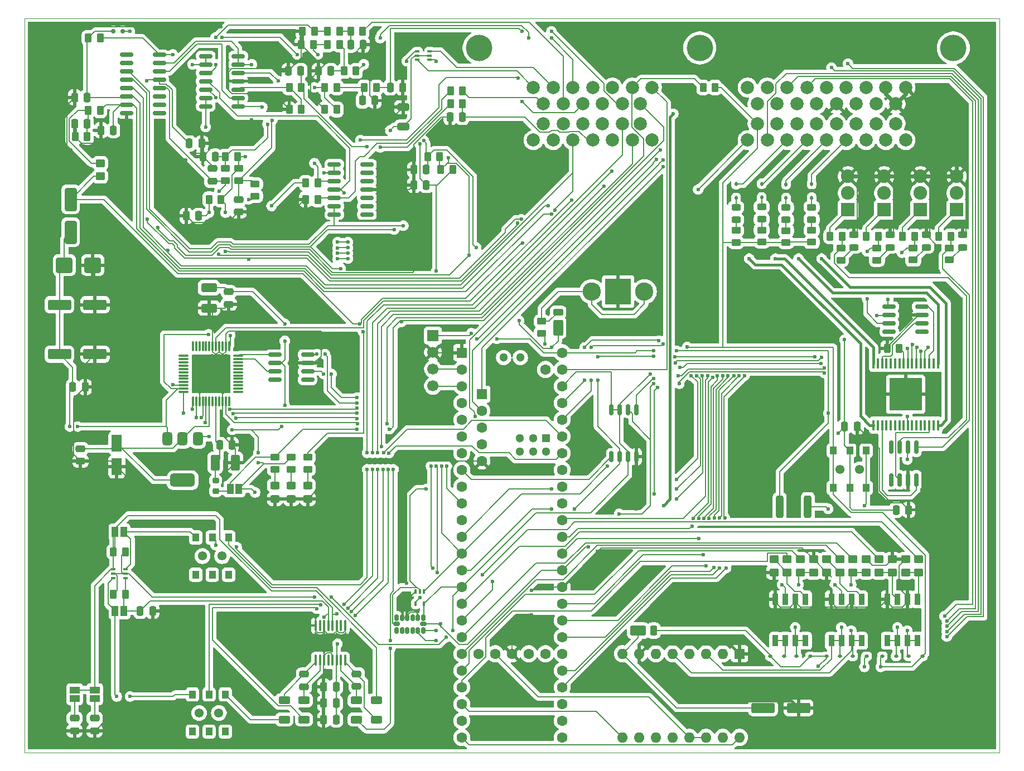
<source format=gbr>
%TF.GenerationSoftware,KiCad,Pcbnew,9.0.0*%
%TF.CreationDate,2025-08-01T10:40:33+02:00*%
%TF.ProjectId,ECU,4543552e-6b69-4636-9164-5f7063625858,0.3*%
%TF.SameCoordinates,Original*%
%TF.FileFunction,Copper,L1,Top*%
%TF.FilePolarity,Positive*%
%FSLAX46Y46*%
G04 Gerber Fmt 4.6, Leading zero omitted, Abs format (unit mm)*
G04 Created by KiCad (PCBNEW 9.0.0) date 2025-08-01 10:40:33*
%MOMM*%
%LPD*%
G01*
G04 APERTURE LIST*
G04 Aperture macros list*
%AMRoundRect*
0 Rectangle with rounded corners*
0 $1 Rounding radius*
0 $2 $3 $4 $5 $6 $7 $8 $9 X,Y pos of 4 corners*
0 Add a 4 corners polygon primitive as box body*
4,1,4,$2,$3,$4,$5,$6,$7,$8,$9,$2,$3,0*
0 Add four circle primitives for the rounded corners*
1,1,$1+$1,$2,$3*
1,1,$1+$1,$4,$5*
1,1,$1+$1,$6,$7*
1,1,$1+$1,$8,$9*
0 Add four rect primitives between the rounded corners*
20,1,$1+$1,$2,$3,$4,$5,0*
20,1,$1+$1,$4,$5,$6,$7,0*
20,1,$1+$1,$6,$7,$8,$9,0*
20,1,$1+$1,$8,$9,$2,$3,0*%
G04 Aperture macros list end*
%TA.AperFunction,SMDPad,CuDef*%
%ADD10RoundRect,0.250000X0.250000X0.475000X-0.250000X0.475000X-0.250000X-0.475000X0.250000X-0.475000X0*%
%TD*%
%TA.AperFunction,SMDPad,CuDef*%
%ADD11RoundRect,0.075000X-0.662500X-0.075000X0.662500X-0.075000X0.662500X0.075000X-0.662500X0.075000X0*%
%TD*%
%TA.AperFunction,SMDPad,CuDef*%
%ADD12RoundRect,0.075000X-0.075000X-0.662500X0.075000X-0.662500X0.075000X0.662500X-0.075000X0.662500X0*%
%TD*%
%TA.AperFunction,HeatsinkPad*%
%ADD13C,0.500000*%
%TD*%
%TA.AperFunction,HeatsinkPad*%
%ADD14R,3.600000X3.600000*%
%TD*%
%TA.AperFunction,SMDPad,CuDef*%
%ADD15RoundRect,0.250000X0.450000X-0.350000X0.450000X0.350000X-0.450000X0.350000X-0.450000X-0.350000X0*%
%TD*%
%TA.AperFunction,SMDPad,CuDef*%
%ADD16RoundRect,0.250000X-1.500000X-0.550000X1.500000X-0.550000X1.500000X0.550000X-1.500000X0.550000X0*%
%TD*%
%TA.AperFunction,SMDPad,CuDef*%
%ADD17RoundRect,0.243750X-0.456250X0.243750X-0.456250X-0.243750X0.456250X-0.243750X0.456250X0.243750X0*%
%TD*%
%TA.AperFunction,SMDPad,CuDef*%
%ADD18R,1.000000X1.150000*%
%TD*%
%TA.AperFunction,ComponentPad*%
%ADD19C,1.381000*%
%TD*%
%TA.AperFunction,SMDPad,CuDef*%
%ADD20RoundRect,0.250000X0.450000X-0.325000X0.450000X0.325000X-0.450000X0.325000X-0.450000X-0.325000X0*%
%TD*%
%TA.AperFunction,SMDPad,CuDef*%
%ADD21RoundRect,0.250000X-0.450000X0.262500X-0.450000X-0.262500X0.450000X-0.262500X0.450000X0.262500X0*%
%TD*%
%TA.AperFunction,SMDPad,CuDef*%
%ADD22RoundRect,0.250000X0.262500X0.450000X-0.262500X0.450000X-0.262500X-0.450000X0.262500X-0.450000X0*%
%TD*%
%TA.AperFunction,SMDPad,CuDef*%
%ADD23RoundRect,0.250000X-0.262500X-0.450000X0.262500X-0.450000X0.262500X0.450000X-0.262500X0.450000X0*%
%TD*%
%TA.AperFunction,SMDPad,CuDef*%
%ADD24RoundRect,0.250000X0.650000X-1.500000X0.650000X1.500000X-0.650000X1.500000X-0.650000X-1.500000X0*%
%TD*%
%TA.AperFunction,ComponentPad*%
%ADD25C,4.000000*%
%TD*%
%TA.AperFunction,ComponentPad*%
%ADD26C,2.000000*%
%TD*%
%TA.AperFunction,SMDPad,CuDef*%
%ADD27RoundRect,0.112500X-0.187500X-0.112500X0.187500X-0.112500X0.187500X0.112500X-0.187500X0.112500X0*%
%TD*%
%TA.AperFunction,SMDPad,CuDef*%
%ADD28RoundRect,0.112500X0.187500X0.112500X-0.187500X0.112500X-0.187500X-0.112500X0.187500X-0.112500X0*%
%TD*%
%TA.AperFunction,SMDPad,CuDef*%
%ADD29R,0.900000X1.700000*%
%TD*%
%TA.AperFunction,SMDPad,CuDef*%
%ADD30RoundRect,0.250000X0.950000X0.500000X-0.950000X0.500000X-0.950000X-0.500000X0.950000X-0.500000X0*%
%TD*%
%TA.AperFunction,SMDPad,CuDef*%
%ADD31RoundRect,0.250000X0.275000X0.500000X-0.275000X0.500000X-0.275000X-0.500000X0.275000X-0.500000X0*%
%TD*%
%TA.AperFunction,SMDPad,CuDef*%
%ADD32RoundRect,0.250000X-0.420000X-0.945000X0.420000X-0.945000X0.420000X0.945000X-0.420000X0.945000X0*%
%TD*%
%TA.AperFunction,SMDPad,CuDef*%
%ADD33RoundRect,0.250000X-0.475000X0.250000X-0.475000X-0.250000X0.475000X-0.250000X0.475000X0.250000X0*%
%TD*%
%TA.AperFunction,ComponentPad*%
%ADD34R,1.600000X1.600000*%
%TD*%
%TA.AperFunction,ComponentPad*%
%ADD35O,1.600000X1.600000*%
%TD*%
%TA.AperFunction,SMDPad,CuDef*%
%ADD36RoundRect,0.250000X0.450000X-0.262500X0.450000X0.262500X-0.450000X0.262500X-0.450000X-0.262500X0*%
%TD*%
%TA.AperFunction,SMDPad,CuDef*%
%ADD37RoundRect,0.100000X-0.225000X-0.100000X0.225000X-0.100000X0.225000X0.100000X-0.225000X0.100000X0*%
%TD*%
%TA.AperFunction,ComponentPad*%
%ADD38R,2.070000X2.070000*%
%TD*%
%TA.AperFunction,ComponentPad*%
%ADD39C,2.070000*%
%TD*%
%TA.AperFunction,SMDPad,CuDef*%
%ADD40RoundRect,0.150000X-0.825000X-0.150000X0.825000X-0.150000X0.825000X0.150000X-0.825000X0.150000X0*%
%TD*%
%TA.AperFunction,SMDPad,CuDef*%
%ADD41RoundRect,0.250000X0.475000X-0.250000X0.475000X0.250000X-0.475000X0.250000X-0.475000X-0.250000X0*%
%TD*%
%TA.AperFunction,SMDPad,CuDef*%
%ADD42RoundRect,0.250000X-0.250000X-0.475000X0.250000X-0.475000X0.250000X0.475000X-0.250000X0.475000X0*%
%TD*%
%TA.AperFunction,SMDPad,CuDef*%
%ADD43RoundRect,0.250000X-0.450000X0.350000X-0.450000X-0.350000X0.450000X-0.350000X0.450000X0.350000X0*%
%TD*%
%TA.AperFunction,SMDPad,CuDef*%
%ADD44R,1.500000X1.000000*%
%TD*%
%TA.AperFunction,SMDPad,CuDef*%
%ADD45RoundRect,0.150000X-0.150000X0.325000X-0.150000X-0.325000X0.150000X-0.325000X0.150000X0.325000X0*%
%TD*%
%TA.AperFunction,SMDPad,CuDef*%
%ADD46RoundRect,0.150000X-0.325000X0.150000X-0.325000X-0.150000X0.325000X-0.150000X0.325000X0.150000X0*%
%TD*%
%TA.AperFunction,SMDPad,CuDef*%
%ADD47RoundRect,0.250000X0.625000X-0.312500X0.625000X0.312500X-0.625000X0.312500X-0.625000X-0.312500X0*%
%TD*%
%TA.AperFunction,SMDPad,CuDef*%
%ADD48RoundRect,0.112500X-0.112500X0.187500X-0.112500X-0.187500X0.112500X-0.187500X0.112500X0.187500X0*%
%TD*%
%TA.AperFunction,SMDPad,CuDef*%
%ADD49RoundRect,0.162500X0.162500X-0.650000X0.162500X0.650000X-0.162500X0.650000X-0.162500X-0.650000X0*%
%TD*%
%TA.AperFunction,SMDPad,CuDef*%
%ADD50R,1.000000X1.500000*%
%TD*%
%TA.AperFunction,SMDPad,CuDef*%
%ADD51RoundRect,0.375000X-0.375000X0.625000X-0.375000X-0.625000X0.375000X-0.625000X0.375000X0.625000X0*%
%TD*%
%TA.AperFunction,SMDPad,CuDef*%
%ADD52RoundRect,0.500000X-1.400000X0.500000X-1.400000X-0.500000X1.400000X-0.500000X1.400000X0.500000X0*%
%TD*%
%TA.AperFunction,SMDPad,CuDef*%
%ADD53RoundRect,0.250000X-0.500000X0.950000X-0.500000X-0.950000X0.500000X-0.950000X0.500000X0.950000X0*%
%TD*%
%TA.AperFunction,SMDPad,CuDef*%
%ADD54RoundRect,0.250000X-0.500000X0.275000X-0.500000X-0.275000X0.500000X-0.275000X0.500000X0.275000X0*%
%TD*%
%TA.AperFunction,ComponentPad*%
%ADD55C,1.600000*%
%TD*%
%TA.AperFunction,ComponentPad*%
%ADD56R,1.300000X1.300000*%
%TD*%
%TA.AperFunction,ComponentPad*%
%ADD57C,1.300000*%
%TD*%
%TA.AperFunction,SMDPad,CuDef*%
%ADD58R,0.431800X1.600200*%
%TD*%
%TA.AperFunction,SMDPad,CuDef*%
%ADD59R,4.953000X4.953000*%
%TD*%
%TA.AperFunction,SMDPad,CuDef*%
%ADD60RoundRect,0.218750X-0.256250X0.218750X-0.256250X-0.218750X0.256250X-0.218750X0.256250X0.218750X0*%
%TD*%
%TA.AperFunction,SMDPad,CuDef*%
%ADD61RoundRect,0.150000X-0.150000X-0.200000X0.150000X-0.200000X0.150000X0.200000X-0.150000X0.200000X0*%
%TD*%
%TA.AperFunction,SMDPad,CuDef*%
%ADD62RoundRect,0.250000X0.312500X1.450000X-0.312500X1.450000X-0.312500X-1.450000X0.312500X-1.450000X0*%
%TD*%
%TA.AperFunction,ComponentPad*%
%ADD63C,2.775000*%
%TD*%
%TA.AperFunction,SMDPad,CuDef*%
%ADD64R,3.960000X3.960000*%
%TD*%
%TA.AperFunction,SMDPad,CuDef*%
%ADD65RoundRect,0.100000X-0.100000X0.225000X-0.100000X-0.225000X0.100000X-0.225000X0.100000X0.225000X0*%
%TD*%
%TA.AperFunction,SMDPad,CuDef*%
%ADD66RoundRect,0.250000X-0.625000X0.312500X-0.625000X-0.312500X0.625000X-0.312500X0.625000X0.312500X0*%
%TD*%
%TA.AperFunction,SMDPad,CuDef*%
%ADD67RoundRect,0.150000X0.150000X-0.825000X0.150000X0.825000X-0.150000X0.825000X-0.150000X-0.825000X0*%
%TD*%
%TA.AperFunction,SMDPad,CuDef*%
%ADD68RoundRect,0.100000X-0.100000X0.712500X-0.100000X-0.712500X0.100000X-0.712500X0.100000X0.712500X0*%
%TD*%
%TA.AperFunction,SMDPad,CuDef*%
%ADD69RoundRect,0.250000X-0.945000X0.420000X-0.945000X-0.420000X0.945000X-0.420000X0.945000X0.420000X0*%
%TD*%
%TA.AperFunction,SMDPad,CuDef*%
%ADD70RoundRect,0.250000X-0.550000X1.050000X-0.550000X-1.050000X0.550000X-1.050000X0.550000X1.050000X0*%
%TD*%
%TA.AperFunction,SMDPad,CuDef*%
%ADD71RoundRect,0.250000X-0.650000X0.325000X-0.650000X-0.325000X0.650000X-0.325000X0.650000X0.325000X0*%
%TD*%
%TA.AperFunction,SMDPad,CuDef*%
%ADD72RoundRect,0.150000X0.825000X0.150000X-0.825000X0.150000X-0.825000X-0.150000X0.825000X-0.150000X0*%
%TD*%
%TA.AperFunction,ComponentPad*%
%ADD73R,1.700000X1.700000*%
%TD*%
%TA.AperFunction,ComponentPad*%
%ADD74C,1.700000*%
%TD*%
%TA.AperFunction,SMDPad,CuDef*%
%ADD75RoundRect,0.250000X-1.000000X-0.900000X1.000000X-0.900000X1.000000X0.900000X-1.000000X0.900000X0*%
%TD*%
%TA.AperFunction,ViaPad*%
%ADD76C,0.600000*%
%TD*%
%TA.AperFunction,Conductor*%
%ADD77C,0.200000*%
%TD*%
%TA.AperFunction,Conductor*%
%ADD78C,0.400000*%
%TD*%
%TA.AperFunction,Conductor*%
%ADD79C,0.600000*%
%TD*%
%ADD80C,0.350000*%
%TA.AperFunction,Profile*%
%ADD81C,0.050000*%
%TD*%
G04 APERTURE END LIST*
D10*
%TO.P,C10,1*%
%TO.N,+5V*%
X112315000Y-138500000D03*
%TO.P,C10,2*%
%TO.N,GND*%
X110415000Y-138500000D03*
%TD*%
D11*
%TO.P,U15,1,O2HFB*%
%TO.N,unconnected-(U15-O2HFB-Pad1)*%
X89137500Y-83250000D03*
%TO.P,U15,2,O2HOUT*%
%TO.N,unconnected-(U15-O2HOUT-Pad2)*%
X89137500Y-83750000D03*
%TO.P,U15,3,IGNSENSP*%
%TO.N,unconnected-(U15-IGNSENSP-Pad3)*%
X89137500Y-84250000D03*
%TO.P,U15,4,IGNSENSN*%
%TO.N,unconnected-(U15-IGNSENSN-Pad4)*%
X89137500Y-84750000D03*
%TO.P,U15,5,O2HSENSN*%
%TO.N,unconnected-(U15-O2HSENSN-Pad5)*%
X89137500Y-85250000D03*
%TO.P,U15,6,O2HSENSP*%
%TO.N,unconnected-(U15-O2HSENSP-Pad6)*%
X89137500Y-85750000D03*
%TO.P,U15,7,VRSOUT*%
%TO.N,unconnected-(U15-VRSOUT-Pad7)*%
X89137500Y-86250000D03*
%TO.P,U15,8,VRSP*%
%TO.N,unconnected-(U15-VRSP-Pad8)*%
X89137500Y-86750000D03*
%TO.P,U15,9,VRSN*%
%TO.N,unconnected-(U15-VRSN-Pad9)*%
X89137500Y-87250000D03*
%TO.P,U15,10,CSB*%
%TO.N,MC33814-CS*%
X89137500Y-87750000D03*
%TO.P,U15,11,VPWR*%
%TO.N,12V-PROT*%
X89137500Y-88250000D03*
%TO.P,U15,12,SCLK*%
%TO.N,SCLK*%
X89137500Y-88750000D03*
D12*
%TO.P,U15,13,SI*%
%TO.N,MOSI*%
X90550000Y-90162500D03*
%TO.P,U15,14,VPPREF*%
%TO.N,VPPREF*%
X91050000Y-90162500D03*
%TO.P,U15,15,GND*%
%TO.N,GND*%
X91550000Y-90162500D03*
%TO.P,U15,16,SO*%
%TO.N,MISO*%
X92050000Y-90162500D03*
%TO.P,U15,17,VCC*%
%TO.N,+5V*%
X92550000Y-90162500D03*
%TO.P,U15,18,VPPSENS*%
%TO.N,VPPSENS*%
X93050000Y-90162500D03*
%TO.P,U15,19,RESETB*%
%TO.N,unconnected-(U15-RESETB-Pad19)*%
X93550000Y-90162500D03*
%TO.P,U15,20,VPROT*%
%TO.N,Net-(U15-VPROT)*%
X94050000Y-90162500D03*
%TO.P,U15,21,LAMPOUT*%
%TO.N,LAMPOUT*%
X94550000Y-90162500D03*
%TO.P,U15,22,RGND2*%
%TO.N,GND*%
X95050000Y-90162500D03*
%TO.P,U15,23,ROUT2*%
%TO.N,ROUT2*%
X95550000Y-90162500D03*
%TO.P,U15,24,NC*%
%TO.N,unconnected-(U15-NC-Pad24)*%
X96050000Y-90162500D03*
D11*
%TO.P,U15,25,NC*%
%TO.N,unconnected-(U15-NC-Pad25)*%
X97462500Y-88750000D03*
%TO.P,U15,26,TACHOUT*%
%TO.N,unconnected-(U15-TACHOUT-Pad26)*%
X97462500Y-88250000D03*
%TO.P,U15,27,MRX*%
%TO.N,unconnected-(U15-MRX-Pad27)*%
X97462500Y-87750000D03*
%TO.P,U15,28,MTX*%
%TO.N,unconnected-(U15-MTX-Pad28)*%
X97462500Y-87250000D03*
%TO.P,U15,29,BATSW*%
%TO.N,unconnected-(U15-BATSW-Pad29)*%
X97462500Y-86750000D03*
%TO.P,U15,30,INJIN2*%
%TO.N,unconnected-(U15-INJIN2-Pad30)*%
X97462500Y-86250000D03*
%TO.P,U15,31,INJIN1*%
%TO.N,unconnected-(U15-INJIN1-Pad31)*%
X97462500Y-85750000D03*
%TO.P,U15,32,IGNIN2*%
%TO.N,unconnected-(U15-IGNIN2-Pad32)*%
X97462500Y-85250000D03*
%TO.P,U15,33,IGNIN1*%
%TO.N,unconnected-(U15-IGNIN1-Pad33)*%
X97462500Y-84750000D03*
%TO.P,U15,34,O2HIN*%
%TO.N,unconnected-(U15-O2HIN-Pad34)*%
X97462500Y-84250000D03*
%TO.P,U15,35,RIN2*%
%TO.N,Net-(U15-RIN2)*%
X97462500Y-83750000D03*
%TO.P,U15,36,RIN1*%
%TO.N,Net-(U15-RIN1)*%
X97462500Y-83250000D03*
D12*
%TO.P,U15,37,KEYSW*%
%TO.N,12V-PROT*%
X96050000Y-81837500D03*
%TO.P,U15,38,INJGND2*%
%TO.N,GND*%
X95550000Y-81837500D03*
%TO.P,U15,39,INJOUT2*%
%TO.N,unconnected-(U15-INJOUT2-Pad39)*%
X95050000Y-81837500D03*
%TO.P,U15,40,RGND1*%
%TO.N,GND*%
X94550000Y-81837500D03*
%TO.P,U15,41,ROUT1*%
%TO.N,FUELPUMP-OUT*%
X94050000Y-81837500D03*
%TO.P,U15,42,INJGND1*%
%TO.N,GND*%
X93550000Y-81837500D03*
%TO.P,U15,43,INJOUT1*%
%TO.N,unconnected-(U15-INJOUT1-Pad43)*%
X93050000Y-81837500D03*
%TO.P,U15,44,ISO9141*%
%TO.N,unconnected-(U15-ISO9141-Pad44)*%
X92550000Y-81837500D03*
%TO.P,U15,45,IGNFB1*%
%TO.N,unconnected-(U15-IGNFB1-Pad45)*%
X92050000Y-81837500D03*
%TO.P,U15,46,IGNOUT1*%
%TO.N,unconnected-(U15-IGNOUT1-Pad46)*%
X91550000Y-81837500D03*
%TO.P,U15,47,IGNFB2*%
%TO.N,unconnected-(U15-IGNFB2-Pad47)*%
X91050000Y-81837500D03*
%TO.P,U15,48,IGNOUT2*%
%TO.N,unconnected-(U15-IGNOUT2-Pad48)*%
X90550000Y-81837500D03*
D13*
%TO.P,U15,49,PADGND*%
%TO.N,GND*%
X92300000Y-85000000D03*
X92300000Y-86000000D03*
X92300000Y-87000000D03*
X93300000Y-85000000D03*
X93300000Y-86000000D03*
D14*
X93300000Y-86000000D03*
D13*
X93300000Y-87000000D03*
X94300000Y-85000000D03*
X94300000Y-86000000D03*
X94300000Y-87000000D03*
%TD*%
D15*
%TO.P,R54,1*%
%TO.N,Net-(IC2-INPUT_2)*%
X190765000Y-116150000D03*
%TO.P,R54,2*%
%TO.N,MCU-D26*%
X190765000Y-114150000D03*
%TD*%
D16*
%TO.P,C38,1*%
%TO.N,12V-PROT*%
X70300000Y-83000000D03*
%TO.P,C38,2*%
%TO.N,GND*%
X75700000Y-83000000D03*
%TD*%
D17*
%TO.P,D19,1,K*%
%TO.N,Net-(D15-A)*%
X184500000Y-60675000D03*
%TO.P,D19,2,A*%
%TO.N,Net-(D19-A)*%
X184500000Y-62550000D03*
%TD*%
D18*
%TO.P,SW1,1,A*%
%TO.N,Net-(JP2-A)*%
X91000000Y-110850000D03*
%TO.P,SW1,2,B*%
%TO.N,CRANK-IN+*%
X93500000Y-110850000D03*
%TO.P,SW1,3,C*%
%TO.N,VR1-IN+*%
X96000000Y-110850000D03*
%TO.P,SW1,4*%
%TO.N,N/C*%
X91000000Y-116500000D03*
%TO.P,SW1,5*%
X93500000Y-116500000D03*
%TO.P,SW1,6*%
X96000000Y-116500000D03*
D19*
%TO.P,SW1,MH1*%
X92000000Y-113675000D03*
%TO.P,SW1,MH2*%
X95000000Y-113675000D03*
%TD*%
D20*
%TO.P,D34,1,K*%
%TO.N,GND*%
X108000000Y-105000000D03*
%TO.P,D34,2,A*%
%TO.N,Net-(D34-A)*%
X108000000Y-102950000D03*
%TD*%
D17*
%TO.P,D18,1,K*%
%TO.N,Net-(D13-A)*%
X173000000Y-60704166D03*
%TO.P,D18,2,A*%
%TO.N,Net-(D18-A)*%
X173000000Y-62579166D03*
%TD*%
D21*
%TO.P,R67,1*%
%TO.N,+5V*%
X105500000Y-98675000D03*
%TO.P,R67,2*%
%TO.N,Net-(D35-A)*%
X105500000Y-100500000D03*
%TD*%
D22*
%TO.P,R47,1*%
%TO.N,MCU-A9*%
X130000000Y-55000000D03*
%TO.P,R47,2*%
%TO.N,+3V3*%
X128175000Y-55000000D03*
%TD*%
D10*
%TO.P,C13,1*%
%TO.N,O2_Sensor*%
X131500000Y-47000000D03*
%TO.P,C13,2*%
%TO.N,GND*%
X129600000Y-47000000D03*
%TD*%
D23*
%TO.P,R50,1*%
%TO.N,MCU-A8*%
X126175000Y-53000000D03*
%TO.P,R50,2*%
%TO.N,+3V3*%
X128000000Y-53000000D03*
%TD*%
D10*
%TO.P,C18,1*%
%TO.N,ADC-Clamp-6*%
X74500000Y-44000000D03*
%TO.P,C18,2*%
%TO.N,GND*%
X72600000Y-44000000D03*
%TD*%
D24*
%TO.P,D33,1,K*%
%TO.N,12V-PROT*%
X72000000Y-64500000D03*
%TO.P,D33,2,A*%
%TO.N,12V-SW*%
X72000000Y-59500000D03*
%TD*%
D20*
%TO.P,D36,1,K*%
%TO.N,GND*%
X103000000Y-105000000D03*
%TO.P,D36,2,A*%
%TO.N,Net-(D36-A)*%
X103000000Y-102950000D03*
%TD*%
D25*
%TO.P,J5,*%
%TO.N,*%
X206000000Y-36500000D03*
X167500000Y-36500000D03*
X134000000Y-36500000D03*
D26*
%TO.P,J5,1*%
%TO.N,IGN1*%
X198750000Y-50500000D03*
%TO.P,J5,2*%
%TO.N,IGN2*%
X195750000Y-50500000D03*
%TO.P,J5,3*%
%TO.N,IGN3*%
X192750000Y-50500000D03*
%TO.P,J5,4*%
%TO.N,INJ4*%
X189750000Y-50500000D03*
%TO.P,J5,5*%
%TO.N,INJ3*%
X186750000Y-50500000D03*
%TO.P,J5,6*%
%TO.N,INJ2*%
X183750000Y-50500000D03*
%TO.P,J5,7*%
%TO.N,INJ1*%
X180750000Y-50500000D03*
%TO.P,J5,8*%
%TO.N,IDLE-OUT*%
X177750000Y-50500000D03*
%TO.P,J5,9*%
%TO.N,FUELPUMP-OUT*%
X174750000Y-50500000D03*
%TO.P,J5,10*%
%TO.N,IGN4*%
X197250000Y-48000000D03*
%TO.P,J5,11*%
%TO.N,unconnected-(J5-Pad11)*%
X194250000Y-48000000D03*
%TO.P,J5,12*%
%TO.N,unconnected-(J5-Pad12)*%
X191250000Y-48000000D03*
%TO.P,J5,13*%
%TO.N,unconnected-(J5-Pad13)*%
X188250000Y-48000000D03*
%TO.P,J5,14*%
%TO.N,CAN_H*%
X185250000Y-48000000D03*
%TO.P,J5,15*%
%TO.N,CAN_L*%
X182250000Y-48000000D03*
%TO.P,J5,16*%
%TO.N,USB 5V*%
X179250000Y-48000000D03*
%TO.P,J5,17*%
%TO.N,12V-SW*%
X176250000Y-48000000D03*
%TO.P,J5,18*%
%TO.N,GND*%
X197250000Y-45000000D03*
%TO.P,J5,19*%
%TO.N,Clutch_in*%
X194250000Y-45000000D03*
%TO.P,J5,20*%
%TO.N,/Conntectors/Neutral input*%
X191250000Y-45000000D03*
%TO.P,J5,21*%
%TO.N,GND*%
X188250000Y-45000000D03*
%TO.P,J5,22*%
%TO.N,/Conntectors/Diagnose Stecker*%
X185250000Y-45000000D03*
%TO.P,J5,23*%
%TO.N,USB D-*%
X182250000Y-45000000D03*
%TO.P,J5,24*%
%TO.N,USB GND*%
X179250000Y-45000000D03*
%TO.P,J5,25*%
%TO.N,USB D+*%
X176250000Y-45000000D03*
%TO.P,J5,26*%
%TO.N,GND*%
X198750000Y-42500000D03*
%TO.P,J5,27*%
X195750000Y-42500000D03*
%TO.P,J5,28*%
%TO.N,/Conntectors/Starter Relay FB*%
X192750000Y-42500000D03*
%TO.P,J5,29*%
%TO.N,FAN-OUT*%
X189750000Y-42500000D03*
%TO.P,J5,30*%
%TO.N,BOOST-OUT*%
X186750000Y-42500000D03*
%TO.P,J5,31*%
%TO.N,SPARE1-OUT*%
X183750000Y-42500000D03*
%TO.P,J5,32*%
%TO.N,SPARE2-OUT*%
X180750000Y-42500000D03*
%TO.P,J5,33*%
%TO.N,unconnected-(J5-Pad33)*%
X177750000Y-42500000D03*
%TO.P,J5,34*%
%TO.N,unconnected-(J5-Pad34)*%
X174750000Y-42500000D03*
%TO.P,J5,35*%
%TO.N,GND*%
X160250000Y-50500000D03*
%TO.P,J5,36*%
%TO.N,CRANK-IN-*%
X157250000Y-50500000D03*
%TO.P,J5,37*%
%TO.N,CAM-IN+*%
X154250000Y-50500000D03*
%TO.P,J5,38*%
%TO.N,O2_Sensor*%
X151250000Y-50500000D03*
%TO.P,J5,39*%
%TO.N,ADC-Clamp-5*%
X148250000Y-50500000D03*
%TO.P,J5,40*%
%TO.N,unconnected-(J5-Pad40)*%
X145250000Y-50500000D03*
%TO.P,J5,41*%
%TO.N,unconnected-(J5-Pad41)*%
X142250000Y-50500000D03*
%TO.P,J5,42*%
%TO.N,/Conntectors/FI FB*%
X158500000Y-48000000D03*
%TO.P,J5,43*%
%TO.N,CRANK-IN+*%
X155750000Y-48000000D03*
%TO.P,J5,44*%
%TO.N,CAM-IN-*%
X152750000Y-48000000D03*
%TO.P,J5,45*%
%TO.N,O2-Heater*%
X149750000Y-48000000D03*
%TO.P,J5,46*%
%TO.N,unconnected-(J5-Pad46)*%
X146750000Y-48000000D03*
%TO.P,J5,47*%
%TO.N,unconnected-(J5-Pad47)*%
X143750000Y-48000000D03*
%TO.P,J5,48*%
%TO.N,VDDA*%
X158500000Y-45000000D03*
%TO.P,J5,49*%
%TO.N,TPS_Sensor*%
X155750000Y-45000000D03*
%TO.P,J5,50*%
%TO.N,IAT_Sensor*%
X152750000Y-45000000D03*
%TO.P,J5,51*%
%TO.N,CLT_Sensor*%
X149750000Y-45000000D03*
%TO.P,J5,52*%
%TO.N,Baro_Sensor*%
X146750000Y-45000000D03*
%TO.P,J5,53*%
%TO.N,SPARE2_Sensor*%
X143750000Y-45000000D03*
%TO.P,J5,54*%
%TO.N,GNDA*%
X160250000Y-42500000D03*
%TO.P,J5,55*%
%TO.N,ROUT2*%
X157250000Y-42500000D03*
%TO.P,J5,56*%
%TO.N,/Conntectors/Tacho Data*%
X154250000Y-42500000D03*
%TO.P,J5,57*%
%TO.N,Gear_Position*%
X151250000Y-42500000D03*
%TO.P,J5,58*%
%TO.N,Map_Sensor*%
X148250000Y-42500000D03*
%TO.P,J5,59*%
%TO.N,Tip Over Sensor*%
X145250000Y-42500000D03*
%TO.P,J5,60*%
%TO.N,SPARE2-Digital*%
X142250000Y-42500000D03*
%TD*%
D23*
%TO.P,R43,1*%
%TO.N,Net-(U12B-+)*%
X111000000Y-36000000D03*
%TO.P,R43,2*%
%TO.N,MAP-5V*%
X112825000Y-36000000D03*
%TD*%
D27*
%TO.P,D26,1,K*%
%TO.N,12V-SW*%
X186715000Y-128888500D03*
%TO.P,D26,2,A*%
%TO.N,SPARE2-OUT*%
X188815000Y-128888500D03*
%TD*%
D28*
%TO.P,D30,1,K*%
%TO.N,12V-SW*%
X184315000Y-128888500D03*
%TO.P,D30,2,A*%
%TO.N,SPARE1-OUT*%
X182215000Y-128888500D03*
%TD*%
D23*
%TO.P,R44,1*%
%TO.N,Net-(U12D-+)*%
X110585000Y-42500000D03*
%TO.P,R44,2*%
%TO.N,TPS-5V*%
X112410000Y-42500000D03*
%TD*%
D10*
%TO.P,C20,1*%
%TO.N,IAT_Sensor*%
X93950000Y-53000000D03*
%TO.P,C20,2*%
%TO.N,GND*%
X92050000Y-53000000D03*
%TD*%
D29*
%TO.P,IC2,1,INPUT_1*%
%TO.N,Net-(IC2-INPUT_1)*%
X192060000Y-120238500D03*
%TO.P,IC2,2,SOURCE_1*%
%TO.N,GND*%
X190530000Y-120238500D03*
%TO.P,IC2,3,INPUT_2*%
%TO.N,Net-(IC2-INPUT_2)*%
X189000000Y-120238500D03*
%TO.P,IC2,4,SOURCE_2*%
%TO.N,GND*%
X187470000Y-120238500D03*
%TO.P,IC2,5,DRAIN_2_1*%
%TO.N,SPARE2-OUT*%
X187470000Y-126538500D03*
%TO.P,IC2,6,DRAIN_2_2*%
X189000000Y-126538500D03*
%TO.P,IC2,7,DRAIN_1_1*%
%TO.N,IDLE-OUT*%
X190530000Y-126538500D03*
%TO.P,IC2,8,DRAIN_1_2*%
X192060000Y-126538500D03*
%TD*%
D23*
%TO.P,R33,1*%
%TO.N,IAT_Sensor*%
X95500000Y-53000000D03*
%TO.P,R33,2*%
%TO.N,+3V3*%
X97325000Y-53000000D03*
%TD*%
D16*
%TO.P,C31,1*%
%TO.N,Net-(A1-VMOT)*%
X177100000Y-136738500D03*
%TO.P,C31,2*%
%TO.N,GND*%
X182500000Y-136738500D03*
%TD*%
D30*
%TO.P,D27,1,K*%
%TO.N,Net-(A1-VMOT)*%
X158150000Y-125000000D03*
D31*
%TO.P,D27,2,A*%
%TO.N,12V-SW*%
X160525000Y-125000000D03*
%TD*%
D32*
%TO.P,C36,1*%
%TO.N,Net-(U15-VPROT)*%
X93960000Y-99500000D03*
%TO.P,C36,2*%
%TO.N,GND*%
X97040000Y-99500000D03*
%TD*%
D22*
%TO.P,R17,1*%
%TO.N,OUTEN_1*%
X197765000Y-82100000D03*
%TO.P,R17,2*%
%TO.N,GND*%
X195940000Y-82100000D03*
%TD*%
D33*
%TO.P,C6,1*%
%TO.N,Net-(IC1-IN1+)*%
X115415000Y-131550000D03*
%TO.P,C6,2*%
%TO.N,Net-(IC1-IN1-)*%
X115415000Y-133450000D03*
%TD*%
D34*
%TO.P,A1,1,GND*%
%TO.N,GND*%
X173540000Y-128500000D03*
D35*
%TO.P,A1,2,~{FLT}*%
%TO.N,unconnected-(A1-~{FLT}-Pad2)*%
X171000000Y-128500000D03*
%TO.P,A1,3,A2*%
%TO.N,SPARE2-OUT*%
X168460000Y-128500000D03*
%TO.P,A1,4,A1*%
%TO.N,SPARE1-OUT*%
X165920000Y-128500000D03*
%TO.P,A1,5,B1*%
%TO.N,IDLE-OUT*%
X163380000Y-128500000D03*
%TO.P,A1,6,B2*%
%TO.N,O2-Heater*%
X160840000Y-128500000D03*
%TO.P,A1,7,GND*%
%TO.N,GND*%
X158300000Y-128500000D03*
%TO.P,A1,8,VMOT*%
%TO.N,Net-(A1-VMOT)*%
X155760000Y-128500000D03*
%TO.P,A1,9,~{EN}*%
%TO.N,MCU-D30*%
X155760000Y-141200000D03*
%TO.P,A1,10,M0*%
%TO.N,unconnected-(A1-M0-Pad10)*%
X158300000Y-141200000D03*
%TO.P,A1,11,M1*%
%TO.N,unconnected-(A1-M1-Pad11)*%
X160840000Y-141200000D03*
%TO.P,A1,12,M2*%
%TO.N,unconnected-(A1-M2-Pad12)*%
X163380000Y-141200000D03*
%TO.P,A1,13,~{RST}*%
%TO.N,+3V3*%
X165920000Y-141200000D03*
%TO.P,A1,14,~{SLP}*%
X168460000Y-141200000D03*
%TO.P,A1,15,STEP*%
%TO.N,MCU-D31*%
X171000000Y-141200000D03*
%TO.P,A1,16,DIR*%
%TO.N,MCU-D32*%
X173540000Y-141200000D03*
%TD*%
D36*
%TO.P,R10,1*%
%TO.N,Net-(D2-A)*%
X194400000Y-68725000D03*
%TO.P,R10,2*%
%TO.N,Net-(U5-OUT_A)*%
X194400000Y-66900000D03*
%TD*%
D33*
%TO.P,C32,1*%
%TO.N,+5V*%
X96000000Y-73520000D03*
%TO.P,C32,2*%
%TO.N,GND*%
X96000000Y-75420000D03*
%TD*%
D22*
%TO.P,R31,1*%
%TO.N,ADC-Clamp-7*%
X76500000Y-46000000D03*
%TO.P,R31,2*%
%TO.N,Net-(C14-Pad1)*%
X74675000Y-46000000D03*
%TD*%
D18*
%TO.P,SW2,1,A*%
%TO.N,Net-(JP3-B)*%
X90500000Y-134675000D03*
%TO.P,SW2,2,B*%
%TO.N,CAM-IN+*%
X93000000Y-134675000D03*
%TO.P,SW2,3,C*%
%TO.N,VR2-IN+*%
X95500000Y-134675000D03*
%TO.P,SW2,4*%
%TO.N,N/C*%
X90500000Y-140325000D03*
%TO.P,SW2,5*%
X93000000Y-140325000D03*
%TO.P,SW2,6*%
X95500000Y-140325000D03*
D19*
%TO.P,SW2,MH1*%
X91500000Y-137500000D03*
%TO.P,SW2,MH2*%
X94500000Y-137500000D03*
%TD*%
D37*
%TO.P,Q2,1,S*%
%TO.N,MCU-A9*%
X124600000Y-37000000D03*
%TO.P,Q2,2,G*%
%TO.N,+3V3*%
X124600000Y-37650000D03*
%TO.P,Q2,3,D*%
%TO.N,SPARE2-Digital*%
X124600000Y-38300000D03*
%TO.P,Q2,4,S*%
%TO.N,MCU-A8*%
X126500000Y-38300000D03*
%TO.P,Q2,5,G*%
%TO.N,+3V3*%
X126500000Y-37650000D03*
%TO.P,Q2,6,D*%
%TO.N,Tip Over Sensor*%
X126500000Y-37000000D03*
%TD*%
D23*
%TO.P,R11,1*%
%TO.N,Net-(Q5-G)*%
X192787500Y-65100000D03*
%TO.P,R11,2*%
%TO.N,Net-(U5-OUT_A)*%
X194612500Y-65100000D03*
%TD*%
D38*
%TO.P,Q5,1,G*%
%TO.N,Net-(Q5-G)*%
X195500000Y-61080000D03*
D39*
%TO.P,Q5,2,D*%
%TO.N,IGN2*%
X195500000Y-58540000D03*
%TO.P,Q5,3,S*%
%TO.N,GND*%
X195500000Y-56000000D03*
%TD*%
D21*
%TO.P,R13,1*%
%TO.N,Net-(D5-A)*%
X176900000Y-64145833D03*
%TO.P,R13,2*%
%TO.N,12V-SW*%
X176900000Y-65970833D03*
%TD*%
D33*
%TO.P,C21,1*%
%TO.N,CLT_Sensor*%
X97500000Y-59500000D03*
%TO.P,C21,2*%
%TO.N,GND*%
X97500000Y-61400000D03*
%TD*%
D40*
%TO.P,U14,1*%
%TO.N,ADC-Clamp-4*%
X112025000Y-54190000D03*
%TO.P,U14,2,-*%
X112025000Y-55460000D03*
%TO.P,U14,3,+*%
%TO.N,Gear_Position*%
X112025000Y-56730000D03*
%TO.P,U14,4,V+*%
%TO.N,VDDA*%
X112025000Y-58000000D03*
%TO.P,U14,5,+*%
%TO.N,Net-(U14B-+)*%
X112025000Y-59270000D03*
%TO.P,U14,6,-*%
%TO.N,ADC-Clamp-3*%
X112025000Y-60540000D03*
%TO.P,U14,7*%
X112025000Y-61810000D03*
%TO.P,U14,8*%
%TO.N,Net-(U14C--)*%
X116975000Y-61810000D03*
%TO.P,U14,9,-*%
X116975000Y-60540000D03*
%TO.P,U14,10,+*%
%TO.N,unconnected-(U14C-+-Pad10)*%
X116975000Y-59270000D03*
%TO.P,U14,11,V-*%
%TO.N,GND*%
X116975000Y-58000000D03*
%TO.P,U14,12,+*%
%TO.N,unconnected-(U14D-+-Pad12)*%
X116975000Y-56730000D03*
%TO.P,U14,13,-*%
%TO.N,Net-(U14D--)*%
X116975000Y-55460000D03*
%TO.P,U14,14*%
X116975000Y-54190000D03*
%TD*%
D18*
%TO.P,SW4,1,NC_1*%
%TO.N,12V-SW*%
X187765000Y-97650000D03*
%TO.P,SW4,2,C_1*%
%TO.N,IGN_V+*%
X190265000Y-97650000D03*
%TO.P,SW4,3,NO_1*%
%TO.N,Net-(SW4-NO_1)*%
X192765000Y-97650000D03*
%TO.P,SW4,4,NC_2*%
%TO.N,12V-SW*%
X187765000Y-103300000D03*
%TO.P,SW4,5,C_2*%
%TO.N,IGN_V+*%
X190265000Y-103300000D03*
%TO.P,SW4,6,NO_2*%
%TO.N,Net-(SW4-NO_1)*%
X192765000Y-103300000D03*
D19*
%TO.P,SW4,MH1*%
%TO.N,N/C*%
X188765000Y-100475000D03*
%TO.P,SW4,MH2*%
X191765000Y-100475000D03*
%TD*%
D41*
%TO.P,C4,1*%
%TO.N,GND*%
X75650000Y-140205000D03*
%TO.P,C4,2*%
%TO.N,Net-(JP1-B)*%
X75650000Y-138305000D03*
%TD*%
D17*
%TO.P,D5,1,K*%
%TO.N,Net-(D5-K)*%
X176900000Y-60645833D03*
%TO.P,D5,2,A*%
%TO.N,Net-(D5-A)*%
X176900000Y-62520833D03*
%TD*%
D29*
%TO.P,IC4,1,INPUT_1*%
%TO.N,Net-(IC4-INPUT_1)*%
X200560000Y-120238500D03*
%TO.P,IC4,2,SOURCE_1*%
%TO.N,GND*%
X199030000Y-120238500D03*
%TO.P,IC4,3,INPUT_2*%
%TO.N,Net-(IC4-INPUT_2)*%
X197500000Y-120238500D03*
%TO.P,IC4,4,SOURCE_2*%
%TO.N,GND*%
X195970000Y-120238500D03*
%TO.P,IC4,5,DRAIN_2_1*%
%TO.N,BOOST-OUT*%
X195970000Y-126538500D03*
%TO.P,IC4,6,DRAIN_2_2*%
X197500000Y-126538500D03*
%TO.P,IC4,7,DRAIN_1_1*%
%TO.N,FAN-OUT*%
X199030000Y-126538500D03*
%TO.P,IC4,8,DRAIN_1_2*%
X200560000Y-126538500D03*
%TD*%
D23*
%TO.P,R16,1*%
%TO.N,Net-(Q7-G)*%
X203800000Y-65100000D03*
%TO.P,R16,2*%
%TO.N,Net-(U9-OUT_B)*%
X205625000Y-65100000D03*
%TD*%
D42*
%TO.P,C40,1*%
%TO.N,12V-PROT*%
X72300000Y-88000000D03*
%TO.P,C40,2*%
%TO.N,GND*%
X74200000Y-88000000D03*
%TD*%
D23*
%TO.P,R32,1*%
%TO.N,ADC-Clamp-6*%
X74675000Y-35000000D03*
%TO.P,R32,2*%
%TO.N,+3V3*%
X76500000Y-35000000D03*
%TD*%
%TO.P,R51,1*%
%TO.N,Net-(U14B-+)*%
X129675000Y-43000000D03*
%TO.P,R51,2*%
%TO.N,SPARE2_Sensor*%
X131500000Y-43000000D03*
%TD*%
D17*
%TO.P,D2,1,K*%
%TO.N,GND*%
X196400000Y-64900000D03*
%TO.P,D2,2,A*%
%TO.N,Net-(D2-A)*%
X196400000Y-66775000D03*
%TD*%
D36*
%TO.P,R35,1*%
%TO.N,ADC-Clamp-11*%
X95500000Y-56650000D03*
%TO.P,R35,2*%
%TO.N,IAT_Sensor*%
X95500000Y-54825000D03*
%TD*%
D15*
%TO.P,R61,1*%
%TO.N,Net-(IC4-INPUT_2)*%
X194750000Y-116150000D03*
%TO.P,R61,2*%
%TO.N,MCU-D24*%
X194750000Y-114150000D03*
%TD*%
%TO.P,R60,1*%
%TO.N,Net-(IC4-INPUT_1)*%
X200750000Y-116150000D03*
%TO.P,R60,2*%
%TO.N,MCU-D25*%
X200750000Y-114150000D03*
%TD*%
D43*
%TO.P,R65,1*%
%TO.N,GND*%
X196750000Y-114150000D03*
%TO.P,R65,2*%
%TO.N,Net-(IC4-INPUT_2)*%
X196750000Y-116150000D03*
%TD*%
D15*
%TO.P,R53,1*%
%TO.N,Net-(IC2-INPUT_1)*%
X188765000Y-116150000D03*
%TO.P,R53,2*%
%TO.N,MCU-D27*%
X188765000Y-114150000D03*
%TD*%
D44*
%TO.P,JP5,1,A*%
%TO.N,MCU-A5*%
X72600000Y-134000000D03*
%TO.P,JP5,2,B*%
%TO.N,Net-(JP5-B)*%
X72600000Y-135300000D03*
%TD*%
D23*
%TO.P,R46,1*%
%TO.N,GND*%
X110585000Y-45850000D03*
%TO.P,R46,2*%
%TO.N,Net-(U12D-+)*%
X112410000Y-45850000D03*
%TD*%
D33*
%TO.P,C37,1*%
%TO.N,VPPSENS*%
X73500000Y-97350000D03*
%TO.P,C37,2*%
%TO.N,GND*%
X73500000Y-99250000D03*
%TD*%
D23*
%TO.P,R42,1*%
%TO.N,TPS-5V*%
X116587500Y-42500000D03*
%TO.P,R42,2*%
%TO.N,TPS_Sensor*%
X118412500Y-42500000D03*
%TD*%
D21*
%TO.P,R21,1*%
%TO.N,Net-(D19-A)*%
X184500000Y-64175000D03*
%TO.P,R21,2*%
%TO.N,12V-SW*%
X184500000Y-66000000D03*
%TD*%
D44*
%TO.P,JP1,1,A*%
%TO.N,MCU-A5*%
X75650000Y-134000000D03*
%TO.P,JP1,2,B*%
%TO.N,Net-(JP1-B)*%
X75650000Y-135300000D03*
%TD*%
D43*
%TO.P,R62,1*%
%TO.N,Net-(IC3-INPUT_1)*%
X178765000Y-114150000D03*
%TO.P,R62,2*%
%TO.N,GND*%
X178765000Y-116150000D03*
%TD*%
D36*
%TO.P,R9,1*%
%TO.N,Net-(D1-A)*%
X199900000Y-68712500D03*
%TO.P,R9,2*%
%TO.N,Net-(U5-OUT_B)*%
X199900000Y-66887500D03*
%TD*%
D45*
%TO.P,U4,1,Vdd_I/O*%
%TO.N,+3V3*%
X125500000Y-123000000D03*
%TO.P,U4,2,GND*%
%TO.N,GND*%
X124700000Y-123000000D03*
%TO.P,U4,3,RES*%
%TO.N,unconnected-(U4-RES-Pad3)*%
X123900000Y-123000000D03*
%TO.P,U4,4,GND*%
%TO.N,GND*%
X123100000Y-123000000D03*
%TO.P,U4,5,GND*%
X122300000Y-123000000D03*
%TO.P,U4,6,Vs*%
%TO.N,+3V3*%
X121500000Y-123000000D03*
D46*
%TO.P,U4,7,~{CS}*%
%TO.N,MCU-D7*%
X121500000Y-124000000D03*
D45*
%TO.P,U4,8,INT1*%
%TO.N,unconnected-(U4-INT1-Pad8)*%
X121500000Y-125000000D03*
%TO.P,U4,9,INT2*%
%TO.N,unconnected-(U4-INT2-Pad9)*%
X122300000Y-125000000D03*
%TO.P,U4,10,NC*%
%TO.N,unconnected-(U4-NC-Pad10)*%
X123100000Y-125000000D03*
%TO.P,U4,11,RES*%
%TO.N,unconnected-(U4-RES-Pad11)*%
X123900000Y-125000000D03*
%TO.P,U4,12,SDO/ADDR*%
%TO.N,MISO*%
X124700000Y-125000000D03*
%TO.P,U4,13,SDA/SDI/SDIO*%
%TO.N,Net-(U4-SDA{slash}SDI{slash}SDIO)*%
X125500000Y-125000000D03*
D46*
%TO.P,U4,14,SCL/SCLK*%
%TO.N,SCLK*%
X125500000Y-124000000D03*
%TD*%
D47*
%TO.P,R6,1*%
%TO.N,CRANK-IN-*%
X115415000Y-138500000D03*
%TO.P,R6,2*%
%TO.N,Net-(IC1-IN1-)*%
X115415000Y-135575000D03*
%TD*%
D15*
%TO.P,R58,1*%
%TO.N,Net-(IC3-INPUT_1)*%
X180765000Y-116150000D03*
%TO.P,R58,2*%
%TO.N,MCU-D29*%
X180765000Y-114150000D03*
%TD*%
D28*
%TO.P,D25,1,K*%
%TO.N,12V-SW*%
X192815000Y-128888500D03*
%TO.P,D25,2,A*%
%TO.N,IDLE-OUT*%
X190715000Y-128888500D03*
%TD*%
D23*
%TO.P,R27,1*%
%TO.N,GND*%
X72675000Y-50000000D03*
%TO.P,R27,2*%
%TO.N,Net-(C14-Pad1)*%
X74500000Y-50000000D03*
%TD*%
D17*
%TO.P,D1,1,K*%
%TO.N,GND*%
X201900000Y-64900000D03*
%TO.P,D1,2,A*%
%TO.N,Net-(D1-A)*%
X201900000Y-66775000D03*
%TD*%
D37*
%TO.P,Q1,1,S*%
%TO.N,MCU-A5*%
X78450000Y-115700000D03*
%TO.P,Q1,2,G*%
%TO.N,+3V3*%
X78450000Y-116350000D03*
%TO.P,Q1,3,D*%
%TO.N,Net-(JP3-B)*%
X78450000Y-117000000D03*
%TO.P,Q1,4,S*%
%TO.N,MCU-A4*%
X80350000Y-117000000D03*
%TO.P,Q1,5,G*%
%TO.N,+3V3*%
X80350000Y-116350000D03*
%TO.P,Q1,6,D*%
%TO.N,Net-(JP2-A)*%
X80350000Y-115700000D03*
%TD*%
D23*
%TO.P,R3,1*%
%TO.N,MCU-A5*%
X78487500Y-113000000D03*
%TO.P,R3,2*%
%TO.N,+3V3*%
X80312500Y-113000000D03*
%TD*%
D48*
%TO.P,D11,1,K*%
%TO.N,INJ3*%
X180600000Y-57208333D03*
%TO.P,D11,2,A*%
%TO.N,Net-(D11-A)*%
X180600000Y-59308333D03*
%TD*%
D43*
%TO.P,R28,1*%
%TO.N,Net-(C14-Pad1)*%
X76500000Y-54000000D03*
%TO.P,R28,2*%
%TO.N,12V-SW*%
X76500000Y-56000000D03*
%TD*%
D42*
%TO.P,C29,1*%
%TO.N,GND*%
X124100000Y-57315000D03*
%TO.P,C29,2*%
%TO.N,MCU-A9*%
X126000000Y-57315000D03*
%TD*%
D47*
%TO.P,R7,1*%
%TO.N,CAM-IN-*%
X107415000Y-138500000D03*
%TO.P,R7,2*%
%TO.N,Net-(IC1-IN2-)*%
X107415000Y-135575000D03*
%TD*%
D42*
%TO.P,C11,1*%
%TO.N,IGN_V+*%
X197315000Y-106650000D03*
%TO.P,C11,2*%
%TO.N,GND*%
X199215000Y-106650000D03*
%TD*%
D21*
%TO.P,R69,1*%
%TO.N,VBat*%
X143500000Y-78000000D03*
%TO.P,R69,2*%
%TO.N,Net-(D37-A)*%
X143500000Y-79825000D03*
%TD*%
D17*
%TO.P,D22,1,K*%
%TO.N,GND*%
X207400000Y-64900000D03*
%TO.P,D22,2,A*%
%TO.N,Net-(D22-A)*%
X207400000Y-66775000D03*
%TD*%
D49*
%TO.P,U17,1,~{CS}*%
%TO.N,MCU-D6*%
X154095000Y-98587500D03*
%TO.P,U17,2,DO(IO1)*%
%TO.N,MISO*%
X155365000Y-98587500D03*
%TO.P,U17,3,IO2*%
%TO.N,+3V3*%
X156635000Y-98587500D03*
%TO.P,U17,4,GND*%
%TO.N,GND*%
X157905000Y-98587500D03*
%TO.P,U17,5,DI(IO0)*%
%TO.N,MOSI*%
X157905000Y-91412500D03*
%TO.P,U17,6,CLK*%
%TO.N,SCLK*%
X156635000Y-91412500D03*
%TO.P,U17,7,IO3*%
%TO.N,+3V3*%
X155365000Y-91412500D03*
%TO.P,U17,8,VCC*%
X154095000Y-91412500D03*
%TD*%
D15*
%TO.P,R55,1*%
%TO.N,GND*%
X186765000Y-116150000D03*
%TO.P,R55,2*%
%TO.N,Net-(IC2-INPUT_1)*%
X186765000Y-114150000D03*
%TD*%
D10*
%TO.P,C23,1*%
%TO.N,GND*%
X116400000Y-36000000D03*
%TO.P,C23,2*%
%TO.N,BARO-5V*%
X114500000Y-36000000D03*
%TD*%
D23*
%TO.P,R57,1*%
%TO.N,ROUT2*%
X168000000Y-42500000D03*
%TO.P,R57,2*%
%TO.N,12V-SW*%
X169825000Y-42500000D03*
%TD*%
D50*
%TO.P,JP4,1,A*%
%TO.N,+5V*%
X97500000Y-103500000D03*
%TO.P,JP4,2,B*%
%TO.N,VDDA*%
X96200000Y-103500000D03*
%TD*%
D51*
%TO.P,Q3,1,B*%
%TO.N,VPPREF*%
X91300000Y-95850000D03*
%TO.P,Q3,2,C*%
%TO.N,VPPSENS*%
X89000000Y-95850000D03*
D52*
X89000000Y-102150000D03*
D51*
%TO.P,Q3,3,E*%
%TO.N,12V-PROT*%
X86700000Y-95850000D03*
%TD*%
D53*
%TO.P,D37,1,K*%
%TO.N,+3V3*%
X146000000Y-79000000D03*
D54*
%TO.P,D37,2,A*%
%TO.N,Net-(D37-A)*%
X146000000Y-76625000D03*
%TD*%
D40*
%TO.P,U12,1*%
%TO.N,MCU-A0*%
X92500000Y-37730000D03*
%TO.P,U12,2,-*%
X92500000Y-39000000D03*
%TO.P,U12,3,+*%
%TO.N,Net-(U12A-+)*%
X92500000Y-40270000D03*
%TO.P,U12,4,V+*%
%TO.N,VDDA*%
X92500000Y-41540000D03*
%TO.P,U12,5,+*%
%TO.N,Net-(U12B-+)*%
X92500000Y-42810000D03*
%TO.P,U12,6,-*%
%TO.N,MCU-A1*%
X92500000Y-44080000D03*
%TO.P,U12,7*%
X92500000Y-45350000D03*
%TO.P,U12,8*%
%TO.N,ADC-Clamp-13*%
X97450000Y-45350000D03*
%TO.P,U12,9,-*%
X97450000Y-44080000D03*
%TO.P,U12,10,+*%
%TO.N,Net-(U12C-+)*%
X97450000Y-42810000D03*
%TO.P,U12,11,V-*%
%TO.N,GND*%
X97450000Y-41540000D03*
%TO.P,U12,12,+*%
%TO.N,Net-(U12D-+)*%
X97450000Y-40270000D03*
%TO.P,U12,13,-*%
%TO.N,ADC-Clamp-14*%
X97450000Y-39000000D03*
%TO.P,U12,14*%
X97450000Y-37730000D03*
%TD*%
D23*
%TO.P,R38,1*%
%TO.N,Net-(U12A-+)*%
X111000000Y-34000000D03*
%TO.P,R38,2*%
%TO.N,BARO-5V*%
X112825000Y-34000000D03*
%TD*%
D34*
%TO.P,U1,1,GND*%
%TO.N,GND*%
X131380000Y-82790000D03*
D55*
%TO.P,U1,2,0_RX1_CRX2_CS1*%
%TO.N,MCU-D0*%
X131380000Y-85330000D03*
%TO.P,U1,3,1_TX1_CTX2_MISO1*%
%TO.N,MCU-D1*%
X131380000Y-87870000D03*
%TO.P,U1,4,2_OUT2*%
%TO.N,MC33814-CS*%
X131380000Y-90410000D03*
%TO.P,U1,5,3_LRCLK2*%
%TO.N,MCU-D3*%
X131380000Y-92950000D03*
%TO.P,U1,6,4_BCLK2*%
%TO.N,MCU-D4*%
X131380000Y-95490000D03*
%TO.P,U1,7,5_IN2*%
%TO.N,MCU-D5*%
X131380000Y-98030000D03*
%TO.P,U1,8,6_OUT1D*%
%TO.N,MCU-D6*%
X131380000Y-100570000D03*
%TO.P,U1,9,7_RX2_OUT1A*%
%TO.N,MCU-D7*%
X131380000Y-103110000D03*
%TO.P,U1,10,8_TX2_IN1*%
%TO.N,MCU-D8*%
X131380000Y-105650000D03*
%TO.P,U1,11,9_OUT1C*%
%TO.N,MCU-D9*%
X131380000Y-108190000D03*
%TO.P,U1,12,10_CS_MQSR*%
%TO.N,MC33810_1-CS*%
X131380000Y-110730000D03*
%TO.P,U1,13,11_MOSI_CTX1*%
%TO.N,MOSI*%
X131380000Y-113270000D03*
%TO.P,U1,14,12_MISO_MQSL*%
%TO.N,MISO*%
X131380000Y-115810000D03*
%TO.P,U1,15,3V3*%
%TO.N,+3V3*%
X131380000Y-118350000D03*
%TO.P,U1,16,24_A10_TX6_SCL2*%
%TO.N,MCU-D24*%
X131380000Y-120890000D03*
%TO.P,U1,17,25_A11_RX6_SDA2*%
%TO.N,MCU-D25*%
X131380000Y-123430000D03*
%TO.P,U1,18,26_A12_MOSI1*%
%TO.N,MCU-D26*%
X131380000Y-125970000D03*
%TO.P,U1,19,27_A13_SCK1*%
%TO.N,MCU-D27*%
X131380000Y-128510000D03*
%TO.P,U1,20,28_RX7*%
%TO.N,MCU-D28*%
X131380000Y-131050000D03*
%TO.P,U1,21,29_TX7*%
%TO.N,MCU-D29*%
X131380000Y-133590000D03*
%TO.P,U1,22,30_CRX3*%
%TO.N,MCU-D30*%
X131380000Y-136130000D03*
%TO.P,U1,23,31_CTX3*%
%TO.N,MCU-D31*%
X131380000Y-138670000D03*
%TO.P,U1,24,32_OUT1B*%
%TO.N,MCU-D32*%
X131380000Y-141210000D03*
%TO.P,U1,25,33_MCLK2*%
%TO.N,unconnected-(U1-33_MCLK2-Pad25)*%
X146620000Y-141210000D03*
%TO.P,U1,26,34_RX8*%
%TO.N,unconnected-(U1-34_RX8-Pad26)*%
X146620000Y-138670000D03*
%TO.P,U1,27,35_TX8*%
%TO.N,unconnected-(U1-35_TX8-Pad27)*%
X146620000Y-136130000D03*
%TO.P,U1,28,36_CS*%
%TO.N,ADC-Clamp-6*%
X146620000Y-133590000D03*
%TO.P,U1,29,37_CS*%
%TO.N,ADC-Clamp-5*%
X146620000Y-131050000D03*
%TO.P,U1,30,38_CS1_IN1*%
%TO.N,unconnected-(U1-38_CS1_IN1-Pad30)*%
X146620000Y-128510000D03*
%TO.P,U1,31,39_MISO1_OUT1A*%
%TO.N,ADC-Clamp-7*%
X146620000Y-125970000D03*
%TO.P,U1,32,40_A16*%
%TO.N,ADC-Clamp-4*%
X146620000Y-123430000D03*
%TO.P,U1,33,41_A17*%
%TO.N,ADC-Clamp-3*%
X146620000Y-120890000D03*
%TO.P,U1,34,GND*%
%TO.N,GND*%
X146620000Y-118350000D03*
%TO.P,U1,35,13_SCK_LED*%
%TO.N,SCLK*%
X146620000Y-115810000D03*
%TO.P,U1,36,14_A0_TX3_SPDIF_OUT*%
%TO.N,ADC-Clamp-11*%
X146620000Y-113270000D03*
%TO.P,U1,37,15_A1_RX3_SPDIF_IN*%
%TO.N,ADC-Clamp-12*%
X146620000Y-110730000D03*
%TO.P,U1,38,16_A2_RX4_SCL1*%
%TO.N,ADC-Clamp-13*%
X146620000Y-108190000D03*
%TO.P,U1,39,17_A3_TX4_SDA1*%
%TO.N,ADC-Clamp-14*%
X146620000Y-105650000D03*
%TO.P,U1,40,18_A4_SDA*%
%TO.N,MCU-A0*%
X146620000Y-103110000D03*
%TO.P,U1,41,19_A5_SCL*%
%TO.N,MCU-A1*%
X146620000Y-100570000D03*
%TO.P,U1,42,20_A6_TX5_LRCLK1*%
%TO.N,MCU-A4*%
X146620000Y-98030000D03*
%TO.P,U1,43,21_A7_RX5_BCLK1*%
%TO.N,MCU-A5*%
X146620000Y-95490000D03*
%TO.P,U1,44,22_A8_CTX1*%
%TO.N,MCU-A8*%
X146620000Y-92950000D03*
%TO.P,U1,45,23_A9_CRX1_MCLK1*%
%TO.N,MCU-A9*%
X146620000Y-90410000D03*
%TO.P,U1,46,3V3*%
%TO.N,+3V3*%
X146620000Y-87870000D03*
%TO.P,U1,47,GND*%
%TO.N,GNDA*%
X146620000Y-85330000D03*
%TO.P,U1,48,VIN*%
%TO.N,+5V*%
X146620000Y-82790000D03*
%TO.P,U1,49,VUSB*%
%TO.N,unconnected-(U1-VUSB-Pad49)*%
X144080000Y-85330000D03*
%TO.P,U1,50,VBAT*%
%TO.N,VBat*%
X133920000Y-128510000D03*
%TO.P,U1,51,3V3*%
%TO.N,+3V3*%
X136460000Y-128510000D03*
%TO.P,U1,52,GND*%
%TO.N,GND*%
X139000000Y-128510000D03*
%TO.P,U1,53,PROGRAM*%
%TO.N,PROG*%
X141540000Y-128510000D03*
%TO.P,U1,54,ON_OFF*%
%TO.N,RESET*%
X144080000Y-128510000D03*
D34*
%TO.P,U1,55,5V*%
%TO.N,USB 5V*%
X134430800Y-89089200D03*
D55*
%TO.P,U1,56,D-*%
%TO.N,USB D-*%
X134430800Y-91629200D03*
%TO.P,U1,57,D+*%
%TO.N,USB D+*%
X134430800Y-94169200D03*
%TO.P,U1,58,GND*%
%TO.N,USB GND*%
X134430800Y-96709200D03*
%TO.P,U1,59,GND*%
%TO.N,GND*%
X134430800Y-99249200D03*
D56*
%TO.P,U1,60,R+*%
%TO.N,unconnected-(U1-R+-Pad60)*%
X144181600Y-95760000D03*
D57*
%TO.P,U1,61,LED*%
%TO.N,unconnected-(U1-LED-Pad61)*%
X142181600Y-95760000D03*
%TO.P,U1,62,T-*%
%TO.N,unconnected-(U1-T--Pad62)*%
X140181600Y-95760000D03*
%TO.P,U1,63,T+*%
%TO.N,unconnected-(U1-T+-Pad63)*%
X140181600Y-97760000D03*
%TO.P,U1,64,GND*%
%TO.N,unconnected-(U1-GND-Pad64)*%
X142181600Y-97760000D03*
%TO.P,U1,65,R-*%
%TO.N,unconnected-(U1-R--Pad65)*%
X144181600Y-97760000D03*
%TO.P,U1,66,D-*%
%TO.N,unconnected-(U1-D--Pad66)*%
X140270000Y-83520000D03*
%TO.P,U1,67,D+*%
%TO.N,unconnected-(U1-D+-Pad67)*%
X137730000Y-83520000D03*
%TD*%
D23*
%TO.P,R14,1*%
%TO.N,Net-(Q6-G)*%
X187292500Y-65100000D03*
%TO.P,R14,2*%
%TO.N,Net-(U9-OUT_A)*%
X189117500Y-65100000D03*
%TD*%
D42*
%TO.P,C34,1*%
%TO.N,Net-(U15-VPROT)*%
X94590000Y-96787500D03*
%TO.P,C34,2*%
%TO.N,GND*%
X96490000Y-96787500D03*
%TD*%
D27*
%TO.P,D31,1,K*%
%TO.N,12V-SW*%
X178215000Y-128888500D03*
%TO.P,D31,2,A*%
%TO.N,SPARE2_OUT*%
X180315000Y-128888500D03*
%TD*%
D58*
%TO.P,U7,1,OUT0*%
%TO.N,INJ3*%
X203641800Y-84401000D03*
%TO.P,U7,2,FB0*%
%TO.N,unconnected-(U7-FB0-Pad2)*%
X202981400Y-84401000D03*
%TO.P,U7,3,GD0*%
%TO.N,Net-(U5-IN_B)*%
X202346400Y-84401000D03*
%TO.P,U7,4,CS*%
%TO.N,MC33810_1-CS*%
X201686000Y-84401000D03*
%TO.P,U7,5,SCLK*%
%TO.N,SCLK*%
X201051000Y-84401000D03*
%TO.P,U7,6,SI*%
%TO.N,MOSI*%
X200390600Y-84401000D03*
%TO.P,U7,7,SO*%
%TO.N,MISO*%
X199730200Y-84401000D03*
%TO.P,U7,8,VDD*%
%TO.N,+3V3*%
X199095200Y-84401000D03*
%TO.P,U7,9,OUTEN*%
%TO.N,OUTEN_1*%
X198434800Y-84401000D03*
%TO.P,U7,10,DIN0*%
%TO.N,unconnected-(U7-DIN0-Pad10)*%
X197799800Y-84401000D03*
%TO.P,U7,11,DIN1*%
%TO.N,unconnected-(U7-DIN1-Pad11)*%
X197139400Y-84401000D03*
%TO.P,U7,12,DIN2*%
%TO.N,unconnected-(U7-DIN2-Pad12)*%
X196479000Y-84401000D03*
%TO.P,U7,13,DIN3*%
%TO.N,unconnected-(U7-DIN3-Pad13)*%
X195844000Y-84401000D03*
%TO.P,U7,14,GD1*%
%TO.N,Net-(U5-IN_A)*%
X195183600Y-84401000D03*
%TO.P,U7,15,FB1*%
%TO.N,unconnected-(U7-FB1-Pad15)*%
X194548600Y-84401000D03*
%TO.P,U7,16,OUT1*%
%TO.N,INJ2*%
X193888200Y-84401000D03*
%TO.P,U7,17,OUT3*%
%TO.N,INJ1*%
X193888200Y-93799000D03*
%TO.P,U7,18,FB3*%
%TO.N,unconnected-(U7-FB3-Pad18)*%
X194548600Y-93799000D03*
%TO.P,U7,19,GD3*%
%TO.N,Net-(U7-GD3)*%
X195183600Y-93799000D03*
%TO.P,U7,20,SPKDUR*%
%TO.N,unconnected-(U7-SPKDUR-Pad20)*%
X195844000Y-93799000D03*
%TO.P,U7,21,GIN3*%
%TO.N,unconnected-(U7-GIN3-Pad21)*%
X196479000Y-93799000D03*
%TO.P,U7,22,GIN2*%
%TO.N,unconnected-(U7-GIN2-Pad22)*%
X197139400Y-93799000D03*
%TO.P,U7,23,GIN1*%
%TO.N,unconnected-(U7-GIN1-Pad23)*%
X197799800Y-93799000D03*
%TO.P,U7,24,GIN0*%
%TO.N,unconnected-(U7-GIN0-Pad24)*%
X198434800Y-93799000D03*
%TO.P,U7,25,VPWR*%
%TO.N,+5V*%
X199095200Y-93799000D03*
%TO.P,U7,26,RSP*%
%TO.N,unconnected-(U7-RSP-Pad26)*%
X199730200Y-93799000D03*
%TO.P,U7,27,RSN*%
%TO.N,unconnected-(U7-RSN-Pad27)*%
X200390600Y-93799000D03*
%TO.P,U7,28,NOMI*%
%TO.N,unconnected-(U7-NOMI-Pad28)*%
X201051000Y-93799000D03*
%TO.P,U7,29,MAXI*%
%TO.N,unconnected-(U7-MAXI-Pad29)*%
X201686000Y-93799000D03*
%TO.P,U7,30,GD2*%
%TO.N,Net-(U7-GD2)*%
X202346400Y-93799000D03*
%TO.P,U7,31,FB2*%
%TO.N,unconnected-(U7-FB2-Pad31)*%
X202981400Y-93799000D03*
%TO.P,U7,32,OUT2*%
%TO.N,INJ4*%
X203641800Y-93799000D03*
D59*
%TO.P,U7,33,GND*%
%TO.N,GND*%
X198765000Y-89100000D03*
%TD*%
D23*
%TO.P,R29,1*%
%TO.N,O2-5V*%
X129675000Y-45000000D03*
%TO.P,R29,2*%
%TO.N,O2_Sensor*%
X131500000Y-45000000D03*
%TD*%
%TO.P,R12,1*%
%TO.N,Net-(Q4-G)*%
X198287500Y-65100000D03*
%TO.P,R12,2*%
%TO.N,Net-(U5-OUT_B)*%
X200112500Y-65100000D03*
%TD*%
%TO.P,R41,1*%
%TO.N,GND*%
X105175000Y-45850000D03*
%TO.P,R41,2*%
%TO.N,Net-(U12C-+)*%
X107000000Y-45850000D03*
%TD*%
D20*
%TO.P,D35,1,K*%
%TO.N,GND*%
X105500000Y-105000000D03*
%TO.P,D35,2,A*%
%TO.N,Net-(D35-A)*%
X105500000Y-102950000D03*
%TD*%
D48*
%TO.P,D15,1,K*%
%TO.N,INJ4*%
X184500000Y-57150000D03*
%TO.P,D15,2,A*%
%TO.N,Net-(D15-A)*%
X184500000Y-59250000D03*
%TD*%
D23*
%TO.P,R4,1*%
%TO.N,+3V3*%
X78487500Y-119500000D03*
%TO.P,R4,2*%
%TO.N,MCU-A4*%
X80312500Y-119500000D03*
%TD*%
%TO.P,R39,1*%
%TO.N,Net-(U12C-+)*%
X105175000Y-42500000D03*
%TO.P,R39,2*%
%TO.N,O2-5V*%
X107000000Y-42500000D03*
%TD*%
D41*
%TO.P,C24,1*%
%TO.N,ADC-Clamp-11*%
X93500000Y-56725000D03*
%TO.P,C24,2*%
%TO.N,GND*%
X93500000Y-54825000D03*
%TD*%
D21*
%TO.P,R66,1*%
%TO.N,12V-SW*%
X108000000Y-98675000D03*
%TO.P,R66,2*%
%TO.N,Net-(D34-A)*%
X108000000Y-100500000D03*
%TD*%
%TO.P,R20,1*%
%TO.N,Net-(D18-A)*%
X173000000Y-64204166D03*
%TO.P,R20,2*%
%TO.N,12V-SW*%
X173000000Y-66029166D03*
%TD*%
D28*
%TO.P,D28,1,K*%
%TO.N,12V-SW*%
X201315000Y-128888500D03*
%TO.P,D28,2,A*%
%TO.N,FAN-OUT*%
X199215000Y-128888500D03*
%TD*%
D29*
%TO.P,IC3,1,INPUT_1*%
%TO.N,Net-(IC3-INPUT_1)*%
X183560000Y-120238500D03*
%TO.P,IC3,2,SOURCE_1*%
%TO.N,GND*%
X182030000Y-120238500D03*
%TO.P,IC3,3,INPUT_2*%
%TO.N,Net-(IC3-INPUT_2)*%
X180500000Y-120238500D03*
%TO.P,IC3,4,SOURCE_2*%
%TO.N,GND*%
X178970000Y-120238500D03*
%TO.P,IC3,5,DRAIN_2_1*%
%TO.N,SPARE2_OUT*%
X178970000Y-126538500D03*
%TO.P,IC3,6,DRAIN_2_2*%
X180500000Y-126538500D03*
%TO.P,IC3,7,DRAIN_1_1*%
%TO.N,SPARE1-OUT*%
X182030000Y-126538500D03*
%TO.P,IC3,8,DRAIN_1_2*%
X183560000Y-126538500D03*
%TD*%
D23*
%TO.P,R45,1*%
%TO.N,GND*%
X107000000Y-36000000D03*
%TO.P,R45,2*%
%TO.N,Net-(U12B-+)*%
X108825000Y-36000000D03*
%TD*%
D10*
%TO.P,C3,1*%
%TO.N,GND*%
X84450000Y-122000000D03*
%TO.P,C3,2*%
%TO.N,MCU-A4*%
X82550000Y-122000000D03*
%TD*%
D60*
%TO.P,F2,1*%
%TO.N,Net-(U15-VPROT)*%
X94000000Y-102212500D03*
%TO.P,F2,2*%
%TO.N,VDDA*%
X94000000Y-103787500D03*
%TD*%
D23*
%TO.P,R40,1*%
%TO.N,GND*%
X107175000Y-34000000D03*
%TO.P,R40,2*%
%TO.N,Net-(U12A-+)*%
X109000000Y-34000000D03*
%TD*%
D36*
%TO.P,R23,1*%
%TO.N,Net-(D21-A)*%
X188950000Y-68725000D03*
%TO.P,R23,2*%
%TO.N,Net-(U9-OUT_A)*%
X188950000Y-66900000D03*
%TD*%
D33*
%TO.P,C5,1*%
%TO.N,Net-(JP5-B)*%
X72600000Y-138305000D03*
%TO.P,C5,2*%
%TO.N,GND*%
X72600000Y-140205000D03*
%TD*%
D36*
%TO.P,R36,1*%
%TO.N,ADC-Clamp-12*%
X100000000Y-59000000D03*
%TO.P,R36,2*%
%TO.N,CLT_Sensor*%
X100000000Y-57175000D03*
%TD*%
D42*
%TO.P,C30,1*%
%TO.N,GND*%
X124100000Y-55000000D03*
%TO.P,C30,2*%
%TO.N,MCU-A8*%
X126000000Y-55000000D03*
%TD*%
D23*
%TO.P,R52,1*%
%TO.N,GND*%
X107675000Y-59500000D03*
%TO.P,R52,2*%
%TO.N,Net-(U14B-+)*%
X109500000Y-59500000D03*
%TD*%
D36*
%TO.P,R34,1*%
%TO.N,CLT_Sensor*%
X97500000Y-56650000D03*
%TO.P,R34,2*%
%TO.N,+3V3*%
X97500000Y-54825000D03*
%TD*%
D22*
%TO.P,R30,1*%
%TO.N,+3V3*%
X94825000Y-59500000D03*
%TO.P,R30,2*%
%TO.N,ADC-Clamp-5*%
X93000000Y-59500000D03*
%TD*%
D10*
%TO.P,C7,1*%
%TO.N,+5V*%
X112315000Y-133500000D03*
%TO.P,C7,2*%
%TO.N,GND*%
X110415000Y-133500000D03*
%TD*%
D61*
%TO.P,D3,1,K*%
%TO.N,Clutch_in*%
X79900000Y-34000000D03*
%TO.P,D3,2,A*%
%TO.N,ADC-Clamp-6*%
X78500000Y-34000000D03*
%TD*%
D42*
%TO.P,C41,1*%
%TO.N,GND*%
X109600000Y-40000000D03*
%TO.P,C41,2*%
%TO.N,MAP-5V*%
X111500000Y-40000000D03*
%TD*%
D36*
%TO.P,R15,1*%
%TO.N,12V-SW*%
X180600000Y-66058333D03*
%TO.P,R15,2*%
%TO.N,Net-(D7-A)*%
X180600000Y-64233333D03*
%TD*%
D10*
%TO.P,C14,1*%
%TO.N,Net-(C14-Pad1)*%
X74500000Y-48000000D03*
%TO.P,C14,2*%
%TO.N,GND*%
X72600000Y-48000000D03*
%TD*%
D62*
%TO.P,F1,1*%
%TO.N,Net-(SW4-NO_1)*%
X183902500Y-106150000D03*
%TO.P,F1,2*%
%TO.N,+5V*%
X179627500Y-106150000D03*
%TD*%
D10*
%TO.P,C15,1*%
%TO.N,ADC-Clamp-5*%
X91450000Y-62000000D03*
%TO.P,C15,2*%
%TO.N,GND*%
X89550000Y-62000000D03*
%TD*%
D63*
%TO.P,BT1,1,+*%
%TO.N,VBat*%
X151100000Y-73500000D03*
X159100000Y-73500000D03*
D64*
%TO.P,BT1,2,-*%
%TO.N,GND*%
X155100000Y-73500000D03*
%TD*%
D17*
%TO.P,D7,1,K*%
%TO.N,Net-(D11-A)*%
X180600000Y-60733333D03*
%TO.P,D7,2,A*%
%TO.N,Net-(D7-A)*%
X180600000Y-62608333D03*
%TD*%
D10*
%TO.P,C9,1*%
%TO.N,+5V*%
X112315000Y-136000000D03*
%TO.P,C9,2*%
%TO.N,GND*%
X110415000Y-136000000D03*
%TD*%
D42*
%TO.P,C12,1*%
%TO.N,IGN_V+*%
X189500000Y-94000000D03*
%TO.P,C12,2*%
%TO.N,GND*%
X191400000Y-94000000D03*
%TD*%
D48*
%TO.P,D13,1,K*%
%TO.N,INJ1*%
X173000000Y-57179166D03*
%TO.P,D13,2,A*%
%TO.N,Net-(D13-A)*%
X173000000Y-59279166D03*
%TD*%
D43*
%TO.P,R63,1*%
%TO.N,GND*%
X184765000Y-114150000D03*
%TO.P,R63,2*%
%TO.N,Net-(IC3-INPUT_2)*%
X184765000Y-116150000D03*
%TD*%
%TO.P,R56,1*%
%TO.N,GND*%
X192765000Y-114150000D03*
%TO.P,R56,2*%
%TO.N,Net-(IC2-INPUT_2)*%
X192765000Y-116150000D03*
%TD*%
D15*
%TO.P,R64,1*%
%TO.N,Net-(IC4-INPUT_1)*%
X198750000Y-116150000D03*
%TO.P,R64,2*%
%TO.N,GND*%
X198750000Y-114150000D03*
%TD*%
D65*
%TO.P,U3,1*%
%TO.N,MOSI*%
X125650000Y-119050000D03*
%TO.P,U3,2*%
%TO.N,MCU-D7*%
X125000000Y-119050000D03*
%TO.P,U3,3,GND*%
%TO.N,GND*%
X124350000Y-119050000D03*
%TO.P,U3,4*%
%TO.N,Net-(U4-SDA{slash}SDI{slash}SDIO)*%
X124350000Y-120950000D03*
%TO.P,U3,5,VCC*%
%TO.N,+3V3*%
X125650000Y-120950000D03*
%TD*%
D36*
%TO.P,R24,1*%
%TO.N,Net-(D22-A)*%
X205400000Y-68712500D03*
%TO.P,R24,2*%
%TO.N,Net-(U9-OUT_B)*%
X205400000Y-66887500D03*
%TD*%
D17*
%TO.P,D21,1,K*%
%TO.N,GND*%
X190900000Y-64900000D03*
%TO.P,D21,2,A*%
%TO.N,Net-(D21-A)*%
X190900000Y-66775000D03*
%TD*%
D66*
%TO.P,R5,1*%
%TO.N,VR1-IN+*%
X118415000Y-135575000D03*
%TO.P,R5,2*%
%TO.N,Net-(IC1-IN1+)*%
X118415000Y-138500000D03*
%TD*%
D42*
%TO.P,C28,1*%
%TO.N,TPS-5V*%
X116300000Y-44500000D03*
%TO.P,C28,2*%
%TO.N,GND*%
X118200000Y-44500000D03*
%TD*%
D22*
%TO.P,R37,1*%
%TO.N,Baro_Sensor*%
X116325000Y-34000000D03*
%TO.P,R37,2*%
%TO.N,BARO-5V*%
X114500000Y-34000000D03*
%TD*%
D10*
%TO.P,C16,1*%
%TO.N,O2-5V*%
X106950000Y-40000000D03*
%TO.P,C16,2*%
%TO.N,GND*%
X105050000Y-40000000D03*
%TD*%
D50*
%TO.P,JP3,1,A*%
%TO.N,MCU-A4*%
X80050000Y-122000000D03*
%TO.P,JP3,2,B*%
%TO.N,Net-(JP3-B)*%
X78750000Y-122000000D03*
%TD*%
D67*
%TO.P,U9,1,NC*%
%TO.N,unconnected-(U9-NC-Pad1)*%
X196562500Y-102100000D03*
%TO.P,U9,2,IN_A*%
%TO.N,Net-(U7-GD2)*%
X197832500Y-102100000D03*
%TO.P,U9,3,GND*%
%TO.N,GND*%
X199102500Y-102100000D03*
%TO.P,U9,4,IN_B*%
%TO.N,Net-(U7-GD3)*%
X200372500Y-102100000D03*
%TO.P,U9,5,OUT_B*%
%TO.N,Net-(U9-OUT_B)*%
X200372500Y-97150000D03*
%TO.P,U9,6,VDD*%
%TO.N,IGN_V+*%
X199102500Y-97150000D03*
%TO.P,U9,7,OUT_A*%
%TO.N,Net-(U9-OUT_A)*%
X197832500Y-97150000D03*
%TO.P,U9,8,NC*%
%TO.N,unconnected-(U9-NC-Pad8)*%
X196562500Y-97150000D03*
%TD*%
D68*
%TO.P,IC1,1,IN_THRS1*%
%TO.N,GND*%
X113675000Y-124225000D03*
%TO.P,IC1,2,EXT1*%
%TO.N,unconnected-(IC1-EXT1-Pad2)*%
X113040000Y-124225000D03*
%TO.P,IC1,3,BIAS1*%
%TO.N,GND*%
X112405000Y-124225000D03*
%TO.P,IC1,4,COUT1*%
%TO.N,MCU-A5*%
X111770000Y-124225000D03*
%TO.P,IC1,5,COUT2*%
%TO.N,MCU-A4*%
X111135000Y-124225000D03*
%TO.P,IC1,6,BIAS2*%
%TO.N,GND*%
X110500000Y-124225000D03*
%TO.P,IC1,7,EXT2*%
%TO.N,unconnected-(IC1-EXT2-Pad7)*%
X109865000Y-124225000D03*
%TO.P,IC1,8,INT_THRS2*%
%TO.N,GND*%
X109230000Y-124225000D03*
%TO.P,IC1,9,IN2+*%
%TO.N,Net-(IC1-IN2+)*%
X109230000Y-129500000D03*
%TO.P,IC1,10,IN2-*%
%TO.N,Net-(IC1-IN2-)*%
X109865000Y-129500000D03*
%TO.P,IC1,11,GND*%
%TO.N,GND*%
X110500000Y-129500000D03*
%TO.P,IC1,12,DIRN*%
%TO.N,unconnected-(IC1-DIRN-Pad12)*%
X111135000Y-129500000D03*
%TO.P,IC1,13,ZERO_EN*%
%TO.N,GND*%
X111770000Y-129500000D03*
%TO.P,IC1,14,VCC*%
%TO.N,+5V*%
X112405000Y-129500000D03*
%TO.P,IC1,15,IN1-*%
%TO.N,Net-(IC1-IN1-)*%
X113040000Y-129500000D03*
%TO.P,IC1,16,IN1+*%
%TO.N,Net-(IC1-IN1+)*%
X113675000Y-129500000D03*
%TD*%
D23*
%TO.P,R49,1*%
%TO.N,+5V*%
X107675000Y-57000000D03*
%TO.P,R49,2*%
%TO.N,Gear_Position*%
X109500000Y-57000000D03*
%TD*%
D50*
%TO.P,JP2,1,A*%
%TO.N,Net-(JP2-A)*%
X80050000Y-110000000D03*
%TO.P,JP2,2,B*%
%TO.N,MCU-A5*%
X78750000Y-110000000D03*
%TD*%
D47*
%TO.P,R8,1*%
%TO.N,VR2-IN+*%
X104415000Y-138500000D03*
%TO.P,R8,2*%
%TO.N,Net-(IC1-IN2+)*%
X104415000Y-135575000D03*
%TD*%
D21*
%TO.P,R68,1*%
%TO.N,VDDA*%
X103000000Y-98675000D03*
%TO.P,R68,2*%
%TO.N,Net-(D36-A)*%
X103000000Y-100500000D03*
%TD*%
D69*
%TO.P,C33,1*%
%TO.N,+5V*%
X93000000Y-72920000D03*
%TO.P,C33,2*%
%TO.N,GND*%
X93000000Y-76000000D03*
%TD*%
D70*
%TO.P,C35,1*%
%TO.N,VPPSENS*%
X79000000Y-96500000D03*
%TO.P,C35,2*%
%TO.N,GND*%
X79000000Y-100100000D03*
%TD*%
D71*
%TO.P,C27,1*%
%TO.N,GND*%
X122500000Y-45500000D03*
%TO.P,C27,2*%
%TO.N,+3V3*%
X122500000Y-48450000D03*
%TD*%
D72*
%TO.P,U16,1,NC*%
%TO.N,unconnected-(U16-NC-Pad1)*%
X107975000Y-86905000D03*
%TO.P,U16,2,IN_A*%
%TO.N,MCU-D5*%
X107975000Y-85635000D03*
%TO.P,U16,3,GND*%
%TO.N,GND*%
X107975000Y-84365000D03*
%TO.P,U16,4,IN_B*%
%TO.N,MCU-D8*%
X107975000Y-83095000D03*
%TO.P,U16,5,OUT_B*%
%TO.N,Net-(U15-RIN1)*%
X103025000Y-83095000D03*
%TO.P,U16,6,VDD*%
%TO.N,+5V*%
X103025000Y-84365000D03*
%TO.P,U16,7,OUT_A*%
%TO.N,Net-(U15-RIN2)*%
X103025000Y-85635000D03*
%TO.P,U16,8,NC*%
%TO.N,unconnected-(U16-NC-Pad8)*%
X103025000Y-86905000D03*
%TD*%
D38*
%TO.P,Q7,1,G*%
%TO.N,Net-(Q7-G)*%
X206500000Y-61080000D03*
D39*
%TO.P,Q7,2,D*%
%TO.N,IGN4*%
X206500000Y-58540000D03*
%TO.P,Q7,3,S*%
%TO.N,GND*%
X206500000Y-56000000D03*
%TD*%
D41*
%TO.P,C8,1*%
%TO.N,Net-(IC1-IN2-)*%
X107415000Y-133500000D03*
%TO.P,C8,2*%
%TO.N,Net-(IC1-IN2+)*%
X107415000Y-131600000D03*
%TD*%
D73*
%TO.P,J1,1,Pin_1*%
%TO.N,+5V*%
X127000000Y-80190000D03*
D74*
%TO.P,J1,2,Pin_2*%
%TO.N,GND*%
X127000000Y-82730000D03*
%TO.P,J1,3,Pin_3*%
%TO.N,MCU-D0*%
X127000000Y-85270000D03*
%TO.P,J1,4,Pin_4*%
%TO.N,MCU-D1*%
X127000000Y-87810000D03*
%TD*%
D75*
%TO.P,D32,1,K*%
%TO.N,12V-PROT*%
X71050000Y-69500000D03*
%TO.P,D32,2,A*%
%TO.N,GND*%
X75350000Y-69500000D03*
%TD*%
D38*
%TO.P,Q6,1,G*%
%TO.N,Net-(Q6-G)*%
X190000000Y-61080000D03*
D39*
%TO.P,Q6,2,D*%
%TO.N,IGN3*%
X190000000Y-58540000D03*
%TO.P,Q6,3,S*%
%TO.N,GND*%
X190000000Y-56000000D03*
%TD*%
D72*
%TO.P,U5,1,NC*%
%TO.N,unconnected-(U5-NC-Pad1)*%
X201215000Y-79600000D03*
%TO.P,U5,2,IN_A*%
%TO.N,Net-(U5-IN_A)*%
X201215000Y-78330000D03*
%TO.P,U5,3,GND*%
%TO.N,GND*%
X201215000Y-77060000D03*
%TO.P,U5,4,IN_B*%
%TO.N,Net-(U5-IN_B)*%
X201215000Y-75790000D03*
%TO.P,U5,5,OUT_B*%
%TO.N,Net-(U5-OUT_B)*%
X196265000Y-75790000D03*
%TO.P,U5,6,VDD*%
%TO.N,IGN_V+*%
X196265000Y-77060000D03*
%TO.P,U5,7,OUT_A*%
%TO.N,Net-(U5-OUT_A)*%
X196265000Y-78330000D03*
%TO.P,U5,8,NC*%
%TO.N,unconnected-(U5-NC-Pad8)*%
X196265000Y-79600000D03*
%TD*%
D22*
%TO.P,R70,1*%
%TO.N,Map_Sensor*%
X115325000Y-40000000D03*
%TO.P,R70,2*%
%TO.N,MAP-5V*%
X113500000Y-40000000D03*
%TD*%
D10*
%TO.P,C17,1*%
%TO.N,ADC-Clamp-7*%
X78500000Y-49000000D03*
%TO.P,C17,2*%
%TO.N,GND*%
X76600000Y-49000000D03*
%TD*%
D15*
%TO.P,R59,1*%
%TO.N,Net-(IC3-INPUT_2)*%
X182765000Y-116150000D03*
%TO.P,R59,2*%
%TO.N,MCU-D28*%
X182765000Y-114150000D03*
%TD*%
D16*
%TO.P,C39,1*%
%TO.N,12V-PROT*%
X70300000Y-75500000D03*
%TO.P,C39,2*%
%TO.N,GND*%
X75700000Y-75500000D03*
%TD*%
D38*
%TO.P,Q4,1,G*%
%TO.N,Net-(Q4-G)*%
X201000000Y-61080000D03*
D39*
%TO.P,Q4,2,D*%
%TO.N,IGN1*%
X201000000Y-58540000D03*
%TO.P,Q4,3,S*%
%TO.N,GND*%
X201000000Y-56000000D03*
%TD*%
D42*
%TO.P,C26,1*%
%TO.N,TPS_Sensor*%
X120500000Y-42500000D03*
%TO.P,C26,2*%
%TO.N,GND*%
X122400000Y-42500000D03*
%TD*%
D48*
%TO.P,D9,1,K*%
%TO.N,INJ2*%
X176900000Y-57120833D03*
%TO.P,D9,2,A*%
%TO.N,Net-(D5-K)*%
X176900000Y-59220833D03*
%TD*%
D27*
%TO.P,D29,1,K*%
%TO.N,12V-SW*%
X195215000Y-128888500D03*
%TO.P,D29,2,A*%
%TO.N,BOOST-OUT*%
X197315000Y-128888500D03*
%TD*%
D40*
%TO.P,U13,1,I1*%
%TO.N,ADC-Clamp-1*%
X80525000Y-37555000D03*
%TO.P,U13,2,I2*%
%TO.N,ADC-Clamp-2*%
X80525000Y-38825000D03*
%TO.P,U13,3,I3*%
%TO.N,ADC-Clamp-3*%
X80525000Y-40095000D03*
%TO.P,U13,4,I4*%
%TO.N,ADC-Clamp-4*%
X80525000Y-41365000D03*
%TO.P,U13,5,I5*%
%TO.N,ADC-Clamp-5*%
X80525000Y-42635000D03*
%TO.P,U13,6,I6*%
%TO.N,ADC-Clamp-6*%
X80525000Y-43905000D03*
%TO.P,U13,7,I7*%
%TO.N,ADC-Clamp-7*%
X80525000Y-45175000D03*
%TO.P,U13,8,GND*%
%TO.N,GND*%
X80525000Y-46445000D03*
%TO.P,U13,9,I8*%
%TO.N,ADC-Clamp-8*%
X85475000Y-46445000D03*
%TO.P,U13,10,I9*%
%TO.N,ADC-Clamp-9*%
X85475000Y-45175000D03*
%TO.P,U13,11,I10*%
%TO.N,ADC-Clamp-10*%
X85475000Y-43905000D03*
%TO.P,U13,12,I11*%
%TO.N,ADC-Clamp-11*%
X85475000Y-42635000D03*
%TO.P,U13,13,I12*%
%TO.N,ADC-Clamp-12*%
X85475000Y-41365000D03*
%TO.P,U13,14,I13*%
%TO.N,ADC-Clamp-13*%
X85475000Y-40095000D03*
%TO.P,U13,15,I14*%
%TO.N,ADC-Clamp-14*%
X85475000Y-38825000D03*
%TO.P,U13,16,V+*%
%TO.N,+3V3*%
X85475000Y-37555000D03*
%TD*%
D42*
%TO.P,C25,1*%
%TO.N,ADC-Clamp-12*%
X90000000Y-51000000D03*
%TO.P,C25,2*%
%TO.N,GND*%
X91900000Y-51000000D03*
%TD*%
D76*
%TO.N,IDLE-OUT*%
X204998272Y-124305814D03*
X190500000Y-125000000D03*
%TO.N,+3V3*%
X130000000Y-125000000D03*
X132500000Y-68000000D03*
X95500000Y-67395000D03*
X95500000Y-61500000D03*
X87500000Y-37500000D03*
X145000000Y-82000000D03*
X129358615Y-53141385D03*
X120500000Y-49000000D03*
X185974265Y-83474265D03*
X129000000Y-126000000D03*
X199000000Y-82148442D03*
X140065687Y-77934313D03*
X111590450Y-119909550D03*
X163800000Y-84300000D03*
X98500000Y-53000000D03*
X109000000Y-119900000D03*
X160000000Y-86000000D03*
%TO.N,SPARE1-OUT*%
X204656894Y-122784467D03*
X182000000Y-124500000D03*
%TO.N,GND*%
X95500000Y-101500000D03*
X141900000Y-90200000D03*
X119500000Y-49000000D03*
X138100000Y-140000000D03*
X151985000Y-112985000D03*
X84500000Y-106500000D03*
X85241365Y-63758635D03*
X99500000Y-47451000D03*
X203700000Y-70400000D03*
X90500000Y-52500000D03*
X157905000Y-106500000D03*
X119500000Y-58000000D03*
X76501000Y-51001000D03*
X110000000Y-81600000D03*
X185300000Y-136700000D03*
X87000000Y-62000000D03*
X164600000Y-93900000D03*
X203000000Y-100000000D03*
X83900000Y-114600000D03*
X199500000Y-77000000D03*
X94775735Y-33275735D03*
X82500000Y-66500000D03*
X89463235Y-53536765D03*
X94500000Y-105000000D03*
X86000000Y-122000000D03*
X150500000Y-96100000D03*
X136700000Y-134200000D03*
X108500000Y-122500000D03*
X112500000Y-38000000D03*
X125000000Y-81600000D03*
X157500000Y-118500000D03*
X72000000Y-52000000D03*
X160100000Y-57800000D03*
X108000000Y-106500000D03*
X178900000Y-76400000D03*
X178900000Y-93400000D03*
X197750000Y-117800000D03*
X206400000Y-77400000D03*
X123000000Y-117824000D03*
X168200000Y-60000000D03*
X129700000Y-48900000D03*
X142000000Y-122600000D03*
X123100000Y-120300000D03*
X142000000Y-118900000D03*
X183300000Y-101400000D03*
X114500000Y-38000000D03*
X198765000Y-89100000D03*
X96000000Y-41500000D03*
%TO.N,O2-Heater*%
X162000000Y-106000000D03*
X149750000Y-48000000D03*
X163500000Y-46500000D03*
%TO.N,SPARE2-OUT*%
X205002793Y-123505825D03*
X189000000Y-124500000D03*
%TO.N,+5V*%
X104500000Y-90799000D03*
X112500000Y-127000000D03*
X104500000Y-81000000D03*
X187000000Y-92000000D03*
X100000000Y-104000000D03*
X136674265Y-80674265D03*
X92400000Y-93400000D03*
X199000000Y-92500000D03*
X102500000Y-60500000D03*
X104000000Y-94000000D03*
X100500000Y-98000000D03*
X96500000Y-94500000D03*
X100500000Y-99500000D03*
X132825735Y-79825735D03*
X164000000Y-82500000D03*
X160500000Y-82500000D03*
X104500000Y-78400000D03*
%TO.N,MCU-A4*%
X120324266Y-98024263D03*
X120200012Y-100500000D03*
X115211776Y-122682347D03*
X110482727Y-122912500D03*
%TO.N,IGN_V+*%
X199000000Y-99000000D03*
X189500000Y-80800000D03*
X194400000Y-77100000D03*
X188500000Y-95000000D03*
%TO.N,ADC-Clamp-5*%
X170500000Y-115500000D03*
X93000000Y-61500000D03*
X170522437Y-107900000D03*
X86741365Y-67258635D03*
X145538003Y-61100000D03*
X173493003Y-86264817D03*
%TO.N,O2-5V*%
X117000000Y-51500000D03*
X119000000Y-51600000D03*
%TO.N,ADC-Clamp-7*%
X169722495Y-107890254D03*
X145005470Y-61697000D03*
X169622265Y-115424265D03*
X172693000Y-86264817D03*
%TO.N,ADC-Clamp-6*%
X171500000Y-115500000D03*
X174293006Y-86264817D03*
X144500000Y-60500000D03*
X171322440Y-107900000D03*
%TO.N,IAT_Sensor*%
X101900000Y-48075500D03*
%TO.N,CLT_Sensor*%
X102600000Y-47500000D03*
X140500000Y-44600000D03*
%TO.N,ADC-Clamp-11*%
X140402473Y-62499000D03*
X170193000Y-86264817D03*
X94500000Y-67796000D03*
X94547469Y-58300000D03*
X167323268Y-111025262D03*
X167323253Y-107925262D03*
%TO.N,ADC-Clamp-12*%
X169437827Y-86556769D03*
X139802473Y-63099000D03*
X83500000Y-41500000D03*
X99000000Y-59500000D03*
X166523250Y-107925262D03*
X166323268Y-109125262D03*
X99000000Y-68595000D03*
X83600000Y-62500000D03*
%TO.N,TPS_Sensor*%
X140500000Y-34000000D03*
X144987892Y-34000000D03*
%TO.N,MCU-A9*%
X150000000Y-82000000D03*
X123000000Y-38500000D03*
X125007631Y-51082998D03*
X127500000Y-70400000D03*
X161300000Y-80953390D03*
X150000000Y-87000000D03*
%TO.N,MCU-A8*%
X151000000Y-82000000D03*
X133550000Y-66800000D03*
X161900000Y-81500000D03*
X151000000Y-87000000D03*
X125600000Y-50545315D03*
X127500000Y-38500000D03*
%TO.N,12V-PROT*%
X71874000Y-94000000D03*
X96199265Y-80149265D03*
X92950000Y-80000000D03*
X73074000Y-94000000D03*
%TO.N,INJ2*%
X179000000Y-68500000D03*
%TO.N,INJ3*%
X182500000Y-68500000D03*
%TO.N,INJ1*%
X175000000Y-68500000D03*
%TO.N,INJ4*%
X186000000Y-68500000D03*
%TO.N,12V-SW*%
X192500000Y-130500000D03*
X165593000Y-81900000D03*
X116382330Y-79600000D03*
X140565687Y-66100000D03*
X195000000Y-130500000D03*
X185500000Y-130400000D03*
X115900000Y-78400000D03*
%TO.N,FAN-OUT*%
X190000000Y-38900000D03*
X204999729Y-125905816D03*
X199000000Y-125000000D03*
%TO.N,BOOST-OUT*%
X205000263Y-125105814D03*
X187500000Y-39500000D03*
X197500000Y-124500000D03*
%TO.N,Net-(SW4-NO_1)*%
X192500000Y-106000000D03*
X187000000Y-106500000D03*
%TO.N,VDDA*%
X113500000Y-58500000D03*
X120400009Y-94400009D03*
X122200000Y-78100000D03*
X115500000Y-94400009D03*
%TO.N,MCU-A5*%
X114646089Y-122116660D03*
X112392420Y-122408580D03*
X119500000Y-98000000D03*
X119400009Y-100500000D03*
%TO.N,Net-(IC2-INPUT_2)*%
X190500000Y-118000000D03*
X188000000Y-118000000D03*
%TO.N,Net-(IC3-INPUT_2)*%
X180000000Y-118000000D03*
X182500000Y-118000000D03*
%TO.N,CRANK-IN+*%
X97194315Y-112305685D03*
X117000000Y-98000000D03*
X117000000Y-100500000D03*
X94000000Y-112000000D03*
%TO.N,USB D+*%
X133437784Y-92468200D03*
X161500000Y-52000000D03*
%TO.N,USB GND*%
X133674265Y-80674265D03*
X160924264Y-53424264D03*
%TO.N,USB D-*%
X161900000Y-53500000D03*
%TO.N,Gear_Position*%
X139950735Y-41049265D03*
X116000000Y-50500000D03*
X109000000Y-54000000D03*
%TO.N,CRANK-IN-*%
X119200006Y-97000000D03*
X120500000Y-127701000D03*
X121000015Y-100500000D03*
X120500000Y-126501000D03*
%TO.N,USB 5V*%
X161900000Y-54500000D03*
%TO.N,ROUT2*%
X115517232Y-93595583D03*
X120000000Y-93600006D03*
%TO.N,CAM-IN-*%
X109342374Y-121648416D03*
X118600006Y-98000000D03*
X153000000Y-57500000D03*
X118600006Y-100500000D03*
X114080402Y-121550972D03*
%TO.N,FUELPUMP-OUT*%
X167250000Y-58000000D03*
X148075735Y-59575735D03*
%TO.N,CAM-IN+*%
X109924820Y-121100000D03*
X113514715Y-120985285D03*
X117800003Y-100500000D03*
X117800003Y-98000000D03*
X154174264Y-55174265D03*
%TO.N,Net-(JP3-B)*%
X81000000Y-135000000D03*
X79000000Y-135000000D03*
%TO.N,VPPREF*%
X93000000Y-95500000D03*
X91050000Y-92600000D03*
%TO.N,Net-(U12A-+)*%
X94000000Y-39000000D03*
X94000000Y-34900000D03*
%TO.N,Net-(U12B-+)*%
X94000000Y-44000000D03*
X95000000Y-34900000D03*
X109500000Y-37500000D03*
X106400000Y-37500000D03*
%TO.N,Net-(U12D-+)*%
X109000000Y-42500000D03*
X103500000Y-41500000D03*
%TO.N,MCU-D25*%
X136000000Y-117500000D03*
X134500000Y-116500000D03*
%TO.N,VBat*%
X144000000Y-81500000D03*
%TO.N,MC33810_1-CS*%
X160600000Y-104211000D03*
X145000000Y-103500000D03*
X161065687Y-88100000D03*
X164400000Y-87500000D03*
X202196322Y-82002177D03*
X186400000Y-85864817D03*
%TO.N,MCU-A0*%
X90500000Y-39000000D03*
X167041527Y-86264817D03*
X114100000Y-67651473D03*
X112499000Y-67699999D03*
X164000000Y-103500000D03*
%TO.N,MCU-D7*%
X126000000Y-103500000D03*
%TO.N,SCLK*%
X160500000Y-87500000D03*
X96635662Y-92053400D03*
X186400000Y-85064814D03*
X115500000Y-92000000D03*
X164200000Y-86300000D03*
X127675735Y-116175735D03*
X155250000Y-107250000D03*
X150567241Y-112245000D03*
X201065687Y-82565687D03*
X127500000Y-100000000D03*
X128201000Y-124000000D03*
X89137500Y-92000000D03*
%TO.N,MCU-D5*%
X115500000Y-89599991D03*
X110400000Y-86000000D03*
X111600000Y-86000000D03*
%TO.N,ADC-Clamp-4*%
X171793006Y-86264817D03*
X110500000Y-55500000D03*
X121100000Y-64100000D03*
X168471768Y-115173762D03*
X113000000Y-69999000D03*
X168923259Y-107925262D03*
%TO.N,MISO*%
X152000000Y-87000000D03*
X91850003Y-92600000D03*
X97049886Y-92737814D03*
X126699997Y-100000000D03*
X148500000Y-106489000D03*
X185000000Y-83400000D03*
X163700000Y-83400000D03*
X127500000Y-126500000D03*
X115443342Y-92799000D03*
X127000000Y-115500000D03*
X152000000Y-83390000D03*
X199798466Y-81548442D03*
X145000000Y-106489000D03*
X160500000Y-83300003D03*
%TO.N,ADC-Clamp-13*%
X112499000Y-66000000D03*
X101100000Y-45500000D03*
X168693000Y-86264817D03*
X114100000Y-66000000D03*
%TO.N,MCU-D8*%
X109400000Y-82983235D03*
X110600000Y-82995177D03*
X129100006Y-100000000D03*
X115500000Y-90399994D03*
%TO.N,MCU-A1*%
X92500000Y-48500000D03*
X164000000Y-102000000D03*
X112499000Y-68500000D03*
X166193000Y-86264817D03*
X114100000Y-68500000D03*
%TO.N,ADC-Clamp-3*%
X168000000Y-113500000D03*
X170993003Y-86264817D03*
X122500000Y-63500000D03*
X168123256Y-107925262D03*
%TO.N,MC33814-CS*%
X87500000Y-87600000D03*
%TO.N,ADC-Clamp-14*%
X114100000Y-66851470D03*
X164000000Y-105000000D03*
X167890055Y-86264817D03*
X112499000Y-66899997D03*
X99500000Y-39000000D03*
%TO.N,MOSI*%
X90450000Y-91400000D03*
X164500000Y-85000000D03*
X96176891Y-91398015D03*
X160500000Y-86699997D03*
X200500000Y-82000000D03*
X128300003Y-100000000D03*
X115500000Y-91199997D03*
X185937644Y-84411950D03*
X153515515Y-100015515D03*
%TO.N,Net-(U4-SDA{slash}SDI{slash}SDIO)*%
X125000000Y-120000000D03*
X127500000Y-125000000D03*
%TO.N,Net-(U5-OUT_B)*%
X196100000Y-74700000D03*
X198200000Y-67600000D03*
%TO.N,Net-(U5-OUT_A)*%
X192900000Y-74600000D03*
X192900000Y-67400000D03*
%TO.N,Clutch_in*%
X81000000Y-34000000D03*
%TO.N,Map_Sensor*%
X145000000Y-35000000D03*
X141500000Y-35000000D03*
X116500000Y-39000000D03*
X119000000Y-35000000D03*
%TD*%
D77*
%TO.N,IDLE-OUT*%
X209771000Y-122087561D02*
X209771000Y-44338100D01*
X190715000Y-127393500D02*
X190715000Y-128888500D01*
X190530000Y-127208500D02*
X190715000Y-127393500D01*
X180615108Y-40397000D02*
X179051000Y-41961108D01*
X205829900Y-40397000D02*
X180615108Y-40397000D01*
X209771000Y-44338100D02*
X205829900Y-40397000D01*
X177750000Y-44660108D02*
X177750000Y-50500000D01*
X179051000Y-43359108D02*
X177750000Y-44660108D01*
X204998272Y-124305814D02*
X205052747Y-124305814D01*
X209764468Y-122081029D02*
X209771000Y-122087561D01*
X190530000Y-126538500D02*
X190530000Y-125030000D01*
X192060000Y-126538500D02*
X190530000Y-126538500D01*
X187189394Y-131402000D02*
X190530000Y-128061394D01*
X207277532Y-122081029D02*
X209764468Y-122081029D01*
X205052747Y-124305814D02*
X207277532Y-122081029D01*
X190530000Y-126538500D02*
X190530000Y-127208500D01*
X179051000Y-41961108D02*
X179051000Y-43359108D01*
X190530000Y-128061394D02*
X190530000Y-127208500D01*
X163380000Y-128500000D02*
X166282000Y-131402000D01*
X190530000Y-125030000D02*
X190500000Y-125000000D01*
X166282000Y-131402000D02*
X187189394Y-131402000D01*
%TO.N,Net-(A1-VMOT)*%
X177100000Y-136738500D02*
X163998500Y-136738500D01*
X158150000Y-126110000D02*
X158150000Y-125000000D01*
X163998500Y-136738500D02*
X155760000Y-128500000D01*
X155760000Y-128500000D02*
X158150000Y-126110000D01*
%TO.N,+3V3*%
X80350000Y-116350000D02*
X78450000Y-116350000D01*
X129358615Y-53816385D02*
X129176000Y-53999000D01*
X127899000Y-127101000D02*
X129000000Y-126000000D01*
X129176000Y-53999000D02*
X130497660Y-53999000D01*
X123701000Y-47249000D02*
X122500000Y-48450000D01*
X125650000Y-120950000D02*
X128250000Y-118350000D01*
X144899000Y-82101000D02*
X143702000Y-82101000D01*
X122500000Y-48450000D02*
X121050000Y-48450000D01*
X97500000Y-54825000D02*
X97500000Y-53175000D01*
X98500000Y-53000000D02*
X97325000Y-53000000D01*
X85475000Y-37555000D02*
X87445000Y-37555000D01*
X128000000Y-53000000D02*
X128000000Y-54825000D01*
X78487500Y-119500000D02*
X79076000Y-118911500D01*
X154095000Y-85731000D02*
X148759000Y-85731000D01*
X96500000Y-57825000D02*
X96500000Y-55825000D01*
X121050000Y-48450000D02*
X120500000Y-49000000D01*
X159749000Y-135029000D02*
X165920000Y-141200000D01*
X130000000Y-119730000D02*
X131380000Y-118350000D01*
X111567100Y-71000000D02*
X129500000Y-71000000D01*
X128175000Y-55000000D02*
X129176000Y-53999000D01*
X148759000Y-85731000D02*
X146620000Y-87870000D01*
X132500000Y-56001340D02*
X132500000Y-68000000D01*
X146000000Y-81000000D02*
X145000000Y-82000000D01*
X78774999Y-116350000D02*
X78450000Y-116350000D01*
X185448530Y-84000000D02*
X185974265Y-83474265D01*
X80312500Y-113000000D02*
X79724000Y-113588500D01*
X143702000Y-82101000D02*
X140101000Y-78500000D01*
X124600000Y-37650000D02*
X124275001Y-37650000D01*
X108067100Y-67500000D02*
X111567100Y-71000000D01*
X109000000Y-119900000D02*
X84400000Y-119900000D01*
X118781900Y-127101000D02*
X127899000Y-127101000D01*
X123701000Y-38224001D02*
X123701000Y-47249000D01*
X155365000Y-96505001D02*
X155365000Y-91412500D01*
X79724000Y-116048999D02*
X80025001Y-116350000D01*
X79076000Y-118911500D02*
X79076000Y-116651001D01*
X154095000Y-91412500D02*
X154095000Y-85731000D01*
X164100000Y-84000000D02*
X185448530Y-84000000D01*
X126500000Y-37650000D02*
X124600000Y-37650000D01*
X156635000Y-98587500D02*
X156635000Y-97775001D01*
X76500000Y-35000000D02*
X82920000Y-35000000D01*
X130000000Y-125000000D02*
X130000000Y-119730000D01*
X165920000Y-141200000D02*
X168460000Y-141200000D01*
X125650000Y-120950000D02*
X125650000Y-122850000D01*
X129358615Y-53141385D02*
X129358615Y-53816385D01*
X142979000Y-135029000D02*
X159749000Y-135029000D01*
X97500000Y-53175000D02*
X97325000Y-53000000D01*
X79724000Y-113588500D02*
X79724000Y-116048999D01*
X87445000Y-37555000D02*
X87500000Y-37500000D01*
X155365000Y-90635000D02*
X160000000Y-86000000D01*
X155365000Y-91412500D02*
X155365000Y-90635000D01*
X199000000Y-82148442D02*
X199095200Y-82243642D01*
X136460000Y-128510000D02*
X142979000Y-135029000D01*
X125650000Y-122850000D02*
X125500000Y-123000000D01*
X142641000Y-107089000D02*
X131380000Y-118350000D01*
X140101000Y-77969626D02*
X140065687Y-77934313D01*
X80025001Y-116350000D02*
X80350000Y-116350000D01*
X156635000Y-97775001D02*
X155365000Y-96505001D01*
X145000000Y-82000000D02*
X144899000Y-82101000D01*
X82920000Y-35000000D02*
X85475000Y-37555000D01*
X150911000Y-107089000D02*
X142641000Y-107089000D01*
X95500000Y-61500000D02*
X95500000Y-60175000D01*
X163800000Y-84300000D02*
X164100000Y-84000000D01*
X156635000Y-101365000D02*
X150911000Y-107089000D01*
X80850000Y-116350000D02*
X80350000Y-116350000D01*
X84400000Y-119900000D02*
X80850000Y-116350000D01*
X94825000Y-59500000D02*
X96500000Y-57825000D01*
X128250000Y-118350000D02*
X131380000Y-118350000D01*
X124275001Y-37650000D02*
X123701000Y-38224001D01*
X79076000Y-116651001D02*
X78774999Y-116350000D01*
X95500000Y-60175000D02*
X94825000Y-59500000D01*
X130497660Y-53999000D02*
X132500000Y-56001340D01*
X111590450Y-119909550D02*
X118781900Y-127101000D01*
X128000000Y-54825000D02*
X128175000Y-55000000D01*
X199095200Y-82243642D02*
X199095200Y-84401000D01*
X154095000Y-91412500D02*
X155365000Y-91412500D01*
X96100000Y-67500000D02*
X108067100Y-67500000D01*
X140101000Y-78500000D02*
X140101000Y-77969626D01*
X96500000Y-55825000D02*
X97500000Y-54825000D01*
X146000000Y-79000000D02*
X146000000Y-81000000D01*
X95500000Y-67395000D02*
X95995000Y-67395000D01*
X156635000Y-98587500D02*
X156635000Y-101365000D01*
X95995000Y-67395000D02*
X96100000Y-67500000D01*
X129500000Y-71000000D02*
X132500000Y-68000000D01*
%TO.N,SPARE1-OUT*%
X182215000Y-127393500D02*
X182215000Y-128888500D01*
X205497702Y-41199000D02*
X185051000Y-41199000D01*
X182030000Y-126538500D02*
X182030000Y-124530000D01*
X208969000Y-120972361D02*
X208969000Y-44670298D01*
X182030000Y-124530000D02*
X182000000Y-124500000D01*
X182030000Y-127208500D02*
X182215000Y-127393500D01*
X208969000Y-44670298D02*
X205497702Y-41199000D01*
X206469000Y-120972361D02*
X208969000Y-120972361D01*
X185051000Y-41199000D02*
X183750000Y-42500000D01*
X182030000Y-126538500D02*
X183560000Y-126538500D01*
X204656894Y-122784467D02*
X206469000Y-120972361D01*
X182030000Y-126538500D02*
X182030000Y-127208500D01*
%TO.N,MCU-D32*%
X132481000Y-142311000D02*
X172429000Y-142311000D01*
X131380000Y-141210000D02*
X132481000Y-142311000D01*
X172429000Y-142311000D02*
X173540000Y-141200000D01*
%TO.N,GND*%
X198279000Y-121389500D02*
X199030000Y-120638500D01*
X94775735Y-33275735D02*
X73724265Y-33275735D01*
X96000000Y-42976968D02*
X96000000Y-41500000D01*
X182030000Y-120610500D02*
X182809000Y-121389500D01*
X95550000Y-79950000D02*
X95550000Y-81837500D01*
X109230000Y-123230000D02*
X108500000Y-122500000D01*
X110415000Y-138500000D02*
X110415000Y-136000000D01*
X94158824Y-83000000D02*
X94300000Y-83141176D01*
X112771130Y-125338500D02*
X113373999Y-125338500D01*
X80000000Y-135935000D02*
X80000000Y-123500000D01*
X108000000Y-106500000D02*
X108000000Y-105000000D01*
D78*
X181399000Y-135637500D02*
X182500000Y-136738500D01*
D77*
X78887840Y-51001000D02*
X76500000Y-51001000D01*
X198189000Y-105624000D02*
X199215000Y-106650000D01*
X195970000Y-120610500D02*
X196749000Y-121389500D01*
X74200000Y-88000000D02*
X74200000Y-84500000D01*
X72474000Y-89726000D02*
X74200000Y-88000000D01*
X94300000Y-87000000D02*
X95050000Y-87750000D01*
X122500000Y-45500000D02*
X119500000Y-48500000D01*
X79000000Y-100100000D02*
X78150000Y-99250000D01*
X124100000Y-57315000D02*
X123415000Y-58000000D01*
X109230000Y-125037499D02*
X109230000Y-124225000D01*
X95158824Y-83000000D02*
X95550000Y-82608824D01*
X97040000Y-99500000D02*
X95500000Y-101040000D01*
X191386298Y-57386298D02*
X190000000Y-56000000D01*
X196886298Y-64413702D02*
X196886298Y-57386298D01*
X72600000Y-44000000D02*
X71398000Y-45202000D01*
X155100000Y-62800000D02*
X160100000Y-57800000D01*
X76501000Y-51001000D02*
X75969000Y-51001000D01*
X102804000Y-43479000D02*
X96502032Y-43479000D01*
X76600000Y-49000000D02*
X76600000Y-50901000D01*
X94941176Y-83000000D02*
X95158824Y-83000000D01*
X96000000Y-79500000D02*
X95550000Y-79950000D01*
X110500000Y-128752630D02*
X110866130Y-128386500D01*
X122500000Y-45500000D02*
X122500000Y-42600000D01*
X129600000Y-47000000D02*
X128242100Y-47000000D01*
X75700000Y-69850000D02*
X75350000Y-69500000D01*
X123100000Y-122683032D02*
X123559032Y-122224000D01*
X79026000Y-50974000D02*
X78914840Y-50974000D01*
X178970000Y-120638500D02*
X178970000Y-120238500D01*
X197750000Y-118558500D02*
X197750000Y-117800000D01*
X73500000Y-99250000D02*
X72474000Y-98224000D01*
X97040000Y-99500000D02*
X97040000Y-97337500D01*
X178765000Y-120033500D02*
X178970000Y-120238500D01*
X183062000Y-112447000D02*
X152523000Y-112447000D01*
X94500000Y-105000000D02*
X93000000Y-106500000D01*
X109531001Y-125338500D02*
X109230000Y-125037499D01*
X99500000Y-47451000D02*
X95451000Y-51500000D01*
D79*
X206500000Y-56000000D02*
X206500000Y-50250000D01*
D77*
X95420000Y-76000000D02*
X96000000Y-75420000D01*
X207400000Y-64900000D02*
X207886298Y-64413702D01*
X80000000Y-123500000D02*
X84500000Y-123500000D01*
X80525000Y-49475000D02*
X79026000Y-50974000D01*
X84500000Y-123500000D02*
X84450000Y-123450000D01*
X200739240Y-77060000D02*
X201215000Y-77060000D01*
X123000000Y-117824000D02*
X123000000Y-99249200D01*
X112405000Y-124972370D02*
X112771130Y-125338500D01*
X207886298Y-57386298D02*
X206500000Y-56000000D01*
X87589308Y-65823735D02*
X87025035Y-65823735D01*
X112405000Y-125037499D02*
X111942499Y-125500000D01*
D79*
X206500000Y-50250000D02*
X198750000Y-42500000D01*
D77*
X111600000Y-38000000D02*
X112500000Y-38000000D01*
X92050000Y-53000000D02*
X93500000Y-54450000D01*
X119000000Y-44500000D02*
X120000000Y-45500000D01*
X195849000Y-115051000D02*
X196750000Y-114150000D01*
D78*
X158300000Y-128500000D02*
X159800000Y-127000000D01*
D77*
X192765000Y-114150000D02*
X193666000Y-115051000D01*
X95874000Y-63026000D02*
X90576000Y-63026000D01*
X111468999Y-128386500D02*
X111770000Y-128687501D01*
X84500000Y-105600000D02*
X84500000Y-106500000D01*
X108949999Y-84365000D02*
X110000000Y-83314999D01*
X110415000Y-133500000D02*
X110415000Y-136000000D01*
X189751000Y-121389500D02*
X189000000Y-121389500D01*
X107000000Y-38050000D02*
X105050000Y-40000000D01*
X186765000Y-117888500D02*
X186765000Y-116150000D01*
X87025035Y-65823735D02*
X85241365Y-64040065D01*
X107175000Y-35825000D02*
X107000000Y-36000000D01*
X76500000Y-51001000D02*
X75969000Y-51001000D01*
X189000000Y-121389500D02*
X188221000Y-121389500D01*
X124700000Y-122525001D02*
X124700000Y-123000000D01*
X93500000Y-54450000D02*
X93500000Y-54825000D01*
X194000000Y-121389500D02*
X188221000Y-121389500D01*
X96490000Y-96787500D02*
X95050000Y-95347500D01*
X85241365Y-64040065D02*
X85241365Y-63758635D01*
X94158824Y-83000000D02*
X94550000Y-82608824D01*
X199030000Y-119838500D02*
X197750000Y-118558500D01*
X75730000Y-140205000D02*
X80000000Y-135935000D01*
X201900000Y-64900000D02*
X203700000Y-66700000D01*
X123000000Y-99249200D02*
X121000000Y-99249200D01*
X110500000Y-125037499D02*
X110198999Y-125338500D01*
X117401000Y-43701000D02*
X118200000Y-44500000D01*
X196886298Y-57386298D02*
X195500000Y-56000000D01*
X190530000Y-120238500D02*
X190530000Y-120610500D01*
X142000000Y-122600000D02*
X141900000Y-122500000D01*
X123100000Y-120300000D02*
X124350000Y-119050000D01*
X186765000Y-116150000D02*
X184765000Y-114150000D01*
X75700000Y-75500000D02*
X75700000Y-83000000D01*
X199560000Y-77060000D02*
X199500000Y-77000000D01*
X182030000Y-120238500D02*
X182030000Y-120610500D01*
X95550000Y-82608824D02*
X95550000Y-81837500D01*
X73724265Y-33275735D02*
X72600000Y-34400000D01*
X187470000Y-120238500D02*
X187470000Y-118593500D01*
X103000000Y-105000000D02*
X94500000Y-105000000D01*
X113373999Y-125338500D02*
X113675000Y-125037499D01*
X113750800Y-99249200D02*
X121000000Y-99249200D01*
X188221000Y-121389500D02*
X187470000Y-120638500D01*
X202386298Y-64413702D02*
X202386298Y-57386298D01*
X79500000Y-69500000D02*
X82500000Y-66500000D01*
X90500000Y-52500000D02*
X91550000Y-52500000D01*
X152523000Y-112447000D02*
X151985000Y-112985000D01*
X196749000Y-121389500D02*
X198279000Y-121389500D01*
X107175000Y-34000000D02*
X107175000Y-35825000D01*
X93451057Y-67995000D02*
X89477730Y-67995000D01*
X110198999Y-125338500D02*
X109531001Y-125338500D01*
X75350000Y-69500000D02*
X79500000Y-69500000D01*
X131380000Y-82790000D02*
X127060000Y-82790000D01*
D79*
X197250000Y-45000000D02*
X195750000Y-43500000D01*
D77*
X203700000Y-66700000D02*
X203700000Y-70400000D01*
X124100000Y-70400000D02*
X123901000Y-70599000D01*
X89463235Y-53536765D02*
X89463235Y-59536765D01*
X75730000Y-140205000D02*
X72600000Y-140205000D01*
X93550000Y-76550000D02*
X93550000Y-81837500D01*
D78*
X158300000Y-129631370D02*
X164306130Y-135637500D01*
D77*
X122500000Y-42600000D02*
X122400000Y-42500000D01*
X110415000Y-133500000D02*
X110415000Y-129585000D01*
X199102500Y-100102500D02*
X199000000Y-100000000D01*
X95050000Y-95347500D02*
X95050000Y-90162500D01*
D79*
X195750000Y-43500000D02*
X195750000Y-42500000D01*
D77*
X123415000Y-58000000D02*
X119500000Y-58000000D01*
X92300000Y-87000000D02*
X91550000Y-87750000D01*
X114500000Y-38000000D02*
X117401000Y-38000000D01*
X112405000Y-124225000D02*
X112405000Y-125037499D01*
X110000000Y-79500000D02*
X96000000Y-79500000D01*
X114500000Y-38000000D02*
X114500000Y-37900000D01*
X72600000Y-34400000D02*
X72600000Y-44000000D01*
X105050000Y-40000000D02*
X104719000Y-39669000D01*
X199030000Y-120238500D02*
X199030000Y-119838500D01*
X94652057Y-66794000D02*
X93451057Y-67995000D01*
X110415000Y-129585000D02*
X110500000Y-129500000D01*
X75969000Y-51001000D02*
X73676000Y-51001000D01*
X127060000Y-82790000D02*
X127000000Y-82730000D01*
X96000000Y-40103032D02*
X96000000Y-41500000D01*
X202386298Y-57386298D02*
X201000000Y-56000000D01*
X105175000Y-45850000D02*
X102804000Y-43479000D01*
X142000000Y-118900000D02*
X142550000Y-118350000D01*
D78*
X159800000Y-127000000D02*
X172040000Y-127000000D01*
D77*
X110500000Y-124225000D02*
X110500000Y-125037499D01*
X79000000Y-100100000D02*
X84500000Y-105600000D01*
X123100000Y-123000000D02*
X123100000Y-120300000D01*
X88176265Y-66693535D02*
X88176265Y-66410692D01*
X123901000Y-70599000D02*
X111733200Y-70599000D01*
X96000000Y-66794000D02*
X94652057Y-66794000D01*
X110000000Y-83314999D02*
X110000000Y-79500000D01*
X185261500Y-136738500D02*
X185300000Y-136700000D01*
X95500000Y-101040000D02*
X95500000Y-101500000D01*
X124100000Y-51142100D02*
X124100000Y-55000000D01*
X108000000Y-105000000D02*
X113750800Y-99249200D01*
X125870000Y-81600000D02*
X125000000Y-81600000D01*
X72600000Y-48000000D02*
X72600000Y-48900000D01*
X72474000Y-98224000D02*
X72474000Y-89726000D01*
X139000000Y-123100000D02*
X139000000Y-128510000D01*
X74200000Y-84500000D02*
X75700000Y-83000000D01*
X107000000Y-36000000D02*
X107000000Y-38050000D01*
X93000000Y-76000000D02*
X95420000Y-76000000D01*
X119500000Y-48500000D02*
X119500000Y-49000000D01*
X197750000Y-117800000D02*
X197750000Y-115150000D01*
X203000000Y-100000000D02*
X204000000Y-101000000D01*
X107500000Y-59500000D02*
X105600000Y-61400000D01*
X110500000Y-124225000D02*
X110500000Y-129500000D01*
X92050000Y-51150000D02*
X91900000Y-51000000D01*
X91550000Y-52500000D02*
X92050000Y-53000000D01*
X204000000Y-106650000D02*
X199215000Y-106650000D01*
X195940000Y-81859240D02*
X200739240Y-77060000D01*
X97410000Y-41500000D02*
X97450000Y-41540000D01*
X96305000Y-67099000D02*
X96000000Y-66794000D01*
X84450000Y-123450000D02*
X84450000Y-122000000D01*
X194782600Y-97382600D02*
X194782600Y-103849700D01*
X110500000Y-129500000D02*
X110500000Y-128752630D01*
X196750000Y-114150000D02*
X198750000Y-114150000D01*
X103000000Y-105000000D02*
X105500000Y-105000000D01*
X97500000Y-61400000D02*
X95874000Y-63026000D01*
X184765000Y-114150000D02*
X183062000Y-112447000D01*
X129600000Y-48800000D02*
X129700000Y-48900000D01*
X119500000Y-58000000D02*
X116975000Y-58000000D01*
X105600000Y-61400000D02*
X97500000Y-61400000D01*
X76600000Y-50901000D02*
X76500000Y-51001000D01*
X95451000Y-51500000D02*
X93550000Y-51500000D01*
X90576000Y-63026000D02*
X89550000Y-62000000D01*
D78*
X158300000Y-128500000D02*
X158300000Y-129631370D01*
D79*
X197250000Y-45000000D02*
X198750000Y-43500000D01*
D78*
X172040000Y-127000000D02*
X173540000Y-128500000D01*
D77*
X72600000Y-48900000D02*
X72675000Y-48975000D01*
X109600000Y-40000000D02*
X111600000Y-38000000D01*
X110585000Y-45850000D02*
X108399000Y-43664000D01*
X124100000Y-55000000D02*
X124100000Y-57315000D01*
X93550000Y-82608824D02*
X93941176Y-83000000D01*
X95050000Y-87750000D02*
X95050000Y-90162500D01*
X108399000Y-41201000D02*
X109600000Y-40000000D01*
X157905000Y-106500000D02*
X157905000Y-98587500D01*
X142550000Y-118350000D02*
X146620000Y-118350000D01*
X190900000Y-64900000D02*
X191386298Y-64413702D01*
D78*
X164306130Y-135637500D02*
X181399000Y-135637500D01*
D77*
X92050000Y-53000000D02*
X92050000Y-51150000D01*
X97040000Y-97337500D02*
X96490000Y-96787500D01*
X122300000Y-123000000D02*
X123100000Y-123000000D01*
X197750000Y-115150000D02*
X198750000Y-114150000D01*
X110866130Y-128386500D02*
X111468999Y-128386500D01*
X111942499Y-125500000D02*
X111000000Y-125500000D01*
X72675000Y-48975000D02*
X72675000Y-50000000D01*
D79*
X190000000Y-56000000D02*
X195500000Y-56000000D01*
D77*
X182030000Y-120610500D02*
X181251000Y-121389500D01*
X94550000Y-82608824D02*
X94550000Y-81837500D01*
X199000000Y-100000000D02*
X203000000Y-100000000D01*
X104719000Y-39669000D02*
X96434032Y-39669000D01*
X178765000Y-116150000D02*
X178765000Y-120033500D01*
X109600000Y-40000000D02*
X109600000Y-38600000D01*
X194819000Y-121389500D02*
X194000000Y-121389500D01*
X111733200Y-70599000D02*
X108233200Y-67099000D01*
X199102500Y-102100000D02*
X199102500Y-100102500D01*
X182809000Y-121389500D02*
X189000000Y-121389500D01*
X89463235Y-59536765D02*
X87000000Y-62000000D01*
X179721000Y-121389500D02*
X178970000Y-120638500D01*
X91550000Y-87750000D02*
X91550000Y-90162500D01*
X196400000Y-64900000D02*
X196886298Y-64413702D01*
X124100000Y-57315000D02*
X124100000Y-70400000D01*
X120000000Y-45500000D02*
X122500000Y-45500000D01*
X93000000Y-106500000D02*
X84500000Y-106500000D01*
X107675000Y-59500000D02*
X107500000Y-59500000D01*
X155100000Y-73500000D02*
X155100000Y-62800000D01*
X89477730Y-67995000D02*
X88176265Y-66693535D01*
D79*
X198750000Y-43500000D02*
X198750000Y-42500000D01*
D77*
X127000000Y-82730000D02*
X125870000Y-81600000D01*
X93941176Y-83000000D02*
X94158824Y-83000000D01*
X196556900Y-105624000D02*
X198189000Y-105624000D01*
X187470000Y-120638500D02*
X187470000Y-120238500D01*
X111000000Y-125500000D02*
X110500000Y-125000000D01*
X71398000Y-45202000D02*
X71398000Y-51398000D01*
X139600000Y-122500000D02*
X139000000Y-123100000D01*
X128242100Y-47000000D02*
X124100000Y-51142100D01*
X187470000Y-116855000D02*
X186765000Y-116150000D01*
X112405000Y-124225000D02*
X112405000Y-124972370D01*
X96502032Y-43479000D02*
X96000000Y-42976968D01*
X123100000Y-120300000D02*
X123100000Y-120500000D01*
X93000000Y-76000000D02*
X93550000Y-76550000D01*
X141900000Y-122500000D02*
X139600000Y-122500000D01*
X193666000Y-115051000D02*
X195849000Y-115051000D01*
X191386298Y-64413702D02*
X191386298Y-57386298D01*
X93550000Y-81837500D02*
X93550000Y-82608824D01*
X108233200Y-67099000D02*
X96305000Y-67099000D01*
X190530000Y-120610500D02*
X189751000Y-121389500D01*
X75700000Y-75500000D02*
X75700000Y-69850000D01*
X118200000Y-44500000D02*
X119000000Y-44500000D01*
X87000000Y-62000000D02*
X89550000Y-62000000D01*
X181251000Y-121389500D02*
X179721000Y-121389500D01*
X199030000Y-120638500D02*
X199030000Y-120238500D01*
X109230000Y-124225000D02*
X109230000Y-123230000D01*
X110500000Y-125000000D02*
X110500000Y-124225000D01*
X108000000Y-105000000D02*
X105500000Y-105000000D01*
X94300000Y-83141176D02*
X94300000Y-85000000D01*
X123100000Y-123000000D02*
X123100000Y-122683032D01*
X187470000Y-118593500D02*
X186765000Y-117888500D01*
D79*
X201000000Y-56000000D02*
X206500000Y-56000000D01*
D77*
X129600000Y-47000000D02*
X129600000Y-48800000D01*
X86000000Y-122000000D02*
X84450000Y-122000000D01*
X107975000Y-84365000D02*
X108949999Y-84365000D01*
X194782600Y-103849700D02*
X196556900Y-105624000D01*
X96000000Y-41500000D02*
X97410000Y-41500000D01*
X96434032Y-39669000D02*
X96000000Y-40103032D01*
X195970000Y-120238500D02*
X194819000Y-121389500D01*
X207886298Y-64413702D02*
X207886298Y-57386298D01*
X123559032Y-122224000D02*
X124398999Y-122224000D01*
X71398000Y-51398000D02*
X72000000Y-52000000D01*
X108399000Y-43664000D02*
X108399000Y-41201000D01*
X88176265Y-66410692D02*
X87589308Y-65823735D01*
X117401000Y-38000000D02*
X117401000Y-43701000D01*
X80525000Y-46445000D02*
X80525000Y-49475000D01*
X191400000Y-94000000D02*
X194782600Y-97382600D01*
X204000000Y-101000000D02*
X204000000Y-106650000D01*
X121000000Y-99249200D02*
X134430800Y-99249200D01*
X201215000Y-77060000D02*
X199560000Y-77060000D01*
D78*
X182500000Y-136738500D02*
X185261500Y-136738500D01*
D77*
X124398999Y-122224000D02*
X124700000Y-122525001D01*
D79*
X195500000Y-56000000D02*
X201000000Y-56000000D01*
D77*
X195940000Y-82100000D02*
X195940000Y-81859240D01*
X201900000Y-64900000D02*
X202386298Y-64413702D01*
X109600000Y-38600000D02*
X107000000Y-36000000D01*
X93550000Y-51500000D02*
X92050000Y-53000000D01*
X73676000Y-51001000D02*
X72675000Y-50000000D01*
X113675000Y-125037499D02*
X113675000Y-124225000D01*
X111770000Y-128687501D02*
X111770000Y-129500000D01*
X195970000Y-120238500D02*
X195970000Y-120610500D01*
X151985000Y-112985000D02*
X146620000Y-118350000D01*
X78914840Y-50974000D02*
X78887840Y-51001000D01*
X114500000Y-37900000D02*
X116400000Y-36000000D01*
X94550000Y-82608824D02*
X94941176Y-83000000D01*
X78150000Y-99250000D02*
X73500000Y-99250000D01*
D78*
%TO.N,O2-Heater*%
X162000000Y-106000000D02*
X163000000Y-105000000D01*
X163000000Y-47000000D02*
X163500000Y-46500000D01*
X163000000Y-105000000D02*
X163000000Y-47000000D01*
D77*
%TO.N,MCU-D30*%
X151791000Y-137231000D02*
X155760000Y-141200000D01*
X132481000Y-137231000D02*
X151791000Y-137231000D01*
X131380000Y-136130000D02*
X132481000Y-137231000D01*
%TO.N,SPARE2-OUT*%
X189000000Y-126538500D02*
X189000000Y-127238500D01*
X187470000Y-129279943D02*
X187470000Y-126538500D01*
X189000000Y-126538500D02*
X187470000Y-126538500D01*
X185748943Y-131001000D02*
X187470000Y-129279943D01*
X189000000Y-127238500D02*
X188815000Y-127423500D01*
X168460000Y-128500000D02*
X170961000Y-131001000D01*
X209370000Y-121638618D02*
X209370000Y-44504200D01*
X189000000Y-126538500D02*
X189000000Y-124500000D01*
X170961000Y-131001000D02*
X185748943Y-131001000D01*
X205002793Y-123505825D02*
X206870000Y-121638618D01*
X209370000Y-44504200D02*
X205663800Y-40798000D01*
X188815000Y-127423500D02*
X188815000Y-128888500D01*
X205663800Y-40798000D02*
X182452000Y-40798000D01*
X206870000Y-121638618D02*
X209370000Y-121638618D01*
X182452000Y-40798000D02*
X180750000Y-42500000D01*
%TO.N,+5V*%
X101313500Y-99686500D02*
X101127000Y-99500000D01*
X132825735Y-79924265D02*
X132560000Y-80190000D01*
X143790000Y-82790000D02*
X146620000Y-82790000D01*
X100500000Y-95557051D02*
X99442949Y-94500000D01*
X92400000Y-93400000D02*
X92550000Y-93250000D01*
X112315000Y-133500000D02*
X112315000Y-136000000D01*
X107675000Y-57000000D02*
X106000000Y-57000000D01*
X95400000Y-72920000D02*
X96000000Y-73520000D01*
X112315000Y-133500000D02*
X112315000Y-129590000D01*
X96500000Y-94500000D02*
X99442949Y-94500000D01*
X158000000Y-82500000D02*
X157710000Y-82790000D01*
X104500000Y-84865001D02*
X104500000Y-90799000D01*
X199000000Y-92500000D02*
X199000000Y-93703800D01*
X141674265Y-80674265D02*
X143790000Y-82790000D01*
X179627500Y-101627500D02*
X179627500Y-106150000D01*
X104000000Y-94000000D02*
X103500000Y-94500000D01*
X160500000Y-82500000D02*
X158000000Y-82500000D01*
X97500000Y-103500000D02*
X101313500Y-99686500D01*
X112405000Y-129500000D02*
X112405000Y-127095000D01*
X157710000Y-82790000D02*
X146620000Y-82790000D01*
X187000000Y-92000000D02*
X187000000Y-93500000D01*
X136674265Y-80674265D02*
X141674265Y-80674265D01*
X104488500Y-99686500D02*
X105500000Y-98675000D01*
X104500000Y-81000000D02*
X104500000Y-83864999D01*
X103999999Y-84365000D02*
X104500000Y-84865001D01*
X187000000Y-82500000D02*
X187000000Y-92000000D01*
X187000000Y-93500000D02*
X179627500Y-100872500D01*
X99500000Y-103500000D02*
X97500000Y-103500000D01*
X104500000Y-83864999D02*
X103999999Y-84365000D01*
X100500000Y-98000000D02*
X100500000Y-95557051D01*
X164000000Y-82500000D02*
X187000000Y-82500000D01*
X199000000Y-93703800D02*
X199095200Y-93799000D01*
X112315000Y-129590000D02*
X112405000Y-129500000D01*
X179627500Y-100872500D02*
X179627500Y-101627500D01*
X132560000Y-80190000D02*
X127000000Y-80190000D01*
X99620000Y-73520000D02*
X96000000Y-73520000D01*
X103025000Y-84365000D02*
X103999999Y-84365000D01*
X92550000Y-93250000D02*
X92550000Y-90162500D01*
X93000000Y-72920000D02*
X95400000Y-72920000D01*
X101127000Y-99500000D02*
X100500000Y-99500000D01*
X103500000Y-94500000D02*
X99442949Y-94500000D01*
X112405000Y-127095000D02*
X112500000Y-127000000D01*
X132825735Y-79825735D02*
X132825735Y-79924265D01*
X104500000Y-78400000D02*
X99620000Y-73520000D01*
X106000000Y-57000000D02*
X102500000Y-60500000D01*
X101313500Y-99686500D02*
X104488500Y-99686500D01*
X112315000Y-136000000D02*
X112315000Y-138500000D01*
X100000000Y-104000000D02*
X99500000Y-103500000D01*
%TO.N,MCU-A4*%
X132929000Y-96929000D02*
X134000000Y-98000000D01*
X134000000Y-98000000D02*
X138538341Y-98000000D01*
X111135000Y-121436830D02*
X111135000Y-122500000D01*
X84050000Y-120500000D02*
X110198170Y-120500000D01*
X115211776Y-122682347D02*
X120200012Y-117694111D01*
X110895227Y-122500000D02*
X110482727Y-122912500D01*
X121419529Y-96929000D02*
X132929000Y-96929000D01*
X80050000Y-122000000D02*
X82550000Y-122000000D01*
X82550000Y-122000000D02*
X84050000Y-120500000D01*
X111135000Y-122500000D02*
X111135000Y-124225000D01*
X138538341Y-98000000D02*
X139538341Y-99000000D01*
X110198170Y-120500000D02*
X111135000Y-121436830D01*
X80050000Y-122000000D02*
X80050000Y-119762500D01*
X139538341Y-99000000D02*
X145650000Y-99000000D01*
X80312500Y-117037500D02*
X80350000Y-117000000D01*
X120324266Y-98024263D02*
X121419529Y-96929000D01*
X120200012Y-117694111D02*
X120200012Y-100500000D01*
X145650000Y-99000000D02*
X146620000Y-98030000D01*
X80050000Y-119762500D02*
X80312500Y-119500000D01*
X111135000Y-122500000D02*
X110895227Y-122500000D01*
X80312500Y-119500000D02*
X80312500Y-117037500D01*
%TO.N,Net-(JP1-B)*%
X75650000Y-138305000D02*
X75650000Y-135300000D01*
%TO.N,Net-(JP5-B)*%
X72600000Y-138305000D02*
X72600000Y-135300000D01*
%TO.N,Net-(IC1-IN1-)*%
X113040000Y-131075000D02*
X113040000Y-129500000D01*
X115415000Y-133450000D02*
X113040000Y-131075000D01*
X115415000Y-135575000D02*
X115415000Y-133450000D01*
%TO.N,Net-(IC1-IN1+)*%
X116591000Y-136676000D02*
X116591000Y-132726000D01*
X118415000Y-138500000D02*
X116591000Y-136676000D01*
X115415000Y-131550000D02*
X113675000Y-129810000D01*
X113675000Y-129810000D02*
X113675000Y-129500000D01*
X116591000Y-132726000D02*
X115415000Y-131550000D01*
%TO.N,Net-(IC1-IN2-)*%
X107415000Y-133500000D02*
X109865000Y-131050000D01*
X109865000Y-131050000D02*
X109865000Y-129500000D01*
X107415000Y-133500000D02*
X107415000Y-135575000D01*
%TO.N,Net-(IC1-IN2+)*%
X107415000Y-131600000D02*
X104415000Y-134600000D01*
X104415000Y-134600000D02*
X104415000Y-135575000D01*
X109230000Y-129785000D02*
X109230000Y-129500000D01*
X107415000Y-131600000D02*
X109230000Y-129785000D01*
%TO.N,IGN_V+*%
X199000000Y-97252500D02*
X199102500Y-97150000D01*
X190265000Y-103300000D02*
X190265000Y-97650000D01*
X189500000Y-94000000D02*
X189500000Y-96885000D01*
X188500000Y-95000000D02*
X189500000Y-94000000D01*
X199000000Y-99000000D02*
X199000000Y-97252500D01*
X196325000Y-77000000D02*
X196265000Y-77060000D01*
X190265000Y-106265000D02*
X190265000Y-103300000D01*
X196225000Y-77100000D02*
X196265000Y-77060000D01*
X189500000Y-80800000D02*
X189500000Y-94000000D01*
X197315000Y-106650000D02*
X190650000Y-106650000D01*
X189500000Y-96885000D02*
X190265000Y-97650000D01*
X194400000Y-77100000D02*
X196225000Y-77100000D01*
X190650000Y-106650000D02*
X190265000Y-106265000D01*
%TO.N,O2_Sensor*%
X145910108Y-49000000D02*
X146211108Y-49301000D01*
X147609108Y-49301000D02*
X147711108Y-49199000D01*
X143211108Y-49301000D02*
X144699000Y-49301000D01*
X149199000Y-49199000D02*
X150500000Y-50500000D01*
X145000000Y-49000000D02*
X145910108Y-49000000D01*
X131500000Y-45000000D02*
X131500000Y-47000000D01*
X144699000Y-49301000D02*
X145000000Y-49000000D01*
X150500000Y-50500000D02*
X151250000Y-50500000D01*
X146211108Y-49301000D02*
X147609108Y-49301000D01*
X131500000Y-47000000D02*
X140910108Y-47000000D01*
X140910108Y-47000000D02*
X143211108Y-49301000D01*
X147711108Y-49199000D02*
X149199000Y-49199000D01*
%TO.N,Net-(C14-Pad1)*%
X71799000Y-50622660D02*
X71799000Y-47289840D01*
X71799000Y-47289840D02*
X73088840Y-46000000D01*
X75176340Y-54000000D02*
X71799000Y-50622660D01*
X74500000Y-50000000D02*
X74500000Y-48000000D01*
X73088840Y-46000000D02*
X74675000Y-46000000D01*
X76500000Y-54000000D02*
X75176340Y-54000000D01*
X74675000Y-47825000D02*
X74500000Y-48000000D01*
X74675000Y-46000000D02*
X74675000Y-47825000D01*
%TO.N,ADC-Clamp-5*%
X146620000Y-131050000D02*
X148592900Y-131050000D01*
X148250000Y-55500000D02*
X148250000Y-50500000D01*
X145538003Y-61100000D02*
X145538003Y-60961997D01*
X173493003Y-86264817D02*
X173493003Y-86314757D01*
X83000000Y-63798700D02*
X83000000Y-44135001D01*
X173493003Y-86314757D02*
X170802000Y-89005760D01*
X81499999Y-42635000D02*
X80525000Y-42635000D01*
X170802000Y-89005760D02*
X170802000Y-107570497D01*
X148250000Y-58250000D02*
X148250000Y-55500000D01*
X107733200Y-69599000D02*
X110634200Y-72500000D01*
X131250000Y-72500000D02*
X148250000Y-55500000D01*
X169500000Y-116500000D02*
X170500000Y-115500000D01*
X86741365Y-67540065D02*
X88800300Y-69599000D01*
X88800300Y-69599000D02*
X107733200Y-69599000D01*
X86459935Y-67258635D02*
X83000000Y-63798700D01*
X92500000Y-62000000D02*
X93000000Y-61500000D01*
X86741365Y-67258635D02*
X86741365Y-67540065D01*
X86741365Y-67258635D02*
X86459935Y-67258635D01*
X83000000Y-44135001D02*
X81499999Y-42635000D01*
X170522437Y-107850060D02*
X170522437Y-107900000D01*
X91450000Y-62000000D02*
X92500000Y-62000000D01*
X93000000Y-61500000D02*
X93000000Y-59500000D01*
X110634200Y-72500000D02*
X131250000Y-72500000D01*
X170802000Y-107570497D02*
X170522437Y-107850060D01*
X148592900Y-131050000D02*
X163142900Y-116500000D01*
X145538003Y-60961997D02*
X148250000Y-58250000D01*
X163142900Y-116500000D02*
X169500000Y-116500000D01*
%TO.N,O2-5V*%
X117000000Y-51500000D02*
X114736341Y-51500000D01*
X107401000Y-44164659D02*
X107401000Y-42901000D01*
X114736341Y-51500000D02*
X107401000Y-44164659D01*
X123075000Y-51600000D02*
X119000000Y-51600000D01*
X107000000Y-40050000D02*
X106950000Y-40000000D01*
X129675000Y-45000000D02*
X123075000Y-51600000D01*
X107000000Y-42500000D02*
X107000000Y-40050000D01*
X107401000Y-42901000D02*
X107000000Y-42500000D01*
%TO.N,ADC-Clamp-7*%
X77325000Y-45175000D02*
X80525000Y-45175000D01*
X78500000Y-49000000D02*
X78500000Y-46225001D01*
X170401000Y-106799578D02*
X169722495Y-107478083D01*
X172662383Y-86264817D02*
X170401000Y-88526200D01*
X132000000Y-73500000D02*
X143799000Y-61701000D01*
X78500000Y-46225001D02*
X79550001Y-45175000D01*
X144248943Y-61701000D02*
X144252943Y-61697000D01*
X81499999Y-45175000D02*
X82000000Y-45675001D01*
X143799000Y-61701000D02*
X144248943Y-61701000D01*
X80525000Y-45175000D02*
X81499999Y-45175000D01*
X82000000Y-63932900D02*
X88468100Y-70401000D01*
X169722495Y-107478083D02*
X169722495Y-107890254D01*
X110500000Y-73500000D02*
X132000000Y-73500000D01*
X82000000Y-45675001D02*
X82000000Y-63932900D01*
X153105800Y-125970000D02*
X163075800Y-116000000D01*
X169046530Y-116000000D02*
X169622265Y-115424265D01*
X172693000Y-86264817D02*
X172662383Y-86264817D01*
X107401000Y-70401000D02*
X110500000Y-73500000D01*
X79550001Y-45175000D02*
X80525000Y-45175000D01*
X76500000Y-46000000D02*
X77325000Y-45175000D01*
X170401000Y-88526200D02*
X170401000Y-106799578D01*
X88468100Y-70401000D02*
X107401000Y-70401000D01*
X163075800Y-116000000D02*
X169046530Y-116000000D01*
X146620000Y-125970000D02*
X153105800Y-125970000D01*
X144252943Y-61697000D02*
X145005470Y-61697000D01*
%TO.N,ADC-Clamp-6*%
X75675000Y-34000000D02*
X78500000Y-34000000D01*
X171203000Y-107780560D02*
X171322440Y-107900000D01*
X81499999Y-43905000D02*
X80525000Y-43905000D01*
X163210000Y-117000000D02*
X170000000Y-117000000D01*
X171203000Y-89490000D02*
X171203000Y-107780560D01*
X74500000Y-35175000D02*
X74675000Y-35000000D01*
X88634200Y-70000000D02*
X82500000Y-63865800D01*
X74500000Y-44000000D02*
X74500000Y-35175000D01*
X107567100Y-70000000D02*
X88634200Y-70000000D01*
X174293006Y-86399994D02*
X174293006Y-86264817D01*
X170000000Y-117000000D02*
X171500000Y-115500000D01*
X146620000Y-133590000D02*
X163210000Y-117000000D01*
X82500000Y-44905001D02*
X81499999Y-43905000D01*
X80430000Y-44000000D02*
X80525000Y-43905000D01*
X110567100Y-73000000D02*
X107567100Y-70000000D01*
X171203000Y-89490000D02*
X174293006Y-86399994D01*
X144000000Y-60500000D02*
X131500000Y-73000000D01*
X74675000Y-35000000D02*
X75675000Y-34000000D01*
X74500000Y-44000000D02*
X80430000Y-44000000D01*
X82500000Y-63865800D02*
X82500000Y-44905001D01*
X131500000Y-73000000D02*
X110567100Y-73000000D01*
X144500000Y-60500000D02*
X144000000Y-60500000D01*
%TO.N,IAT_Sensor*%
X96500000Y-52000000D02*
X95500000Y-53000000D01*
X95500000Y-54825000D02*
X95500000Y-53000000D01*
X100000000Y-52000000D02*
X96500000Y-52000000D01*
X95500000Y-53000000D02*
X93950000Y-53000000D01*
X101900000Y-50100000D02*
X100000000Y-52000000D01*
X95500000Y-53000000D02*
X95500000Y-52825000D01*
X101900000Y-48075500D02*
X101900000Y-50100000D01*
%TO.N,CLT_Sensor*%
X148449000Y-46301000D02*
X142201000Y-46301000D01*
X142201000Y-46301000D02*
X140500000Y-44600000D01*
X149750000Y-45000000D02*
X148449000Y-46301000D01*
X97500000Y-56650000D02*
X99475000Y-56650000D01*
X102600000Y-47500000D02*
X102500000Y-47600000D01*
X102500000Y-47600000D02*
X102500000Y-51650000D01*
X99475000Y-56650000D02*
X100000000Y-57175000D01*
X97500000Y-59500000D02*
X97500000Y-56650000D01*
X102500000Y-51650000D02*
X97500000Y-56650000D01*
%TO.N,BARO-5V*%
X114500000Y-36000000D02*
X114500000Y-34000000D01*
X114500000Y-34000000D02*
X112825000Y-34000000D01*
%TO.N,ADC-Clamp-11*%
X169198000Y-105767672D02*
X167323253Y-107642419D01*
X111500000Y-71500000D02*
X107995000Y-67995000D01*
X87000000Y-43000000D02*
X87000000Y-50225000D01*
X95500000Y-56650000D02*
X95500000Y-57347469D01*
X146620000Y-113270000D02*
X148890000Y-111000000D01*
X169198000Y-87995000D02*
X170193000Y-87000000D01*
X170193000Y-87000000D02*
X170193000Y-86264817D01*
X138000000Y-64500000D02*
X131000000Y-71500000D01*
X86635000Y-42635000D02*
X87000000Y-43000000D01*
X107995000Y-67995000D02*
X94699000Y-67995000D01*
X169198000Y-87995000D02*
X169198000Y-105767672D01*
X138000000Y-64000000D02*
X138000000Y-64500000D01*
X139501000Y-62499000D02*
X138000000Y-64000000D01*
X95500000Y-57347469D02*
X94547469Y-58300000D01*
X140402473Y-62499000D02*
X139501000Y-62499000D01*
X85475000Y-42635000D02*
X86635000Y-42635000D01*
X87000000Y-50225000D02*
X93500000Y-56725000D01*
X167323253Y-107642419D02*
X167323253Y-107925262D01*
X167298006Y-111000000D02*
X167323268Y-111025262D01*
X93500000Y-56725000D02*
X95425000Y-56725000D01*
X94699000Y-67995000D02*
X94500000Y-67796000D01*
X95425000Y-56725000D02*
X95500000Y-56650000D01*
X131000000Y-71500000D02*
X111500000Y-71500000D01*
X148890000Y-111000000D02*
X167298006Y-111000000D01*
%TO.N,ADC-Clamp-12*%
X83624915Y-62990715D02*
X83624915Y-62475085D01*
X83624915Y-62475085D02*
X83600000Y-62500000D01*
X83635000Y-41365000D02*
X83500000Y-41500000D01*
X148981370Y-109500000D02*
X165948530Y-109500000D01*
X168797000Y-105601572D02*
X166523250Y-107875322D01*
X87775265Y-66859635D02*
X87775265Y-66576792D01*
X111333900Y-71901000D02*
X107828900Y-68396000D01*
X139802473Y-63380427D02*
X131281900Y-71901000D01*
X168797000Y-87197596D02*
X168797000Y-105601572D01*
X87401000Y-48401000D02*
X87401000Y-42833900D01*
X86690968Y-42234000D02*
X86490968Y-42034000D01*
X139802473Y-63099000D02*
X139802473Y-63380427D01*
X99000000Y-59500000D02*
X99500000Y-59500000D01*
X87423208Y-66224735D02*
X86925322Y-66224735D01*
X169437827Y-86556769D02*
X168797000Y-87197596D01*
X85475000Y-41365000D02*
X83635000Y-41365000D01*
X131281900Y-71901000D02*
X111333900Y-71901000D01*
X85475000Y-42034000D02*
X85475000Y-41365000D01*
X87775265Y-66576792D02*
X87423208Y-66224735D01*
X99500000Y-59500000D02*
X100000000Y-59000000D01*
X90000000Y-51000000D02*
X87401000Y-48401000D01*
X86925322Y-66224735D02*
X86892128Y-66257928D01*
X86892128Y-66257928D02*
X83624915Y-62990715D01*
X89311630Y-68396000D02*
X87775265Y-66859635D01*
X98801000Y-68396000D02*
X99000000Y-68595000D01*
X146620000Y-110730000D02*
X147751370Y-110730000D01*
X166523250Y-107875322D02*
X166523250Y-107925262D01*
X98000000Y-68396000D02*
X98801000Y-68396000D01*
X87401000Y-42833900D02*
X86801100Y-42234000D01*
X86801100Y-42234000D02*
X86690968Y-42234000D01*
X107828900Y-68396000D02*
X98000000Y-68396000D01*
X98000000Y-68396000D02*
X89311630Y-68396000D01*
X147751370Y-110730000D02*
X148981370Y-109500000D01*
X165948530Y-109500000D02*
X166323268Y-109125262D01*
X86490968Y-42034000D02*
X85475000Y-42034000D01*
%TO.N,TPS_Sensor*%
X140500000Y-34000000D02*
X140000000Y-33500000D01*
X152949000Y-43038892D02*
X154910108Y-45000000D01*
X120500000Y-33500000D02*
X120500000Y-42500000D01*
X144987892Y-34000000D02*
X152949000Y-41961108D01*
X152949000Y-41961108D02*
X152949000Y-43038892D01*
X154910108Y-45000000D02*
X155750000Y-45000000D01*
X120500000Y-42500000D02*
X118412500Y-42500000D01*
X140000000Y-33500000D02*
X120500000Y-33500000D01*
%TO.N,TPS-5V*%
X116300000Y-42787500D02*
X116587500Y-42500000D01*
X116300000Y-44500000D02*
X116300000Y-42787500D01*
X116587500Y-42500000D02*
X112410000Y-42500000D01*
%TO.N,MCU-A9*%
X127500000Y-57315000D02*
X126000000Y-57315000D01*
X146620000Y-90410000D02*
X150000000Y-87030000D01*
X125007631Y-51082998D02*
X125000000Y-51090629D01*
X161246604Y-80899994D02*
X161300000Y-80953390D01*
X125000000Y-51090629D02*
X125000000Y-56315000D01*
X160500000Y-80899994D02*
X161246604Y-80899994D01*
X150000000Y-87030000D02*
X150000000Y-87000000D01*
X150000000Y-82000000D02*
X151100006Y-80899994D01*
X130000000Y-55000000D02*
X127685000Y-57315000D01*
X151100006Y-80899994D02*
X160500000Y-80899994D01*
X124275001Y-37000000D02*
X124600000Y-37000000D01*
X127685000Y-57315000D02*
X127500000Y-57315000D01*
X125000000Y-56315000D02*
X126000000Y-57315000D01*
X123000000Y-38500000D02*
X123000000Y-38275001D01*
X123000000Y-38275001D02*
X124275001Y-37000000D01*
X127500000Y-70400000D02*
X127500000Y-57315000D01*
%TO.N,MCU-A8*%
X160500000Y-81699997D02*
X161700003Y-81699997D01*
X133100000Y-56034240D02*
X129064760Y-51999000D01*
X126000000Y-50945315D02*
X126000000Y-52825000D01*
X161700003Y-81699997D02*
X161900000Y-81500000D01*
X126500000Y-38300000D02*
X127300000Y-38300000D01*
X151000000Y-88570000D02*
X151000000Y-87000000D01*
X133550000Y-66800000D02*
X133100000Y-66350000D01*
X151300003Y-81699997D02*
X160500000Y-81699997D01*
X151000000Y-82000000D02*
X151300003Y-81699997D01*
X127176000Y-51999000D02*
X126175000Y-53000000D01*
X146620000Y-92950000D02*
X151000000Y-88570000D01*
X129064760Y-51999000D02*
X127176000Y-51999000D01*
X127300000Y-38300000D02*
X127500000Y-38500000D01*
X126175000Y-54325000D02*
X126175000Y-53000000D01*
X125600000Y-50545315D02*
X126000000Y-50945315D01*
X126000000Y-55000000D02*
X126000000Y-54500000D01*
X126000000Y-52825000D02*
X126175000Y-53000000D01*
X126000000Y-54500000D02*
X126175000Y-54325000D01*
X133100000Y-66350000D02*
X133100000Y-56034240D01*
%TO.N,Net-(U15-VPROT)*%
X93960000Y-99500000D02*
X93960000Y-102172500D01*
X94050000Y-96247500D02*
X94050000Y-90162500D01*
X94590000Y-98870000D02*
X93960000Y-99500000D01*
X94590000Y-96787500D02*
X94050000Y-96247500D01*
X94590000Y-96787500D02*
X94590000Y-98870000D01*
X93960000Y-102172500D02*
X94000000Y-102212500D01*
%TO.N,VPPSENS*%
X84650000Y-102150000D02*
X89000000Y-102150000D01*
X79800000Y-97300000D02*
X87550000Y-97300000D01*
X79000000Y-96500000D02*
X84650000Y-102150000D01*
X93000000Y-91849999D02*
X93050000Y-91799999D01*
X79000000Y-96500000D02*
X79800000Y-97300000D01*
X93050000Y-91799999D02*
X93050000Y-90162500D01*
X93000000Y-94000000D02*
X93000000Y-91849999D01*
X89000000Y-95850000D02*
X90850000Y-94000000D01*
X79000000Y-96500000D02*
X78150000Y-97350000D01*
X90850000Y-94000000D02*
X93000000Y-94000000D01*
X87550000Y-97300000D02*
X89000000Y-95850000D01*
X78150000Y-97350000D02*
X73500000Y-97350000D01*
%TO.N,12V-PROT*%
X88250000Y-88250000D02*
X89137500Y-88250000D01*
X71050000Y-65450000D02*
X72000000Y-64500000D01*
X70300000Y-75500000D02*
X70300000Y-70250000D01*
X86200000Y-87200000D02*
X86200000Y-80000000D01*
X73074000Y-94000000D02*
X86500000Y-94000000D01*
X86500000Y-90000000D02*
X88250000Y-88250000D01*
X70300000Y-70250000D02*
X71050000Y-69500000D01*
X72300000Y-88000000D02*
X72300000Y-85000000D01*
X71874000Y-94000000D02*
X71874000Y-88426000D01*
X86500000Y-94000000D02*
X86500000Y-90000000D01*
X72300000Y-85000000D02*
X70300000Y-83000000D01*
X86500000Y-94000000D02*
X86700000Y-94200000D01*
X70300000Y-83000000D02*
X70300000Y-75500000D01*
X96199265Y-81688235D02*
X96050000Y-81837500D01*
X86200000Y-80000000D02*
X92950000Y-80000000D01*
X71050000Y-69500000D02*
X71050000Y-65450000D01*
X86700000Y-94200000D02*
X86700000Y-95850000D01*
X96199265Y-80149265D02*
X96199265Y-81688235D01*
X87250000Y-88250000D02*
X86200000Y-87200000D01*
X71874000Y-88426000D02*
X72300000Y-88000000D01*
X89137500Y-88250000D02*
X87250000Y-88250000D01*
%TO.N,MAP-5V*%
X113500000Y-40000000D02*
X113500000Y-36675000D01*
X113500000Y-36675000D02*
X112825000Y-36000000D01*
X111500000Y-40000000D02*
X113500000Y-40000000D01*
%TO.N,Net-(D1-A)*%
X199962500Y-68712500D02*
X201900000Y-66775000D01*
X199900000Y-68712500D02*
X199962500Y-68712500D01*
%TO.N,Net-(D2-A)*%
X194450000Y-68725000D02*
X196400000Y-66775000D01*
X194400000Y-68725000D02*
X194450000Y-68725000D01*
%TO.N,Net-(D5-A)*%
X176900000Y-62520833D02*
X176900000Y-64145833D01*
%TO.N,Net-(D5-K)*%
X176900000Y-60645833D02*
X176900000Y-59220833D01*
%TO.N,Net-(D11-A)*%
X180600000Y-60733333D02*
X180600000Y-59308333D01*
%TO.N,Net-(D7-A)*%
X180600000Y-64233333D02*
X180600000Y-62608333D01*
D78*
%TO.N,INJ2*%
X180400000Y-68500000D02*
X179000000Y-68500000D01*
X193888200Y-81988200D02*
X180400000Y-68500000D01*
X193888200Y-84401000D02*
X193888200Y-81988200D01*
D77*
X176900000Y-57120833D02*
X177129167Y-57120833D01*
X177129167Y-57120833D02*
X183750000Y-50500000D01*
D78*
%TO.N,INJ3*%
X203641800Y-84401000D02*
X203641800Y-75441800D01*
X203641800Y-75441800D02*
X201900000Y-73700000D01*
D77*
X180600000Y-56650000D02*
X186750000Y-50500000D01*
X180600000Y-57208333D02*
X180600000Y-56650000D01*
D78*
X201900000Y-73700000D02*
X187700000Y-73700000D01*
X187700000Y-73700000D02*
X182500000Y-68500000D01*
%TO.N,INJ1*%
X193299000Y-93799000D02*
X191900000Y-92400000D01*
X179900000Y-69400000D02*
X175900000Y-69400000D01*
X191900000Y-81400000D02*
X179900000Y-69400000D01*
D77*
X174070834Y-57179166D02*
X180750000Y-50500000D01*
D78*
X193888200Y-93799000D02*
X193299000Y-93799000D01*
D77*
X173000000Y-57179166D02*
X174070834Y-57179166D01*
D78*
X191900000Y-92400000D02*
X191900000Y-81400000D01*
X175900000Y-69400000D02*
X175000000Y-68500000D01*
D77*
%TO.N,Net-(D13-A)*%
X173000000Y-60704166D02*
X173000000Y-59279166D01*
%TO.N,INJ4*%
X184500000Y-55750000D02*
X189750000Y-50500000D01*
X184500000Y-57150000D02*
X184500000Y-55750000D01*
D78*
X204900000Y-93000000D02*
X204900000Y-75257297D01*
X204900000Y-75257297D02*
X202442703Y-72800000D01*
X190300000Y-72800000D02*
X186000000Y-68500000D01*
X203641800Y-93799000D02*
X204101000Y-93799000D01*
X202442703Y-72800000D02*
X190300000Y-72800000D01*
X204101000Y-93799000D02*
X204900000Y-93000000D01*
D77*
%TO.N,Net-(D15-A)*%
X184500000Y-60675000D02*
X184500000Y-59250000D01*
%TO.N,Net-(D18-A)*%
X173000000Y-64204166D02*
X173000000Y-62579166D01*
%TO.N,Net-(D19-A)*%
X184500000Y-62550000D02*
X184500000Y-64175000D01*
%TO.N,Net-(D21-A)*%
X190900000Y-66775000D02*
X188950000Y-68725000D01*
%TO.N,Net-(D22-A)*%
X205400000Y-68712500D02*
X205462500Y-68712500D01*
X205462500Y-68712500D02*
X207400000Y-66775000D01*
%TO.N,12V-SW*%
X199703500Y-130500000D02*
X195000000Y-130500000D01*
X132000000Y-74500000D02*
X140400000Y-66100000D01*
X110966689Y-95000000D02*
X108000000Y-97966689D01*
X187765000Y-103300000D02*
X187765000Y-97650000D01*
X176900000Y-65970833D02*
X177258333Y-65970833D01*
X114832900Y-78400000D02*
X107234900Y-70802000D01*
X181229166Y-66000000D02*
X184500000Y-66000000D01*
X171029166Y-66029166D02*
X171000000Y-66000000D01*
X72000000Y-59500000D02*
X75500000Y-56000000D01*
X177345833Y-66058333D02*
X180600000Y-66058333D01*
X116099000Y-78201000D02*
X116099000Y-77766800D01*
X165593000Y-81900000D02*
X165593000Y-81999000D01*
X186715000Y-128888500D02*
X186715000Y-129185000D01*
X179826500Y-130500000D02*
X182703500Y-130500000D01*
X180600000Y-66058333D02*
X181170833Y-66058333D01*
X107234900Y-70802000D02*
X88302000Y-70802000D01*
X201751000Y-128452500D02*
X201751000Y-113564840D01*
X165593000Y-81999000D02*
X165693000Y-82099000D01*
X187765000Y-104332100D02*
X187765000Y-103300000D01*
X195000000Y-129103500D02*
X195215000Y-128888500D01*
X171000000Y-66000000D02*
X171000000Y-74000000D01*
X119365800Y-74500000D02*
X132000000Y-74500000D01*
X176841667Y-66029166D02*
X176900000Y-65970833D01*
X195237160Y-107051000D02*
X190483900Y-107051000D01*
X201315000Y-128888500D02*
X199703500Y-130500000D01*
X195000000Y-130500000D02*
X195000000Y-129103500D01*
X170750000Y-42500000D02*
X169825000Y-42500000D01*
X190483900Y-107051000D02*
X187765000Y-104332100D01*
X173000000Y-66029166D02*
X171029166Y-66029166D01*
X171000000Y-57000000D02*
X171000000Y-66000000D01*
X116382330Y-79600000D02*
X116500000Y-79717670D01*
X171000000Y-82000000D02*
X187765000Y-82000000D01*
X201751000Y-113564840D02*
X195237160Y-107051000D01*
X201315000Y-128888500D02*
X201751000Y-128452500D01*
X160525000Y-125000000D02*
X174500000Y-125000000D01*
X176250000Y-48000000D02*
X170750000Y-42500000D01*
X171000000Y-74000000D02*
X171000000Y-82000000D01*
X174500000Y-125000000D02*
X178215000Y-128715000D01*
X187765000Y-82000000D02*
X187765000Y-97650000D01*
X165593000Y-81900000D02*
X165693000Y-82000000D01*
X177258333Y-65970833D02*
X177345833Y-66058333D01*
X115900000Y-78400000D02*
X116099000Y-78201000D01*
X192500000Y-130500000D02*
X192500000Y-129203500D01*
X140400000Y-66100000D02*
X140565687Y-66100000D01*
X116500000Y-95000000D02*
X110966689Y-95000000D01*
X115900000Y-78400000D02*
X114832900Y-78400000D01*
X182703500Y-130500000D02*
X184315000Y-128888500D01*
X116099000Y-77766800D02*
X119365800Y-74500000D01*
X181170833Y-66058333D02*
X181229166Y-66000000D01*
X192500000Y-129203500D02*
X192815000Y-128888500D01*
X77000000Y-59500000D02*
X72000000Y-59500000D01*
X186715000Y-129185000D02*
X185500000Y-130400000D01*
X108000000Y-97966689D02*
X108000000Y-98675000D01*
X173000000Y-66029166D02*
X176841667Y-66029166D01*
X75500000Y-56000000D02*
X76500000Y-56000000D01*
X176250000Y-51750000D02*
X171000000Y-57000000D01*
X184315000Y-128888500D02*
X186715000Y-128888500D01*
X178215000Y-128715000D02*
X178215000Y-128888500D01*
X88302000Y-70802000D02*
X77000000Y-59500000D01*
X176250000Y-48000000D02*
X176250000Y-51750000D01*
X178215000Y-128888500D02*
X179826500Y-130500000D01*
X116500000Y-79717670D02*
X116500000Y-95000000D01*
X165693000Y-82000000D02*
X171000000Y-82000000D01*
%TO.N,FAN-OUT*%
X199030000Y-126538500D02*
X200560000Y-126538500D01*
X199030000Y-125030000D02*
X199000000Y-125000000D01*
X208073009Y-122883029D02*
X208079541Y-122889561D01*
X190695000Y-39595000D02*
X190000000Y-38900000D01*
X199030000Y-126538500D02*
X199030000Y-128703500D01*
X208079541Y-122889561D02*
X210566459Y-122889561D01*
X210573000Y-44005900D02*
X206162100Y-39595000D01*
X199030000Y-126538500D02*
X199030000Y-125030000D01*
X199030000Y-128703500D02*
X199215000Y-128888500D01*
X205050204Y-125905816D02*
X208072991Y-122883029D01*
X210566459Y-122889561D02*
X210573000Y-122883020D01*
X206162100Y-39595000D02*
X190695000Y-39595000D01*
X208072991Y-122883029D02*
X208073009Y-122883029D01*
X204999729Y-125905816D02*
X205050204Y-125905816D01*
X210573000Y-122883020D02*
X210573000Y-44005900D01*
%TO.N,BOOST-OUT*%
X205000263Y-125105814D02*
X205048215Y-125105814D01*
X210165468Y-122488561D02*
X210172000Y-122482029D01*
X197500000Y-126538500D02*
X197500000Y-124500000D01*
X205048215Y-125105814D02*
X207577015Y-122577015D01*
X210172000Y-122482029D02*
X210172000Y-44172000D01*
X205996000Y-39996000D02*
X187996000Y-39996000D01*
X207577015Y-122577015D02*
X207672001Y-122482029D01*
X209598368Y-122482029D02*
X209604900Y-122488561D01*
X209604900Y-122488561D02*
X210165468Y-122488561D01*
X197315000Y-126923500D02*
X197315000Y-128888500D01*
X197500000Y-126738500D02*
X197315000Y-126923500D01*
X207577015Y-122577015D02*
X207672000Y-122482029D01*
X197500000Y-126538500D02*
X195970000Y-126538500D01*
X210172000Y-44172000D02*
X205996000Y-39996000D01*
X207672001Y-122482029D02*
X209598368Y-122482029D01*
X197500000Y-126538500D02*
X197500000Y-126738500D01*
X187996000Y-39996000D02*
X187500000Y-39500000D01*
%TO.N,Net-(D34-A)*%
X108000000Y-100500000D02*
X108000000Y-102950000D01*
%TO.N,Net-(D35-A)*%
X105500000Y-100500000D02*
X105500000Y-102950000D01*
%TO.N,Net-(D36-A)*%
X103000000Y-100500000D02*
X103000000Y-102950000D01*
%TO.N,Net-(D37-A)*%
X144625000Y-78000000D02*
X146000000Y-76625000D01*
X143500000Y-78000000D02*
X144625000Y-78000000D01*
%TO.N,Net-(SW4-NO_1)*%
X186650000Y-106150000D02*
X187000000Y-106500000D01*
X192765000Y-103300000D02*
X192765000Y-97650000D01*
X192500000Y-106000000D02*
X192765000Y-105735000D01*
X192765000Y-105735000D02*
X192765000Y-103300000D01*
X183902500Y-106150000D02*
X186650000Y-106150000D01*
%TO.N,VDDA*%
X120599991Y-94400009D02*
X121000000Y-94000000D01*
X94601000Y-44117968D02*
X94601000Y-43294032D01*
X94000000Y-103787500D02*
X95912500Y-103787500D01*
X162000000Y-50589892D02*
X162000000Y-48500000D01*
X122000000Y-78000000D02*
X122100000Y-78100000D01*
X109520241Y-46851000D02*
X97334032Y-46851000D01*
X107274991Y-94400009D02*
X103000000Y-98675000D01*
X114401000Y-51731759D02*
X109520241Y-46851000D01*
X94601000Y-43294032D02*
X92846968Y-41540000D01*
X121000000Y-94000000D02*
X121000000Y-79000000D01*
X134688892Y-77901000D02*
X162000000Y-50589892D01*
X114401000Y-56626101D02*
X114401000Y-51731759D01*
X100075000Y-98675000D02*
X103000000Y-98675000D01*
X122100000Y-78100000D02*
X122200000Y-78100000D01*
X97334032Y-46851000D02*
X94601000Y-44117968D01*
X95912500Y-103787500D02*
X96200000Y-103500000D01*
X120400009Y-94400009D02*
X120599991Y-94400009D01*
X113000000Y-58000000D02*
X113500000Y-58500000D01*
X115500000Y-94400009D02*
X107274991Y-94400009D01*
X112025000Y-58000000D02*
X113000000Y-58000000D01*
X112025000Y-58000000D02*
X113027101Y-58000000D01*
X162000000Y-48500000D02*
X158500000Y-45000000D01*
X113027101Y-58000000D02*
X114401000Y-56626101D01*
X122000000Y-78000000D02*
X122099000Y-77901000D01*
X121000000Y-79000000D02*
X122000000Y-78000000D01*
X122099000Y-77901000D02*
X134688892Y-77901000D01*
X92846968Y-41540000D02*
X92500000Y-41540000D01*
X96200000Y-103500000D02*
X96200000Y-102550000D01*
X96200000Y-102550000D02*
X100075000Y-98675000D01*
%TO.N,MCU-A5*%
X75650000Y-118175001D02*
X78125001Y-115700000D01*
X119500000Y-98000000D02*
X123111000Y-94389000D01*
X144198200Y-93068200D02*
X146620000Y-95490000D01*
X94661500Y-108161500D02*
X94661500Y-111188500D01*
X109265270Y-119000000D02*
X111770000Y-121504730D01*
X94000000Y-107500000D02*
X94661500Y-108161500D01*
X123111000Y-94389000D02*
X131611000Y-94389000D01*
X131611000Y-94389000D02*
X132931800Y-93068200D01*
X78750000Y-112250000D02*
X78750000Y-110000000D01*
X78487500Y-112512500D02*
X78750000Y-112250000D01*
X78450000Y-115700000D02*
X78450000Y-109748000D01*
X111770000Y-122500000D02*
X112301000Y-122500000D01*
X75650000Y-134000000D02*
X72600000Y-134000000D01*
X75650000Y-134000000D02*
X75650000Y-118175001D01*
X119400009Y-117362740D02*
X119400009Y-100500000D01*
X78125001Y-115700000D02*
X78450000Y-115700000D01*
X78450000Y-109748000D02*
X80698000Y-107500000D01*
X94661500Y-111188500D02*
X102473000Y-119000000D01*
X132931800Y-93068200D02*
X144198200Y-93068200D01*
X112301000Y-122500000D02*
X112392420Y-122408580D01*
X114646089Y-122116660D02*
X119400009Y-117362740D01*
X78487500Y-115662500D02*
X78450000Y-115700000D01*
X111770000Y-121504730D02*
X111770000Y-122500000D01*
X102473000Y-119000000D02*
X109265270Y-119000000D01*
X80698000Y-107500000D02*
X94000000Y-107500000D01*
X78487500Y-113000000D02*
X78487500Y-112512500D01*
X78487500Y-113000000D02*
X78487500Y-115662500D01*
X111770000Y-122500000D02*
X111770000Y-124225000D01*
%TO.N,Net-(IC2-INPUT_1)*%
X189964000Y-119087500D02*
X188765000Y-117888500D01*
X188765000Y-116150000D02*
X186765000Y-114150000D01*
X192060000Y-119866500D02*
X191281000Y-119087500D01*
X192060000Y-120238500D02*
X192060000Y-119866500D01*
X188765000Y-117888500D02*
X188765000Y-116150000D01*
X191281000Y-119087500D02*
X189964000Y-119087500D01*
%TO.N,Net-(IC2-INPUT_2)*%
X189000000Y-120238500D02*
X189000000Y-119000000D01*
X189000000Y-119000000D02*
X188000000Y-118000000D01*
X190500000Y-118000000D02*
X190500000Y-116415000D01*
X192765000Y-116150000D02*
X190765000Y-116150000D01*
X190500000Y-116415000D02*
X190765000Y-116150000D01*
%TO.N,Net-(IC3-INPUT_2)*%
X180500000Y-120238500D02*
X180500000Y-118500000D01*
X182500000Y-118000000D02*
X182500000Y-116415000D01*
X180500000Y-118500000D02*
X180000000Y-118000000D01*
X184765000Y-116150000D02*
X182765000Y-116150000D01*
X182500000Y-116415000D02*
X182765000Y-116150000D01*
%TO.N,Net-(IC3-INPUT_1)*%
X178765000Y-114150000D02*
X180765000Y-116150000D01*
X183560000Y-119866500D02*
X183560000Y-120238500D01*
X181964000Y-119087500D02*
X182781000Y-119087500D01*
X180765000Y-117888500D02*
X180765000Y-116150000D01*
X182781000Y-119087500D02*
X183560000Y-119866500D01*
X180765000Y-117888500D02*
X181964000Y-119087500D01*
%TO.N,Net-(IC4-INPUT_2)*%
X197500000Y-120238500D02*
X196750000Y-119488500D01*
X196750000Y-116150000D02*
X194750000Y-116150000D01*
X196750000Y-119488500D02*
X196750000Y-116150000D01*
%TO.N,Net-(IC4-INPUT_1)*%
X200750000Y-120048500D02*
X200750000Y-116150000D01*
X200750000Y-116150000D02*
X198750000Y-116150000D01*
X200560000Y-120238500D02*
X200750000Y-120048500D01*
%TO.N,MCU-D0*%
X131320000Y-85270000D02*
X131380000Y-85330000D01*
X127000000Y-85270000D02*
X131320000Y-85270000D01*
%TO.N,MCU-D1*%
X127060000Y-87870000D02*
X127000000Y-87810000D01*
X131380000Y-87870000D02*
X127060000Y-87870000D01*
%TO.N,SPARE2-Digital*%
X139750000Y-40000000D02*
X142250000Y-42500000D01*
X126300000Y-40000000D02*
X139750000Y-40000000D01*
X124600000Y-38300000D02*
X126300000Y-40000000D01*
%TO.N,CRANK-IN+*%
X97194315Y-112587115D02*
X97194315Y-112305685D01*
X117000000Y-116932900D02*
X115932900Y-118000000D01*
X102607200Y-118000000D02*
X97194315Y-112587115D01*
X132999999Y-75500000D02*
X149073264Y-59426735D01*
X149073264Y-59426735D02*
X149074678Y-59426735D01*
X94000000Y-111350000D02*
X93500000Y-110850000D01*
X117000000Y-100500000D02*
X117000000Y-116932900D01*
X119500000Y-75500000D02*
X132999999Y-75500000D01*
X149074678Y-59426735D02*
X149426735Y-59074678D01*
X117000000Y-98000000D02*
X117000000Y-78000000D01*
X94000000Y-112000000D02*
X94000000Y-111350000D01*
X149426735Y-59074678D02*
X149426735Y-59073264D01*
X149426735Y-59073264D02*
X155750000Y-52749999D01*
X155750000Y-52749999D02*
X155750000Y-48000000D01*
X117000000Y-78000000D02*
X119500000Y-75500000D01*
X115932900Y-118000000D02*
X102607200Y-118000000D01*
%TO.N,Tip Over Sensor*%
X128150556Y-37000000D02*
X130650556Y-39500000D01*
X130650556Y-39500000D02*
X142250000Y-39500000D01*
X142250000Y-39500000D02*
X145250000Y-42500000D01*
X126500000Y-37000000D02*
X128150556Y-37000000D01*
%TO.N,USB D+*%
X132599000Y-91099000D02*
X133329800Y-91829800D01*
X161500000Y-52000000D02*
X132599000Y-80901000D01*
X132599000Y-80901000D02*
X132599000Y-91099000D01*
X134430800Y-94069200D02*
X134500000Y-94000000D01*
X133437784Y-92193234D02*
X133437784Y-92468200D01*
X133329800Y-91829800D02*
X133329800Y-92085250D01*
X133329800Y-92085250D02*
X133437784Y-92193234D01*
%TO.N,USB GND*%
X160424264Y-53924264D02*
X160424264Y-54075736D01*
X160424264Y-54075736D02*
X133825735Y-80674265D01*
X133825735Y-80674265D02*
X133674265Y-80674265D01*
X160924264Y-53424264D02*
X160424264Y-53924264D01*
%TO.N,USB D-*%
X161900000Y-53500000D02*
X161300000Y-54100000D01*
X133000000Y-82500000D02*
X133000000Y-90198400D01*
X133000000Y-90198400D02*
X134430800Y-91629200D01*
X161300000Y-54200000D02*
X133000000Y-82500000D01*
X161300000Y-54100000D02*
X161300000Y-54200000D01*
%TO.N,Gear_Position*%
X139901470Y-41000000D02*
X139950735Y-41049265D01*
X129000000Y-41000000D02*
X139901470Y-41000000D01*
X116000000Y-50500000D02*
X123000000Y-50500000D01*
X109770000Y-56730000D02*
X109500000Y-57000000D01*
X112025000Y-56730000D02*
X109770000Y-56730000D01*
X109000000Y-54000000D02*
X109500000Y-54500000D01*
X123000000Y-50500000D02*
X127902950Y-45597050D01*
X127902950Y-42097050D02*
X129000000Y-41000000D01*
X109500000Y-54500000D02*
X109500000Y-57000000D01*
X127902950Y-45597050D02*
X127902950Y-42097050D01*
%TO.N,CRANK-IN-*%
X121000000Y-77000000D02*
X119200006Y-78799994D01*
X119200006Y-78799994D02*
X119200006Y-97000000D01*
X157250000Y-54099943D02*
X134349943Y-77000000D01*
X121000015Y-100500000D02*
X121000015Y-118932885D01*
X134349943Y-77000000D02*
X121000000Y-77000000D01*
X120500000Y-139069330D02*
X119569330Y-140000000D01*
X121000015Y-118932885D02*
X120498000Y-119434900D01*
X116915000Y-140000000D02*
X115415000Y-138500000D01*
X120498000Y-126499000D02*
X120500000Y-126501000D01*
X120500000Y-127701000D02*
X120500000Y-139069330D01*
X119569330Y-140000000D02*
X116915000Y-140000000D01*
X120498000Y-119434900D02*
X120498000Y-126499000D01*
X157250000Y-50500000D02*
X157250000Y-54099943D01*
%TO.N,USB 5V*%
X134430800Y-82069200D02*
X134430800Y-89089200D01*
X161900000Y-54500000D02*
X161900000Y-54600000D01*
X161900000Y-54600000D02*
X134430800Y-82069200D01*
%TO.N,ROUT2*%
X157199000Y-48538892D02*
X157199000Y-42551000D01*
X95550000Y-92087871D02*
X95550000Y-90162500D01*
X120000000Y-79000000D02*
X121500000Y-77500000D01*
X120000000Y-93600006D02*
X120000000Y-79000000D01*
X115517232Y-93417235D02*
X115498997Y-93399000D01*
X158949000Y-52968043D02*
X158949000Y-50288892D01*
X158551000Y-41199000D02*
X157250000Y-42500000D01*
X115517232Y-93595583D02*
X115517232Y-93417235D01*
X96861129Y-93399000D02*
X95550000Y-92087871D01*
X166699000Y-41199000D02*
X158551000Y-41199000D01*
X134417043Y-77500000D02*
X158949000Y-52968043D01*
X168000000Y-42500000D02*
X166699000Y-41199000D01*
X157199000Y-42551000D02*
X157250000Y-42500000D01*
X121500000Y-77500000D02*
X134417043Y-77500000D01*
X115498997Y-93399000D02*
X96861129Y-93399000D01*
X158949000Y-50288892D02*
X157199000Y-48538892D01*
%TO.N,CAM-IN-*%
X134000000Y-76500000D02*
X153000000Y-57500000D01*
X118600006Y-78399994D02*
X120500000Y-76500000D01*
X93500000Y-126383660D02*
X93500000Y-121500000D01*
X107415000Y-138500000D02*
X105353500Y-136438500D01*
X118600006Y-98000000D02*
X118600006Y-78399994D01*
X103554840Y-136438500D02*
X93500000Y-126383660D01*
X118600006Y-117031368D02*
X118600006Y-100500000D01*
X120500000Y-76500000D02*
X134000000Y-76500000D01*
X105353500Y-136438500D02*
X103554840Y-136438500D01*
X114080402Y-121550972D02*
X118600006Y-117031368D01*
X109193958Y-121500000D02*
X109342374Y-121648416D01*
X93500000Y-121500000D02*
X109193958Y-121500000D01*
%TO.N,GNDA*%
X162500000Y-44750000D02*
X160250000Y-42500000D01*
X146620000Y-85330000D02*
X162500000Y-85330000D01*
X162500000Y-85330000D02*
X162500000Y-44750000D01*
%TO.N,FUELPUMP-OUT*%
X148075735Y-59575735D02*
X132685021Y-74966449D01*
X119466451Y-74966449D02*
X116500000Y-77932900D01*
X167250000Y-58000000D02*
X174750000Y-50500000D01*
X132685021Y-74966449D02*
X119466451Y-74966449D01*
X116500000Y-77932900D02*
X116500000Y-79000000D01*
X94050000Y-80508088D02*
X94050000Y-81837500D01*
X95558088Y-79000000D02*
X94050000Y-80508088D01*
X116500000Y-79000000D02*
X95558088Y-79000000D01*
%TO.N,Baro_Sensor*%
X146750000Y-37750000D02*
X141601000Y-32601000D01*
X117724000Y-32601000D02*
X116325000Y-34000000D01*
X141601000Y-32601000D02*
X117724000Y-32601000D01*
X146750000Y-45000000D02*
X146750000Y-37750000D01*
%TO.N,CAM-IN+*%
X139424264Y-69924264D02*
X154174264Y-55174265D01*
X117800003Y-78233547D02*
X120033550Y-76000000D01*
X133348528Y-76000000D02*
X139424264Y-69924264D01*
X93000000Y-134675000D02*
X93000000Y-121000000D01*
X120033550Y-76000000D02*
X133348528Y-76000000D01*
X139268450Y-70080079D02*
X139424264Y-69924264D01*
X117800003Y-116699997D02*
X117800003Y-100500000D01*
X109824820Y-121000000D02*
X109924820Y-121100000D01*
X113514715Y-120985285D02*
X117800003Y-116699997D01*
X93000000Y-121000000D02*
X109824820Y-121000000D01*
X117800003Y-98000000D02*
X117800003Y-78233547D01*
%TO.N,Net-(JP2-A)*%
X80350000Y-115700000D02*
X81126000Y-114924000D01*
X81126000Y-111076000D02*
X80050000Y-110000000D01*
X81126000Y-114924000D02*
X81126000Y-111076000D01*
X80050000Y-110000000D02*
X90150000Y-110000000D01*
X90150000Y-110000000D02*
X91000000Y-110850000D01*
%TO.N,Net-(JP3-B)*%
X78750000Y-122000000D02*
X78750000Y-134750000D01*
X87500000Y-135000000D02*
X87825000Y-134675000D01*
X81000000Y-135000000D02*
X87500000Y-135000000D01*
X77674000Y-117776000D02*
X77674000Y-120924000D01*
X78750000Y-134750000D02*
X79000000Y-135000000D01*
X87825000Y-134675000D02*
X90500000Y-134675000D01*
X78450000Y-117000000D02*
X77674000Y-117776000D01*
X77674000Y-120924000D02*
X78750000Y-122000000D01*
%TO.N,VPPREF*%
X93000000Y-95500000D02*
X91650000Y-95500000D01*
X91050000Y-92600000D02*
X91050000Y-90162500D01*
X91650000Y-95500000D02*
X91300000Y-95850000D01*
%TO.N,VR1-IN+*%
X109332370Y-118500000D02*
X102540100Y-118500000D01*
X118415000Y-127582630D02*
X109332370Y-118500000D01*
X118415000Y-135575000D02*
X118415000Y-127582630D01*
X96000000Y-111959900D02*
X96000000Y-110850000D01*
X102540100Y-118500000D02*
X96000000Y-111959900D01*
%TO.N,VR2-IN+*%
X99325000Y-138500000D02*
X95500000Y-134675000D01*
X104415000Y-138500000D02*
X99325000Y-138500000D01*
%TO.N,OUTEN_1*%
X198434800Y-82769800D02*
X197765000Y-82100000D01*
X198434800Y-84401000D02*
X198434800Y-82769800D01*
%TO.N,Net-(U12A-+)*%
X94000000Y-39500000D02*
X94000000Y-39000000D01*
X111000000Y-34000000D02*
X109000000Y-34000000D01*
X94000000Y-34900000D02*
X95901000Y-32999000D01*
X95901000Y-32999000D02*
X107999000Y-32999000D01*
X92500000Y-40270000D02*
X93230000Y-40270000D01*
X107999000Y-32999000D02*
X109000000Y-34000000D01*
X93230000Y-40270000D02*
X94000000Y-39500000D01*
%TO.N,Net-(U12C-+)*%
X107000000Y-45850000D02*
X107000000Y-44325000D01*
X107000000Y-44325000D02*
X105175000Y-42500000D01*
X104865000Y-42810000D02*
X105175000Y-42500000D01*
X97760000Y-42500000D02*
X97450000Y-42810000D01*
X105175000Y-42500000D02*
X97760000Y-42500000D01*
%TO.N,Net-(U12B-+)*%
X94000000Y-43963032D02*
X92846968Y-42810000D01*
X108825000Y-36000000D02*
X108825000Y-36825000D01*
X103800000Y-34900000D02*
X95000000Y-34900000D01*
X92846968Y-42810000D02*
X92500000Y-42810000D01*
X106400000Y-37500000D02*
X103800000Y-34900000D01*
X108825000Y-36825000D02*
X109500000Y-37500000D01*
X111000000Y-36000000D02*
X108825000Y-36000000D01*
X94000000Y-44000000D02*
X94000000Y-43963032D01*
%TO.N,Net-(U12D-+)*%
X109000000Y-42500000D02*
X110585000Y-42500000D01*
X102270000Y-40270000D02*
X103500000Y-41500000D01*
X110585000Y-42500000D02*
X110585000Y-44025000D01*
X97450000Y-40270000D02*
X102270000Y-40270000D01*
X110585000Y-44025000D02*
X112410000Y-45850000D01*
%TO.N,Net-(U14B-+)*%
X115900000Y-53000000D02*
X116548033Y-53000000D01*
X118548033Y-51000000D02*
X123107900Y-51000000D01*
X123107900Y-51000000D02*
X128303950Y-45803950D01*
X114230000Y-59270000D02*
X115200000Y-58300000D01*
X109730000Y-59270000D02*
X109500000Y-59500000D01*
X112025000Y-59270000D02*
X114230000Y-59270000D01*
X115200000Y-58300000D02*
X115200000Y-53700000D01*
X128303950Y-44371050D02*
X129675000Y-43000000D01*
X116548033Y-53000000D02*
X118548033Y-51000000D01*
X115200000Y-53700000D02*
X115900000Y-53000000D01*
X128303950Y-45803950D02*
X128303950Y-44371050D01*
X112025000Y-59270000D02*
X109730000Y-59270000D01*
%TO.N,SPARE2_Sensor*%
X131500000Y-43000000D02*
X132500000Y-44000000D01*
X142750000Y-44000000D02*
X143750000Y-45000000D01*
X132500000Y-44000000D02*
X142750000Y-44000000D01*
%TO.N,MCU-D27*%
X186661000Y-112046000D02*
X151954000Y-112046000D01*
X146751000Y-117249000D02*
X142641000Y-117249000D01*
X188765000Y-114150000D02*
X186661000Y-112046000D01*
X142641000Y-117249000D02*
X131380000Y-128510000D01*
X151954000Y-112046000D02*
X146751000Y-117249000D01*
%TO.N,MCU-D26*%
X147076050Y-114709000D02*
X142641000Y-114709000D01*
X188260000Y-111645000D02*
X150140050Y-111645000D01*
X142641000Y-114709000D02*
X131380000Y-125970000D01*
X190765000Y-114150000D02*
X188260000Y-111645000D01*
X150140050Y-111645000D02*
X147076050Y-114709000D01*
%TO.N,MCU-D29*%
X180765000Y-114000000D02*
X180765000Y-113249000D01*
X135000000Y-129000000D02*
X131380000Y-132620000D01*
X180765000Y-114150000D02*
X180615000Y-114000000D01*
X135021000Y-128966050D02*
X135000000Y-128987050D01*
X180615000Y-114000000D02*
X180765000Y-114000000D01*
X139102050Y-122000000D02*
X135000000Y-126102050D01*
X180765000Y-113249000D02*
X177764000Y-113249000D01*
X151000000Y-122000000D02*
X139102050Y-122000000D01*
X177764000Y-114500000D02*
X158500000Y-114500000D01*
X135000000Y-128987050D02*
X135000000Y-129000000D01*
X131380000Y-132620000D02*
X131380000Y-133590000D01*
X158500000Y-114500000D02*
X151000000Y-122000000D01*
X177764000Y-113249000D02*
X177764000Y-114500000D01*
X135000000Y-128032950D02*
X135021000Y-128053950D01*
X135021000Y-128053950D02*
X135021000Y-128966050D01*
X135000000Y-126102050D02*
X135000000Y-128032950D01*
%TO.N,MCU-D28*%
X132481000Y-129949000D02*
X131380000Y-131050000D01*
X151539950Y-119500000D02*
X141034950Y-119500000D01*
X181463000Y-112848000D02*
X158191950Y-112848000D01*
X132481000Y-128053950D02*
X132481000Y-129949000D01*
X182765000Y-114150000D02*
X181463000Y-112848000D01*
X158191950Y-112848000D02*
X151539950Y-119500000D01*
X141034950Y-119500000D02*
X132481000Y-128053950D01*
%TO.N,MCU-D25*%
X141371000Y-109629000D02*
X134500000Y-116500000D01*
X195100000Y-108500000D02*
X148500000Y-108500000D01*
X147371000Y-109629000D02*
X141371000Y-109629000D01*
X136000000Y-118810000D02*
X131380000Y-123430000D01*
X148500000Y-108500000D02*
X147371000Y-109629000D01*
X136000000Y-117500000D02*
X136000000Y-118810000D01*
X200750000Y-114150000D02*
X195100000Y-108500000D01*
%TO.N,MCU-D24*%
X194750000Y-114150000D02*
X190600000Y-110000000D01*
X147076050Y-112169000D02*
X140101000Y-112169000D01*
X149245050Y-110000000D02*
X147076050Y-112169000D01*
X190600000Y-110000000D02*
X149245050Y-110000000D01*
X140101000Y-112169000D02*
X131380000Y-120890000D01*
%TO.N,VBat*%
X151100000Y-73500000D02*
X146000000Y-73500000D01*
X151100000Y-75462221D02*
X151100000Y-73500000D01*
X146000000Y-73500000D02*
X143500000Y-76000000D01*
X152637779Y-77000000D02*
X151100000Y-75462221D01*
X144000000Y-81500000D02*
X144000000Y-80325000D01*
X144000000Y-80325000D02*
X143500000Y-79825000D01*
X157500000Y-77000000D02*
X152637779Y-77000000D01*
X159100000Y-75400000D02*
X157500000Y-77000000D01*
X159100000Y-73500000D02*
X159100000Y-75400000D01*
X143500000Y-76000000D02*
X143500000Y-77599000D01*
%TO.N,MC33810_1-CS*%
X138610000Y-103500000D02*
X145000000Y-103500000D01*
X160600000Y-88565687D02*
X161065687Y-88100000D01*
X186150060Y-85664817D02*
X186151057Y-85665814D01*
X164400000Y-87200000D02*
X165935183Y-85664817D01*
X201686000Y-82553617D02*
X202196322Y-82043295D01*
X201686000Y-84401000D02*
X201686000Y-82553617D01*
X186151057Y-85665814D02*
X186200997Y-85665814D01*
X131380000Y-110730000D02*
X138610000Y-103500000D01*
X160600000Y-104211000D02*
X160600000Y-88565687D01*
X186200997Y-85665814D02*
X186400000Y-85864817D01*
X165935183Y-85664817D02*
X186150060Y-85664817D01*
X164400000Y-87500000D02*
X164400000Y-87200000D01*
%TO.N,MCU-A0*%
X167594000Y-99906000D02*
X164000000Y-103500000D01*
X92500000Y-37730000D02*
X92500000Y-39000000D01*
X167594000Y-86817290D02*
X167594000Y-99906000D01*
X167041527Y-86264817D02*
X167594000Y-86817290D01*
X112547526Y-67651473D02*
X112499000Y-67699999D01*
X114100000Y-67651473D02*
X112547526Y-67651473D01*
X90500000Y-39000000D02*
X92500000Y-39000000D01*
%TO.N,MCU-D7*%
X124500000Y-103500000D02*
X126000000Y-103500000D01*
X124500000Y-118424000D02*
X123500000Y-117424000D01*
X120899000Y-123873999D02*
X121025001Y-124000000D01*
X125000000Y-118805130D02*
X124618870Y-118424000D01*
X123500000Y-104500000D02*
X124500000Y-103500000D01*
X123500000Y-117424000D02*
X123500000Y-104500000D01*
X124500000Y-118424000D02*
X122076000Y-118424000D01*
X124618870Y-118424000D02*
X124500000Y-118424000D01*
X120899000Y-119601000D02*
X120899000Y-123873999D01*
X125000000Y-119050000D02*
X125000000Y-118805130D01*
X121025001Y-124000000D02*
X121500000Y-124000000D01*
X122076000Y-118424000D02*
X120899000Y-119601000D01*
%TO.N,SCLK*%
X164700000Y-86300000D02*
X165736183Y-85263817D01*
X127675735Y-116175735D02*
X127675735Y-100175735D01*
X201051000Y-84401000D02*
X201051000Y-82580374D01*
X115500000Y-92000000D02*
X96689062Y-92000000D01*
X158750000Y-107250000D02*
X155250000Y-107250000D01*
X128426475Y-124573525D02*
X128201000Y-124348050D01*
X186200997Y-85263817D02*
X186400000Y-85064814D01*
X160000000Y-106000000D02*
X158750000Y-107250000D01*
X164200000Y-86300000D02*
X164700000Y-86300000D01*
X160000000Y-102900000D02*
X160000000Y-106000000D01*
X143512900Y-115810000D02*
X146620000Y-115810000D01*
X157261000Y-93261000D02*
X160000000Y-96000000D01*
X165736183Y-85263817D02*
X186200997Y-85263817D01*
X160000000Y-88000000D02*
X160000000Y-96000000D01*
X132251900Y-127071000D02*
X143512900Y-115810000D01*
X127852950Y-124000000D02*
X128426475Y-124573525D01*
X128201000Y-124348050D02*
X128201000Y-124000000D01*
X146620000Y-115810000D02*
X150185000Y-112245000D01*
X150185000Y-112245000D02*
X150567241Y-112245000D01*
X128426475Y-124573525D02*
X130923950Y-127071000D01*
X157261000Y-92038500D02*
X157261000Y-93261000D01*
X156635000Y-91412500D02*
X157261000Y-92038500D01*
X127675735Y-100175735D02*
X127500000Y-100000000D01*
X125500000Y-124000000D02*
X127852950Y-124000000D01*
X201051000Y-82580374D02*
X201065687Y-82565687D01*
X160000000Y-96000000D02*
X160000000Y-102900000D01*
X89137500Y-92000000D02*
X89137500Y-88750000D01*
X160500000Y-87500000D02*
X160000000Y-88000000D01*
X130923950Y-127071000D02*
X132251900Y-127071000D01*
X96689062Y-92000000D02*
X96635662Y-92053400D01*
%TO.N,MCU-D5*%
X113099991Y-89599991D02*
X111600000Y-88100000D01*
X107975000Y-85635000D02*
X110035000Y-85635000D01*
X115500000Y-89599991D02*
X113099991Y-89599991D01*
X111600000Y-88100000D02*
X111600000Y-86000000D01*
X110035000Y-85635000D02*
X110400000Y-86000000D01*
%TO.N,ADC-Clamp-4*%
X110967100Y-64100000D02*
X108399300Y-66667800D01*
X171793006Y-86567094D02*
X170000000Y-88360100D01*
X108399300Y-66667800D02*
X108399300Y-66698000D01*
X112025000Y-55460000D02*
X112025000Y-54190000D01*
X121100000Y-64100000D02*
X110967100Y-64100000D01*
X93378957Y-67500000D02*
X90000000Y-67500000D01*
X111700300Y-69999000D02*
X109100650Y-67399350D01*
X96471100Y-66698000D02*
X96166100Y-66393000D01*
X171793006Y-86399994D02*
X171793006Y-86264817D01*
X108399300Y-66698000D02*
X96471100Y-66698000D01*
X96166100Y-66393000D02*
X94485957Y-66393000D01*
X94485957Y-66393000D02*
X93378957Y-67500000D01*
X109100650Y-67399350D02*
X108399300Y-66698000D01*
X90000000Y-67500000D02*
X83500000Y-61000000D01*
X163334938Y-115173762D02*
X168471768Y-115173762D01*
X168923259Y-107642419D02*
X168923259Y-107925262D01*
X146620000Y-123430000D02*
X155078700Y-123430000D01*
X170000000Y-88360100D02*
X170000000Y-106565678D01*
X171793006Y-86264817D02*
X171793006Y-86567094D01*
X83500000Y-61000000D02*
X83500000Y-43365001D01*
X113000000Y-69999000D02*
X111700300Y-69999000D01*
X110540000Y-55460000D02*
X110500000Y-55500000D01*
X83500000Y-43365001D02*
X81499999Y-41365000D01*
X112025000Y-55460000D02*
X110540000Y-55460000D01*
X170000000Y-106565678D02*
X168923259Y-107642419D01*
X81499999Y-41365000D02*
X80525000Y-41365000D01*
X155078700Y-123430000D02*
X163334938Y-115173762D01*
%TO.N,MISO*%
X124700000Y-125000000D02*
X124700000Y-125316968D01*
X199730200Y-81616708D02*
X199798466Y-81548442D01*
X92050000Y-92400003D02*
X91850003Y-92600000D01*
X199730200Y-84401000D02*
X199730200Y-81616708D01*
X125883032Y-126500000D02*
X127500000Y-126500000D01*
X92050000Y-90162500D02*
X92050000Y-92400003D01*
X152000000Y-94000000D02*
X155365000Y-97365000D01*
X126699997Y-100000000D02*
X126699997Y-115199997D01*
X199798466Y-84332734D02*
X199730200Y-84401000D01*
X132690000Y-115810000D02*
X131380000Y-115810000D01*
X126699997Y-115199997D02*
X127000000Y-115500000D01*
X152089997Y-83300003D02*
X160500000Y-83300003D01*
X145000000Y-106489000D02*
X142011000Y-106489000D01*
X155365000Y-98587500D02*
X155365000Y-99624000D01*
X152000000Y-87000000D02*
X152000000Y-94000000D01*
X155365000Y-97365000D02*
X155365000Y-98587500D01*
X124700000Y-125316968D02*
X125883032Y-126500000D01*
X97132312Y-92655388D02*
X97049886Y-92737814D01*
X155365000Y-99624000D02*
X148500000Y-106489000D01*
X163700000Y-83400000D02*
X185000000Y-83400000D01*
X115299730Y-92655388D02*
X97132312Y-92655388D01*
X115443342Y-92799000D02*
X115299730Y-92655388D01*
X142011000Y-106489000D02*
X132690000Y-115810000D01*
X152000000Y-83390000D02*
X152089997Y-83300003D01*
%TO.N,ADC-Clamp-13*%
X86972100Y-40095000D02*
X91166100Y-35901000D01*
X114100000Y-66000000D02*
X112499000Y-66000000D01*
X95000000Y-35901000D02*
X95000000Y-42900000D01*
X97450000Y-44080000D02*
X97450000Y-45350000D01*
X168693000Y-86264817D02*
X168693000Y-86657398D01*
X168693000Y-86657398D02*
X168396000Y-86954398D01*
X168396000Y-86954398D02*
X168396000Y-104604000D01*
X96180000Y-44080000D02*
X97450000Y-44080000D01*
X165000000Y-108000000D02*
X146810000Y-108000000D01*
X91166100Y-35901000D02*
X95000000Y-35901000D01*
X168396000Y-104604000D02*
X165000000Y-108000000D01*
X95000000Y-42900000D02*
X96180000Y-44080000D01*
X100950000Y-45350000D02*
X97450000Y-45350000D01*
X101100000Y-45500000D02*
X100950000Y-45350000D01*
X85475000Y-40095000D02*
X86972100Y-40095000D01*
X146810000Y-108000000D02*
X146620000Y-108190000D01*
%TO.N,MCU-D8*%
X129100006Y-103370006D02*
X131380000Y-105650000D01*
X111000000Y-83395177D02*
X110600000Y-82995177D01*
X115500000Y-90399994D02*
X112866444Y-90399994D01*
X129100006Y-100000000D02*
X129100006Y-103370006D01*
X112866444Y-90399994D02*
X111000000Y-88533550D01*
X109288235Y-83095000D02*
X109400000Y-82983235D01*
X107975000Y-83095000D02*
X109288235Y-83095000D01*
X111000000Y-88533550D02*
X111000000Y-83395177D01*
%TO.N,MCU-A1*%
X167183000Y-87254817D02*
X167183000Y-98817000D01*
X114100000Y-68500000D02*
X112499000Y-68500000D01*
X92500000Y-44080000D02*
X92500000Y-45350000D01*
X92500000Y-48500000D02*
X92500000Y-45350000D01*
X166193000Y-86264817D02*
X167183000Y-87254817D01*
X167183000Y-98817000D02*
X164000000Y-102000000D01*
%TO.N,ADC-Clamp-3*%
X90067100Y-67000000D02*
X93311857Y-67000000D01*
X158932900Y-113500000D02*
X168000000Y-113500000D01*
X80871968Y-40095000D02*
X84000000Y-43223032D01*
X122500000Y-63500000D02*
X112050000Y-63500000D01*
X84000000Y-60932900D02*
X90067100Y-67000000D01*
X151542900Y-120890000D02*
X158932900Y-113500000D01*
X80525000Y-40095000D02*
X80871968Y-40095000D01*
X112050000Y-63500000D02*
X112025000Y-63475000D01*
X111025000Y-63475000D02*
X112025000Y-63475000D01*
X170993003Y-86264817D02*
X170993003Y-86799997D01*
X96637200Y-66297000D02*
X108203000Y-66297000D01*
X96332200Y-65992000D02*
X96637200Y-66297000D01*
X84000000Y-43223032D02*
X84000000Y-60932900D01*
X146620000Y-120890000D02*
X151542900Y-120890000D01*
X112025000Y-61810000D02*
X112025000Y-63475000D01*
X93311857Y-67000000D02*
X94319857Y-65992000D01*
X169599000Y-106399578D02*
X168123256Y-107875322D01*
X168123256Y-107875322D02*
X168123256Y-107925262D01*
X108203000Y-66297000D02*
X111025000Y-63475000D01*
X94319857Y-65992000D02*
X96332200Y-65992000D01*
X170993003Y-86799997D02*
X169599000Y-88194000D01*
X112025000Y-60540000D02*
X112025000Y-61810000D01*
X169599000Y-88194000D02*
X169599000Y-106399578D01*
%TO.N,MC33814-CS*%
X87650000Y-87750000D02*
X87500000Y-87600000D01*
X89137500Y-87750000D02*
X87650000Y-87750000D01*
%TO.N,MCU-D6*%
X154095000Y-98587500D02*
X150682500Y-102000000D01*
X150682500Y-102000000D02*
X132810000Y-102000000D01*
X132810000Y-102000000D02*
X131380000Y-100570000D01*
%TO.N,ADC-Clamp-14*%
X99500000Y-39000000D02*
X97450000Y-39000000D01*
X96400000Y-35500000D02*
X97450000Y-36550000D01*
X167995000Y-86369762D02*
X167995000Y-101005000D01*
X112547527Y-66851470D02*
X112499000Y-66899997D01*
X97450000Y-36550000D02*
X97450000Y-37730000D01*
X114100000Y-66851470D02*
X112547527Y-66851470D01*
X167995000Y-101005000D02*
X164000000Y-105000000D01*
X97450000Y-37730000D02*
X97450000Y-39000000D01*
X85475000Y-38825000D02*
X87675000Y-38825000D01*
X87675000Y-38825000D02*
X91000000Y-35500000D01*
X167890055Y-86264817D02*
X167995000Y-86369762D01*
X91000000Y-35500000D02*
X96400000Y-35500000D01*
%TO.N,MOSI*%
X131380000Y-113270000D02*
X128300003Y-110190003D01*
X157905000Y-89245057D02*
X160450060Y-86699997D01*
X200390600Y-82109400D02*
X200390600Y-84401000D01*
X165000000Y-85000000D02*
X165588050Y-84411950D01*
X200500000Y-82000000D02*
X200390600Y-82109400D01*
X96177876Y-91399000D02*
X96176891Y-91398015D01*
X153484485Y-100015515D02*
X149289000Y-104211000D01*
X165588050Y-84411950D02*
X185937644Y-84411950D01*
X90450000Y-91400000D02*
X90450000Y-90262500D01*
X164500000Y-85000000D02*
X165000000Y-85000000D01*
X90450000Y-90262500D02*
X90550000Y-90162500D01*
X153515515Y-100015515D02*
X153484485Y-100015515D01*
X115300997Y-91399000D02*
X96177876Y-91399000D01*
X149289000Y-104211000D02*
X140439000Y-104211000D01*
X128300003Y-110190003D02*
X128300003Y-100000000D01*
X115500000Y-91199997D02*
X115300997Y-91399000D01*
X140439000Y-104211000D02*
X131380000Y-113270000D01*
X157905000Y-91412500D02*
X157905000Y-89245057D01*
X160450060Y-86699997D02*
X160500000Y-86699997D01*
X131380000Y-113320000D02*
X131380000Y-113270000D01*
X125650000Y-119050000D02*
X131380000Y-113320000D01*
%TO.N,Net-(U4-SDA{slash}SDI{slash}SDIO)*%
X124350000Y-120950000D02*
X124350000Y-120650000D01*
X124350000Y-120650000D02*
X125000000Y-120000000D01*
X127500000Y-125000000D02*
X125500000Y-125000000D01*
%TO.N,Net-(U5-IN_A)*%
X195183600Y-83400900D02*
X195183600Y-84401000D01*
X196753500Y-83046400D02*
X196500000Y-83299900D01*
X196753500Y-81612840D02*
X196753500Y-83046400D01*
X195284600Y-83299900D02*
X195183600Y-83400900D01*
X196500000Y-83299900D02*
X195284600Y-83299900D01*
X201215000Y-78330000D02*
X200036340Y-78330000D01*
X200036340Y-78330000D02*
X196753500Y-81612840D01*
%TO.N,Net-(U5-IN_B)*%
X203000000Y-76600001D02*
X203000000Y-82500000D01*
X201215000Y-75790000D02*
X202189999Y-75790000D01*
X203000000Y-82500000D02*
X202346400Y-83153600D01*
X202189999Y-75790000D02*
X203000000Y-76600001D01*
X202346400Y-83153600D02*
X202346400Y-84401000D01*
%TO.N,Net-(U7-GD3)*%
X199500000Y-104500000D02*
X196000000Y-104500000D01*
X200372500Y-103627500D02*
X199500000Y-104500000D01*
X200372500Y-102100000D02*
X200372500Y-103627500D01*
X196000000Y-104500000D02*
X195183600Y-103683600D01*
X195183600Y-103683600D02*
X195183600Y-93799000D01*
%TO.N,Net-(U7-GD2)*%
X202346400Y-94799100D02*
X202346400Y-93799000D01*
X197231500Y-94901200D02*
X197232600Y-94900100D01*
X197231500Y-101499000D02*
X197231500Y-94901200D01*
X202245400Y-94900100D02*
X202346400Y-94799100D01*
X197832500Y-102100000D02*
X197231500Y-101499000D01*
X197232600Y-94900100D02*
X202245400Y-94900100D01*
%TO.N,Net-(U15-RIN1)*%
X97617500Y-83095000D02*
X97462500Y-83250000D01*
X103025000Y-83095000D02*
X97617500Y-83095000D01*
%TO.N,Net-(U15-RIN2)*%
X99963824Y-83750000D02*
X97462500Y-83750000D01*
X101848824Y-85635000D02*
X99963824Y-83750000D01*
X103025000Y-85635000D02*
X101848824Y-85635000D01*
%TO.N,Net-(Q4-G)*%
X198287500Y-63792500D02*
X201000000Y-61080000D01*
X198287500Y-65100000D02*
X198287500Y-63792500D01*
%TO.N,Net-(Q5-G)*%
X192787500Y-63792500D02*
X195500000Y-61080000D01*
X192787500Y-65100000D02*
X192787500Y-63792500D01*
%TO.N,Net-(Q6-G)*%
X187292500Y-65100000D02*
X187292500Y-63787500D01*
X187292500Y-63787500D02*
X190000000Y-61080000D01*
%TO.N,Net-(Q7-G)*%
X203800000Y-63780000D02*
X206500000Y-61080000D01*
X203800000Y-65100000D02*
X203800000Y-63780000D01*
%TO.N,Net-(U5-OUT_B)*%
X200112500Y-66675000D02*
X199900000Y-66887500D01*
X198912500Y-66887500D02*
X198200000Y-67600000D01*
X196100000Y-75625000D02*
X196265000Y-75790000D01*
X196100000Y-74700000D02*
X196100000Y-75625000D01*
X200112500Y-65100000D02*
X200112500Y-66675000D01*
X199900000Y-66887500D02*
X198912500Y-66887500D01*
%TO.N,Net-(U5-OUT_A)*%
X193400000Y-66900000D02*
X192900000Y-67400000D01*
X194612500Y-66687500D02*
X194400000Y-66900000D01*
X194470000Y-78330000D02*
X196265000Y-78330000D01*
X192900000Y-74600000D02*
X192900000Y-76760000D01*
X192900000Y-76760000D02*
X194470000Y-78330000D01*
X194400000Y-66900000D02*
X193400000Y-66900000D01*
X196135000Y-78200000D02*
X196265000Y-78330000D01*
X194612500Y-65100000D02*
X194612500Y-66687500D01*
%TO.N,Net-(U9-OUT_A)*%
X187949000Y-67901000D02*
X187949000Y-69222660D01*
X189117500Y-66732500D02*
X188950000Y-66900000D01*
X205232900Y-95700000D02*
X198307501Y-95700000D01*
X208000000Y-92932900D02*
X205232900Y-95700000D01*
X188950000Y-66900000D02*
X187949000Y-67901000D01*
X187949000Y-69222660D02*
X190126340Y-71400000D01*
X208000000Y-74200000D02*
X208000000Y-92932900D01*
X190126340Y-71400000D02*
X205200000Y-71400000D01*
X198307501Y-95700000D02*
X197832500Y-96175001D01*
X205200000Y-71400000D02*
X208000000Y-74200000D01*
X189117500Y-65100000D02*
X189117500Y-66732500D01*
X197832500Y-96175001D02*
X197832500Y-97150000D01*
%TO.N,Net-(U9-OUT_B)*%
X204399000Y-70031900D02*
X208401000Y-74033900D01*
X205625000Y-66662500D02*
X205400000Y-66887500D01*
X205400000Y-66887500D02*
X204399000Y-67888500D01*
X204399000Y-67888500D02*
X204399000Y-70031900D01*
X205625000Y-65100000D02*
X205625000Y-66662500D01*
X208401000Y-74033900D02*
X208401000Y-93099000D01*
X208401000Y-93099000D02*
X204350000Y-97150000D01*
X204350000Y-97150000D02*
X200372500Y-97150000D01*
%TO.N,Clutch_in*%
X79900000Y-34000000D02*
X81000000Y-34000000D01*
%TO.N,SPARE2_OUT*%
X180500000Y-126538500D02*
X180500000Y-128703500D01*
X180500000Y-128703500D02*
X180315000Y-128888500D01*
X180500000Y-126538500D02*
X178970000Y-126538500D01*
%TO.N,Map_Sensor*%
X119000000Y-34432900D02*
X120333900Y-33099000D01*
X115500000Y-40000000D02*
X116500000Y-39000000D01*
X145000000Y-35000000D02*
X148250000Y-38250000D01*
X141500000Y-34150057D02*
X141500000Y-35000000D01*
X119000000Y-35000000D02*
X119000000Y-34432900D01*
X148250000Y-38250000D02*
X148250000Y-42500000D01*
X115325000Y-40000000D02*
X115500000Y-40000000D01*
X140448943Y-33099000D02*
X141500000Y-34150057D01*
X120333900Y-33099000D02*
X140448943Y-33099000D01*
%TD*%
%TA.AperFunction,Conductor*%
%TO.N,GND*%
G36*
X95317941Y-32520185D02*
G01*
X95363696Y-32572989D01*
X95373640Y-32642147D01*
X95344615Y-32705703D01*
X95338583Y-32712181D01*
X93985339Y-34065425D01*
X93924016Y-34098910D01*
X93921850Y-34099361D01*
X93766508Y-34130261D01*
X93766498Y-34130264D01*
X93620827Y-34190602D01*
X93620814Y-34190609D01*
X93489711Y-34278210D01*
X93489707Y-34278213D01*
X93378213Y-34389707D01*
X93378210Y-34389711D01*
X93290609Y-34520814D01*
X93290602Y-34520827D01*
X93230264Y-34666498D01*
X93230261Y-34666508D01*
X93203769Y-34799692D01*
X93171384Y-34861603D01*
X93110668Y-34896177D01*
X93082152Y-34899500D01*
X91079057Y-34899500D01*
X90920943Y-34899500D01*
X90768215Y-34940423D01*
X90768214Y-34940423D01*
X90768212Y-34940424D01*
X90768209Y-34940425D01*
X90718096Y-34969359D01*
X90718095Y-34969360D01*
X90686005Y-34987887D01*
X90631285Y-35019479D01*
X90631282Y-35019481D01*
X90519478Y-35131286D01*
X88434504Y-37216259D01*
X88373181Y-37249744D01*
X88303489Y-37244760D01*
X88247556Y-37202888D01*
X88232263Y-37176033D01*
X88209394Y-37120821D01*
X88209390Y-37120814D01*
X88121789Y-36989711D01*
X88121786Y-36989707D01*
X88010292Y-36878213D01*
X88010288Y-36878210D01*
X87879185Y-36790609D01*
X87879172Y-36790602D01*
X87733501Y-36730264D01*
X87733489Y-36730261D01*
X87578845Y-36699500D01*
X87578842Y-36699500D01*
X87421158Y-36699500D01*
X87421155Y-36699500D01*
X87266510Y-36730261D01*
X87266498Y-36730264D01*
X87120827Y-36790602D01*
X87120814Y-36790609D01*
X86989711Y-36878210D01*
X86989707Y-36878213D01*
X86949742Y-36918180D01*
X86922813Y-36932884D01*
X86896995Y-36949477D01*
X86890795Y-36950368D01*
X86888419Y-36951666D01*
X86862060Y-36954500D01*
X86820808Y-36954500D01*
X86753769Y-36934815D01*
X86733126Y-36918180D01*
X86701870Y-36886923D01*
X86701862Y-36886917D01*
X86560396Y-36803255D01*
X86560393Y-36803254D01*
X86402573Y-36757402D01*
X86402567Y-36757401D01*
X86365701Y-36754500D01*
X86365694Y-36754500D01*
X85575098Y-36754500D01*
X85508059Y-36734815D01*
X85487417Y-36718181D01*
X83407590Y-34638355D01*
X83407588Y-34638352D01*
X83288717Y-34519481D01*
X83288709Y-34519475D01*
X83181324Y-34457477D01*
X83181323Y-34457476D01*
X83181323Y-34457477D01*
X83151785Y-34440423D01*
X82999057Y-34399499D01*
X82840943Y-34399499D01*
X82833347Y-34399499D01*
X82833331Y-34399500D01*
X81886555Y-34399500D01*
X81819516Y-34379815D01*
X81773761Y-34327011D01*
X81763817Y-34257853D01*
X81768840Y-34239588D01*
X81767969Y-34239324D01*
X81769731Y-34233509D01*
X81769737Y-34233497D01*
X81800500Y-34078842D01*
X81800500Y-33921158D01*
X81800500Y-33921155D01*
X81800499Y-33921153D01*
X81791120Y-33874000D01*
X81769737Y-33766503D01*
X81751925Y-33723500D01*
X81709397Y-33620827D01*
X81709390Y-33620814D01*
X81621789Y-33489711D01*
X81621786Y-33489707D01*
X81510292Y-33378213D01*
X81510288Y-33378210D01*
X81379185Y-33290609D01*
X81379172Y-33290602D01*
X81233501Y-33230264D01*
X81233489Y-33230261D01*
X81078845Y-33199500D01*
X81078842Y-33199500D01*
X80921158Y-33199500D01*
X80921155Y-33199500D01*
X80766510Y-33230261D01*
X80766498Y-33230264D01*
X80620828Y-33290602D01*
X80620810Y-33290612D01*
X80609355Y-33298266D01*
X80542677Y-33319141D01*
X80475298Y-33300654D01*
X80452781Y-33282835D01*
X80451867Y-33281920D01*
X80451862Y-33281917D01*
X80310396Y-33198255D01*
X80310393Y-33198254D01*
X80152573Y-33152402D01*
X80152567Y-33152401D01*
X80115701Y-33149500D01*
X80115694Y-33149500D01*
X79684306Y-33149500D01*
X79684298Y-33149500D01*
X79647432Y-33152401D01*
X79647426Y-33152402D01*
X79489606Y-33198254D01*
X79489603Y-33198255D01*
X79348137Y-33281917D01*
X79348129Y-33281923D01*
X79287681Y-33342372D01*
X79226358Y-33375857D01*
X79156666Y-33370873D01*
X79112319Y-33342372D01*
X79051870Y-33281923D01*
X79051862Y-33281917D01*
X78910396Y-33198255D01*
X78910393Y-33198254D01*
X78752573Y-33152402D01*
X78752567Y-33152401D01*
X78715701Y-33149500D01*
X78715694Y-33149500D01*
X78284306Y-33149500D01*
X78284298Y-33149500D01*
X78247432Y-33152401D01*
X78247426Y-33152402D01*
X78089606Y-33198254D01*
X78089603Y-33198255D01*
X77948137Y-33281917D01*
X77948129Y-33281923D01*
X77866872Y-33363181D01*
X77805549Y-33396666D01*
X77779191Y-33399500D01*
X75761670Y-33399500D01*
X75761654Y-33399499D01*
X75754058Y-33399499D01*
X75595943Y-33399499D01*
X75519579Y-33419961D01*
X75443214Y-33440423D01*
X75443209Y-33440426D01*
X75306290Y-33519475D01*
X75306282Y-33519481D01*
X75062582Y-33763181D01*
X75001259Y-33796666D01*
X74974901Y-33799500D01*
X74362498Y-33799500D01*
X74362480Y-33799501D01*
X74259703Y-33810000D01*
X74259700Y-33810001D01*
X74093168Y-33865185D01*
X74093163Y-33865187D01*
X73943842Y-33957289D01*
X73819789Y-34081342D01*
X73727687Y-34230663D01*
X73727685Y-34230668D01*
X73704877Y-34299499D01*
X73672501Y-34397203D01*
X73672501Y-34397204D01*
X73672500Y-34397204D01*
X73662000Y-34499983D01*
X73662000Y-35500001D01*
X73662001Y-35500019D01*
X73672500Y-35602796D01*
X73672501Y-35602799D01*
X73727685Y-35769331D01*
X73727687Y-35769336D01*
X73819789Y-35918657D01*
X73863181Y-35962049D01*
X73896666Y-36023372D01*
X73899500Y-36049730D01*
X73899500Y-42790201D01*
X73879815Y-42857240D01*
X73840598Y-42895739D01*
X73781344Y-42932287D01*
X73657288Y-43056343D01*
X73657283Y-43056349D01*
X73655241Y-43059661D01*
X73653247Y-43061453D01*
X73652807Y-43062011D01*
X73652711Y-43061935D01*
X73603291Y-43106383D01*
X73534328Y-43117602D01*
X73470247Y-43089755D01*
X73444168Y-43059656D01*
X73442319Y-43056659D01*
X73442316Y-43056655D01*
X73318345Y-42932684D01*
X73169124Y-42840643D01*
X73169119Y-42840641D01*
X73002697Y-42785494D01*
X73002690Y-42785493D01*
X72899986Y-42775000D01*
X72850000Y-42775000D01*
X72850000Y-45224999D01*
X72874887Y-45249886D01*
X72886868Y-45271828D01*
X72902323Y-45291480D01*
X72903324Y-45301964D01*
X72908372Y-45311209D01*
X72906588Y-45336147D01*
X72908965Y-45361033D01*
X72904139Y-45370393D01*
X72903388Y-45380901D01*
X72888405Y-45400915D01*
X72876950Y-45423136D01*
X72864355Y-45433040D01*
X72861516Y-45436834D01*
X72849207Y-45444954D01*
X72821706Y-45460832D01*
X72821704Y-45460832D01*
X72720127Y-45519477D01*
X72720122Y-45519481D01*
X71318481Y-46921122D01*
X71318477Y-46921127D01*
X71279805Y-46988111D01*
X71274751Y-46996865D01*
X71254131Y-47032580D01*
X71240055Y-47056961D01*
X71239423Y-47058055D01*
X71198499Y-47210783D01*
X71198499Y-47210785D01*
X71198499Y-47378886D01*
X71198500Y-47378899D01*
X71198500Y-50535990D01*
X71198499Y-50536008D01*
X71198499Y-50701714D01*
X71198498Y-50701714D01*
X71238599Y-50851372D01*
X71239423Y-50854445D01*
X71260301Y-50890606D01*
X71294439Y-50949735D01*
X71318479Y-50991374D01*
X71318481Y-50991377D01*
X71437349Y-51110245D01*
X71437355Y-51110250D01*
X74691479Y-54364374D01*
X74691489Y-54364385D01*
X74695819Y-54368715D01*
X74695820Y-54368716D01*
X74807624Y-54480520D01*
X74882527Y-54523765D01*
X74944555Y-54559577D01*
X75097283Y-54600501D01*
X75097286Y-54600501D01*
X75254092Y-54600501D01*
X75321131Y-54620186D01*
X75359638Y-54664270D01*
X75361395Y-54663187D01*
X75365185Y-54669331D01*
X75365186Y-54669334D01*
X75442750Y-54795086D01*
X75457289Y-54818657D01*
X75550951Y-54912319D01*
X75584436Y-54973642D01*
X75579452Y-55043334D01*
X75550951Y-55087681D01*
X75457289Y-55181342D01*
X75365187Y-55330663D01*
X75365184Y-55330670D01*
X75355750Y-55359140D01*
X75315976Y-55416584D01*
X75275638Y-55437110D01*
X75275723Y-55437314D01*
X75273114Y-55438394D01*
X75270142Y-55439907D01*
X75268217Y-55440422D01*
X75268209Y-55440426D01*
X75131290Y-55519475D01*
X75131282Y-55519481D01*
X75019478Y-55631286D01*
X73265186Y-57385577D01*
X73203863Y-57419062D01*
X73134171Y-57414078D01*
X73112414Y-57403437D01*
X72993522Y-57330105D01*
X72969336Y-57315187D01*
X72969331Y-57315185D01*
X72944247Y-57306873D01*
X72802797Y-57260001D01*
X72802795Y-57260000D01*
X72700010Y-57249500D01*
X71299998Y-57249500D01*
X71299981Y-57249501D01*
X71197203Y-57260000D01*
X71197200Y-57260001D01*
X71030668Y-57315185D01*
X71030663Y-57315187D01*
X70881342Y-57407289D01*
X70757289Y-57531342D01*
X70665187Y-57680663D01*
X70665185Y-57680668D01*
X70643062Y-57747431D01*
X70610001Y-57847203D01*
X70610001Y-57847204D01*
X70610000Y-57847204D01*
X70599500Y-57949983D01*
X70599500Y-61050001D01*
X70599501Y-61050018D01*
X70610000Y-61152796D01*
X70610001Y-61152799D01*
X70658945Y-61300499D01*
X70665186Y-61319334D01*
X70757288Y-61468656D01*
X70881344Y-61592712D01*
X71030666Y-61684814D01*
X71197203Y-61739999D01*
X71299991Y-61750500D01*
X72700008Y-61750499D01*
X72702084Y-61750287D01*
X72736376Y-61746784D01*
X72802797Y-61739999D01*
X72969334Y-61684814D01*
X73118656Y-61592712D01*
X73242712Y-61468656D01*
X73334814Y-61319334D01*
X73389999Y-61152797D01*
X73400500Y-61050009D01*
X73400500Y-60224500D01*
X73420185Y-60157461D01*
X73472989Y-60111706D01*
X73524500Y-60100500D01*
X76699903Y-60100500D01*
X76766942Y-60120185D01*
X76787583Y-60136818D01*
X87933284Y-71282520D01*
X87933286Y-71282521D01*
X87933290Y-71282524D01*
X88070209Y-71361573D01*
X88070216Y-71361577D01*
X88222943Y-71402501D01*
X88222945Y-71402501D01*
X88388654Y-71402501D01*
X88388670Y-71402500D01*
X106934803Y-71402500D01*
X107001842Y-71422185D01*
X107022484Y-71438819D01*
X113771483Y-78187819D01*
X113804968Y-78249142D01*
X113799984Y-78318834D01*
X113758112Y-78374767D01*
X113692648Y-78399184D01*
X113683802Y-78399500D01*
X105417848Y-78399500D01*
X105350809Y-78379815D01*
X105305054Y-78327011D01*
X105296231Y-78299692D01*
X105269738Y-78166508D01*
X105269737Y-78166507D01*
X105269737Y-78166503D01*
X105269735Y-78166498D01*
X105209397Y-78020827D01*
X105209390Y-78020814D01*
X105121789Y-77889711D01*
X105121786Y-77889707D01*
X105010292Y-77778213D01*
X105010288Y-77778210D01*
X104879185Y-77690609D01*
X104879172Y-77690602D01*
X104733501Y-77630264D01*
X104733491Y-77630261D01*
X104578149Y-77599361D01*
X104516238Y-77566976D01*
X104514660Y-77565425D01*
X100107590Y-73158355D01*
X100107588Y-73158352D01*
X99988717Y-73039481D01*
X99988716Y-73039480D01*
X99901904Y-72989360D01*
X99901904Y-72989359D01*
X99901900Y-72989358D01*
X99851785Y-72960423D01*
X99699057Y-72919499D01*
X99540943Y-72919499D01*
X99533347Y-72919499D01*
X99533331Y-72919500D01*
X97209798Y-72919500D01*
X97142759Y-72899815D01*
X97104259Y-72860597D01*
X97099451Y-72852802D01*
X97067712Y-72801344D01*
X96943656Y-72677288D01*
X96794334Y-72585186D01*
X96627797Y-72530001D01*
X96627795Y-72530000D01*
X96525016Y-72519500D01*
X96525009Y-72519500D01*
X95900098Y-72519500D01*
X95833059Y-72499815D01*
X95827194Y-72495804D01*
X95819308Y-72490072D01*
X95768716Y-72439480D01*
X95681904Y-72389360D01*
X95676269Y-72386106D01*
X95676267Y-72386105D01*
X95631785Y-72360423D01*
X95479057Y-72319499D01*
X95320943Y-72319499D01*
X95313347Y-72319499D01*
X95313331Y-72319500D01*
X94765360Y-72319500D01*
X94698321Y-72299815D01*
X94652566Y-72247011D01*
X94647654Y-72234504D01*
X94645367Y-72227603D01*
X94629814Y-72180666D01*
X94537712Y-72031344D01*
X94413656Y-71907288D01*
X94264334Y-71815186D01*
X94097797Y-71760001D01*
X94097795Y-71760000D01*
X93995010Y-71749500D01*
X92004998Y-71749500D01*
X92004981Y-71749501D01*
X91902203Y-71760000D01*
X91902200Y-71760001D01*
X91735668Y-71815185D01*
X91735663Y-71815187D01*
X91586342Y-71907289D01*
X91462289Y-72031342D01*
X91370187Y-72180663D01*
X91370185Y-72180668D01*
X91345260Y-72255887D01*
X91315001Y-72347203D01*
X91315001Y-72347204D01*
X91315000Y-72347204D01*
X91304500Y-72449983D01*
X91304500Y-73390001D01*
X91304501Y-73390019D01*
X91315000Y-73492796D01*
X91315001Y-73492799D01*
X91370185Y-73659331D01*
X91370186Y-73659334D01*
X91462288Y-73808656D01*
X91586344Y-73932712D01*
X91735666Y-74024814D01*
X91902203Y-74079999D01*
X92004991Y-74090500D01*
X93995008Y-74090499D01*
X94097797Y-74079999D01*
X94264334Y-74024814D01*
X94413656Y-73932712D01*
X94537712Y-73808656D01*
X94548088Y-73791832D01*
X94600034Y-73745109D01*
X94668996Y-73733885D01*
X94733079Y-73761727D01*
X94771936Y-73819795D01*
X94776985Y-73844327D01*
X94785001Y-73922797D01*
X94785001Y-73922799D01*
X94840185Y-74089331D01*
X94840187Y-74089336D01*
X94863425Y-74127011D01*
X94932288Y-74238656D01*
X95056344Y-74362712D01*
X95059628Y-74364737D01*
X95059653Y-74364753D01*
X95061445Y-74366746D01*
X95062011Y-74367193D01*
X95061934Y-74367289D01*
X95106379Y-74416699D01*
X95117603Y-74485661D01*
X95089761Y-74549744D01*
X95059665Y-74575826D01*
X95056660Y-74577679D01*
X95056655Y-74577683D01*
X94932684Y-74701654D01*
X94840643Y-74850875D01*
X94840641Y-74850880D01*
X94785494Y-75017302D01*
X94785493Y-75017309D01*
X94779085Y-75080031D01*
X94752688Y-75144722D01*
X94695507Y-75184873D01*
X94625696Y-75187735D01*
X94565420Y-75152401D01*
X94550188Y-75132524D01*
X94537315Y-75111654D01*
X94413345Y-74987684D01*
X94264124Y-74895643D01*
X94264119Y-74895641D01*
X94097697Y-74840494D01*
X94097690Y-74840493D01*
X93994986Y-74830000D01*
X93250000Y-74830000D01*
X93250000Y-77169999D01*
X93994972Y-77169999D01*
X93994986Y-77169998D01*
X94097697Y-77159505D01*
X94264119Y-77104358D01*
X94264124Y-77104356D01*
X94413345Y-77012315D01*
X94537315Y-76888345D01*
X94629356Y-76739124D01*
X94629358Y-76739119D01*
X94684505Y-76572697D01*
X94684506Y-76572690D01*
X94694999Y-76469986D01*
X94694999Y-76190236D01*
X94714683Y-76123197D01*
X94767487Y-76077442D01*
X94836646Y-76067498D01*
X94900201Y-76096523D01*
X94924536Y-76125137D01*
X94932680Y-76138340D01*
X94932683Y-76138344D01*
X95056654Y-76262315D01*
X95205875Y-76354356D01*
X95205880Y-76354358D01*
X95372302Y-76409505D01*
X95372309Y-76409506D01*
X95475019Y-76419999D01*
X95749999Y-76419999D01*
X96250000Y-76419999D01*
X96524972Y-76419999D01*
X96524986Y-76419998D01*
X96627697Y-76409505D01*
X96794119Y-76354358D01*
X96794124Y-76354356D01*
X96943345Y-76262315D01*
X97067315Y-76138345D01*
X97159356Y-75989124D01*
X97159358Y-75989119D01*
X97214505Y-75822697D01*
X97214506Y-75822690D01*
X97224999Y-75719986D01*
X97225000Y-75719973D01*
X97225000Y-75670000D01*
X96250000Y-75670000D01*
X96250000Y-76419999D01*
X95749999Y-76419999D01*
X95750000Y-76419998D01*
X95750000Y-75544000D01*
X95769685Y-75476961D01*
X95822489Y-75431206D01*
X95874000Y-75420000D01*
X96000000Y-75420000D01*
X96000000Y-75294000D01*
X96019685Y-75226961D01*
X96072489Y-75181206D01*
X96124000Y-75170000D01*
X97224999Y-75170000D01*
X97224999Y-75120028D01*
X97224998Y-75120013D01*
X97214505Y-75017302D01*
X97159358Y-74850880D01*
X97159356Y-74850875D01*
X97067315Y-74701654D01*
X96943344Y-74577683D01*
X96943341Y-74577681D01*
X96940339Y-74575829D01*
X96938713Y-74574021D01*
X96937677Y-74573202D01*
X96937817Y-74573024D01*
X96893617Y-74523880D01*
X96882397Y-74454917D01*
X96910243Y-74390836D01*
X96940344Y-74364754D01*
X96943656Y-74362712D01*
X97067712Y-74238656D01*
X97104259Y-74179402D01*
X97156207Y-74132679D01*
X97209798Y-74120500D01*
X99319903Y-74120500D01*
X99386942Y-74140185D01*
X99407584Y-74156819D01*
X103438584Y-78187819D01*
X103472069Y-78249142D01*
X103467085Y-78318834D01*
X103425213Y-78374767D01*
X103359749Y-78399184D01*
X103350903Y-78399500D01*
X95644758Y-78399500D01*
X95644742Y-78399499D01*
X95637146Y-78399499D01*
X95479031Y-78399499D01*
X95420066Y-78415299D01*
X95326302Y-78440423D01*
X95326297Y-78440426D01*
X95189378Y-78519475D01*
X95189370Y-78519481D01*
X93916162Y-79792689D01*
X93854839Y-79826174D01*
X93785147Y-79821190D01*
X93729214Y-79779318D01*
X93713920Y-79752460D01*
X93659397Y-79620826D01*
X93659390Y-79620814D01*
X93571789Y-79489711D01*
X93571786Y-79489707D01*
X93460292Y-79378213D01*
X93460288Y-79378210D01*
X93329185Y-79290609D01*
X93329172Y-79290602D01*
X93183501Y-79230264D01*
X93183489Y-79230261D01*
X93028845Y-79199500D01*
X93028842Y-79199500D01*
X92871158Y-79199500D01*
X92871155Y-79199500D01*
X92716510Y-79230261D01*
X92716498Y-79230264D01*
X92570827Y-79290602D01*
X92570814Y-79290609D01*
X92439125Y-79378602D01*
X92372447Y-79399480D01*
X92370234Y-79399500D01*
X86120943Y-79399500D01*
X85968216Y-79440423D01*
X85968209Y-79440426D01*
X85831290Y-79519475D01*
X85831282Y-79519481D01*
X85719481Y-79631282D01*
X85719475Y-79631290D01*
X85640426Y-79768209D01*
X85640423Y-79768216D01*
X85599500Y-79920943D01*
X85599500Y-87113330D01*
X85599499Y-87113348D01*
X85599499Y-87279054D01*
X85599498Y-87279054D01*
X85626329Y-87379185D01*
X85640423Y-87431785D01*
X85650651Y-87449500D01*
X85719477Y-87568712D01*
X85719481Y-87568717D01*
X85838349Y-87687585D01*
X85838355Y-87687590D01*
X86769478Y-88618713D01*
X86769480Y-88618716D01*
X86778454Y-88627690D01*
X86813084Y-88662321D01*
X86846568Y-88723644D01*
X86844122Y-88757831D01*
X86841583Y-88793334D01*
X86813082Y-88837681D01*
X86131286Y-89519478D01*
X86019481Y-89631282D01*
X86019479Y-89631285D01*
X85978121Y-89702921D01*
X85978120Y-89702922D01*
X85940423Y-89768214D01*
X85940423Y-89768215D01*
X85899499Y-89920943D01*
X85899499Y-89920945D01*
X85899499Y-90089046D01*
X85899500Y-90089059D01*
X85899500Y-93275500D01*
X85879815Y-93342539D01*
X85827011Y-93388294D01*
X85775500Y-93399500D01*
X73653766Y-93399500D01*
X73586727Y-93379815D01*
X73584875Y-93378602D01*
X73453185Y-93290609D01*
X73453172Y-93290602D01*
X73307501Y-93230264D01*
X73307489Y-93230261D01*
X73152845Y-93199500D01*
X73152842Y-93199500D01*
X72995158Y-93199500D01*
X72995155Y-93199500D01*
X72840510Y-93230261D01*
X72840498Y-93230264D01*
X72694827Y-93290602D01*
X72694816Y-93290608D01*
X72667390Y-93308934D01*
X72600712Y-93329811D01*
X72533332Y-93311326D01*
X72486643Y-93259346D01*
X72474500Y-93205831D01*
X72474500Y-89349499D01*
X72494185Y-89282460D01*
X72546989Y-89236705D01*
X72596868Y-89225853D01*
X72596859Y-89225659D01*
X72598041Y-89225598D01*
X72598500Y-89225499D01*
X72600002Y-89225499D01*
X72600008Y-89225499D01*
X72702797Y-89214999D01*
X72869334Y-89159814D01*
X73018656Y-89067712D01*
X73142712Y-88943656D01*
X73144752Y-88940347D01*
X73146745Y-88938555D01*
X73147193Y-88937989D01*
X73147289Y-88938065D01*
X73196694Y-88893623D01*
X73265656Y-88882395D01*
X73329740Y-88910234D01*
X73355829Y-88940339D01*
X73357681Y-88943341D01*
X73357683Y-88943344D01*
X73481654Y-89067315D01*
X73630875Y-89159356D01*
X73630880Y-89159358D01*
X73797302Y-89214505D01*
X73797309Y-89214506D01*
X73900019Y-89224999D01*
X74450000Y-89224999D01*
X74499972Y-89224999D01*
X74499986Y-89224998D01*
X74602697Y-89214505D01*
X74769119Y-89159358D01*
X74769124Y-89159356D01*
X74918345Y-89067315D01*
X75042315Y-88943345D01*
X75134356Y-88794124D01*
X75134358Y-88794119D01*
X75189505Y-88627697D01*
X75189506Y-88627690D01*
X75199999Y-88524986D01*
X75200000Y-88524973D01*
X75200000Y-88250000D01*
X74450000Y-88250000D01*
X74450000Y-89224999D01*
X73900019Y-89224999D01*
X73949999Y-89224998D01*
X73950000Y-89224998D01*
X73950000Y-87750000D01*
X74450000Y-87750000D01*
X75199999Y-87750000D01*
X75199999Y-87475028D01*
X75199998Y-87475013D01*
X75189505Y-87372302D01*
X75134358Y-87205880D01*
X75134356Y-87205875D01*
X75042315Y-87056654D01*
X74918345Y-86932684D01*
X74769124Y-86840643D01*
X74769119Y-86840641D01*
X74602697Y-86785494D01*
X74602690Y-86785493D01*
X74499986Y-86775000D01*
X74450000Y-86775000D01*
X74450000Y-87750000D01*
X73950000Y-87750000D01*
X73950000Y-86775000D01*
X73949999Y-86774999D01*
X73900029Y-86775000D01*
X73900011Y-86775001D01*
X73797302Y-86785494D01*
X73630880Y-86840641D01*
X73630875Y-86840643D01*
X73481654Y-86932684D01*
X73357683Y-87056655D01*
X73357679Y-87056660D01*
X73355826Y-87059665D01*
X73354018Y-87061290D01*
X73353202Y-87062323D01*
X73353025Y-87062183D01*
X73303874Y-87106385D01*
X73234911Y-87117601D01*
X73170831Y-87089752D01*
X73144753Y-87059653D01*
X73144562Y-87059343D01*
X73142712Y-87056344D01*
X73018656Y-86932288D01*
X73018655Y-86932287D01*
X72959402Y-86895739D01*
X72912678Y-86843791D01*
X72900500Y-86790201D01*
X72900500Y-84920945D01*
X72900500Y-84920943D01*
X72875226Y-84826619D01*
X72859577Y-84768215D01*
X72828662Y-84714669D01*
X72780520Y-84631284D01*
X72668716Y-84519480D01*
X72668715Y-84519479D01*
X72664385Y-84515149D01*
X72664374Y-84515139D01*
X72367982Y-84218747D01*
X72334497Y-84157424D01*
X72339481Y-84087732D01*
X72367983Y-84043384D01*
X72392712Y-84018656D01*
X72484814Y-83869334D01*
X72539999Y-83702797D01*
X72550500Y-83600009D01*
X72550500Y-83599986D01*
X73450001Y-83599986D01*
X73460494Y-83702697D01*
X73515641Y-83869119D01*
X73515643Y-83869124D01*
X73607684Y-84018345D01*
X73731654Y-84142315D01*
X73880875Y-84234356D01*
X73880880Y-84234358D01*
X74047302Y-84289505D01*
X74047309Y-84289506D01*
X74150019Y-84299999D01*
X75449999Y-84299999D01*
X75950000Y-84299999D01*
X77249972Y-84299999D01*
X77249986Y-84299998D01*
X77352697Y-84289505D01*
X77519119Y-84234358D01*
X77519124Y-84234356D01*
X77668345Y-84142315D01*
X77792315Y-84018345D01*
X77884356Y-83869124D01*
X77884358Y-83869119D01*
X77939505Y-83702697D01*
X77939506Y-83702690D01*
X77949999Y-83599986D01*
X77950000Y-83599973D01*
X77950000Y-83250000D01*
X75950000Y-83250000D01*
X75950000Y-84299999D01*
X75449999Y-84299999D01*
X75450000Y-84299998D01*
X75450000Y-83250000D01*
X73450001Y-83250000D01*
X73450001Y-83599986D01*
X72550500Y-83599986D01*
X72550499Y-82983039D01*
X72550499Y-82400013D01*
X73450000Y-82400013D01*
X73450000Y-82750000D01*
X75450000Y-82750000D01*
X75950000Y-82750000D01*
X77949999Y-82750000D01*
X77949999Y-82400028D01*
X77949998Y-82400013D01*
X77939505Y-82297302D01*
X77884358Y-82130880D01*
X77884356Y-82130875D01*
X77792315Y-81981654D01*
X77668345Y-81857684D01*
X77519124Y-81765643D01*
X77519119Y-81765641D01*
X77352697Y-81710494D01*
X77352690Y-81710493D01*
X77249986Y-81700000D01*
X75950000Y-81700000D01*
X75950000Y-82750000D01*
X75450000Y-82750000D01*
X75450000Y-81700000D01*
X74150028Y-81700000D01*
X74150012Y-81700001D01*
X74047302Y-81710494D01*
X73880880Y-81765641D01*
X73880875Y-81765643D01*
X73731654Y-81857684D01*
X73607684Y-81981654D01*
X73515643Y-82130875D01*
X73515641Y-82130880D01*
X73460494Y-82297302D01*
X73460493Y-82297309D01*
X73450000Y-82400013D01*
X72550499Y-82400013D01*
X72550499Y-82399998D01*
X72550498Y-82399981D01*
X72539999Y-82297203D01*
X72539998Y-82297200D01*
X72533464Y-82277482D01*
X72484814Y-82130666D01*
X72392712Y-81981344D01*
X72268656Y-81857288D01*
X72161289Y-81791064D01*
X72119336Y-81765187D01*
X72119331Y-81765185D01*
X72094075Y-81756816D01*
X71952797Y-81710001D01*
X71952795Y-81710000D01*
X71850016Y-81699500D01*
X71850009Y-81699500D01*
X71024500Y-81699500D01*
X70957461Y-81679815D01*
X70911706Y-81627011D01*
X70900500Y-81575500D01*
X70900500Y-76924499D01*
X70920185Y-76857460D01*
X70972989Y-76811705D01*
X71024500Y-76800499D01*
X71850002Y-76800499D01*
X71850008Y-76800499D01*
X71952797Y-76789999D01*
X72119334Y-76734814D01*
X72268656Y-76642712D01*
X72392712Y-76518656D01*
X72484814Y-76369334D01*
X72539999Y-76202797D01*
X72550500Y-76100009D01*
X72550500Y-76099986D01*
X73450001Y-76099986D01*
X73460494Y-76202697D01*
X73515641Y-76369119D01*
X73515643Y-76369124D01*
X73607684Y-76518345D01*
X73731654Y-76642315D01*
X73880875Y-76734356D01*
X73880880Y-76734358D01*
X74047302Y-76789505D01*
X74047309Y-76789506D01*
X74150019Y-76799999D01*
X75449999Y-76799999D01*
X75950000Y-76799999D01*
X77249972Y-76799999D01*
X77249986Y-76799998D01*
X77352697Y-76789505D01*
X77519119Y-76734358D01*
X77519124Y-76734356D01*
X77668345Y-76642315D01*
X77792315Y-76518345D01*
X77822143Y-76469986D01*
X91305001Y-76469986D01*
X91315494Y-76572697D01*
X91370641Y-76739119D01*
X91370643Y-76739124D01*
X91462684Y-76888345D01*
X91586654Y-77012315D01*
X91735875Y-77104356D01*
X91735880Y-77104358D01*
X91902302Y-77159505D01*
X91902309Y-77159506D01*
X92005019Y-77169999D01*
X92749999Y-77169999D01*
X92750000Y-77169998D01*
X92750000Y-76250000D01*
X91305001Y-76250000D01*
X91305001Y-76469986D01*
X77822143Y-76469986D01*
X77884356Y-76369124D01*
X77884358Y-76369119D01*
X77939505Y-76202697D01*
X77939506Y-76202689D01*
X77941208Y-76186036D01*
X77941208Y-76186035D01*
X77949999Y-76099986D01*
X77950000Y-76099973D01*
X77950000Y-75750000D01*
X75950000Y-75750000D01*
X75950000Y-76799999D01*
X75449999Y-76799999D01*
X75450000Y-76799998D01*
X75450000Y-75750000D01*
X73450001Y-75750000D01*
X73450001Y-76099986D01*
X72550500Y-76099986D01*
X72550499Y-75530013D01*
X91305000Y-75530013D01*
X91305000Y-75750000D01*
X92750000Y-75750000D01*
X92750000Y-74830000D01*
X92005028Y-74830000D01*
X92005012Y-74830001D01*
X91902302Y-74840494D01*
X91735880Y-74895641D01*
X91735875Y-74895643D01*
X91586654Y-74987684D01*
X91462684Y-75111654D01*
X91370643Y-75260875D01*
X91370641Y-75260880D01*
X91315494Y-75427302D01*
X91315493Y-75427309D01*
X91305000Y-75530013D01*
X72550499Y-75530013D01*
X72550499Y-75479057D01*
X72550499Y-74900013D01*
X73450000Y-74900013D01*
X73450000Y-75250000D01*
X75450000Y-75250000D01*
X75950000Y-75250000D01*
X77949999Y-75250000D01*
X77949999Y-74900028D01*
X77949998Y-74900013D01*
X77939505Y-74797302D01*
X77884358Y-74630880D01*
X77884356Y-74630875D01*
X77792315Y-74481654D01*
X77668345Y-74357684D01*
X77519124Y-74265643D01*
X77519119Y-74265641D01*
X77352697Y-74210494D01*
X77352690Y-74210493D01*
X77249986Y-74200000D01*
X75950000Y-74200000D01*
X75950000Y-75250000D01*
X75450000Y-75250000D01*
X75450000Y-74200000D01*
X74150028Y-74200000D01*
X74150012Y-74200001D01*
X74047302Y-74210494D01*
X73880880Y-74265641D01*
X73880875Y-74265643D01*
X73731654Y-74357684D01*
X73607684Y-74481654D01*
X73515643Y-74630875D01*
X73515641Y-74630880D01*
X73460494Y-74797302D01*
X73460493Y-74797309D01*
X73450000Y-74900013D01*
X72550499Y-74900013D01*
X72550499Y-74899998D01*
X72550498Y-74899981D01*
X72539999Y-74797203D01*
X72539998Y-74797200D01*
X72523534Y-74747516D01*
X72484814Y-74630666D01*
X72392712Y-74481344D01*
X72268656Y-74357288D01*
X72119334Y-74265186D01*
X71952797Y-74210001D01*
X71952795Y-74210000D01*
X71850016Y-74199500D01*
X71850009Y-74199500D01*
X71024500Y-74199500D01*
X70957461Y-74179815D01*
X70911706Y-74127011D01*
X70900500Y-74075500D01*
X70900500Y-71274499D01*
X70920185Y-71207460D01*
X70972989Y-71161705D01*
X71024500Y-71150499D01*
X72100002Y-71150499D01*
X72100008Y-71150499D01*
X72202797Y-71139999D01*
X72369334Y-71084814D01*
X72518656Y-70992712D01*
X72642712Y-70868656D01*
X72734814Y-70719334D01*
X72789999Y-70552797D01*
X72800500Y-70450009D01*
X72800500Y-70449986D01*
X73600001Y-70449986D01*
X73610494Y-70552697D01*
X73665641Y-70719119D01*
X73665643Y-70719124D01*
X73757684Y-70868345D01*
X73881654Y-70992315D01*
X74030875Y-71084356D01*
X74030880Y-71084358D01*
X74197302Y-71139505D01*
X74197309Y-71139506D01*
X74300019Y-71149999D01*
X75099999Y-71149999D01*
X75600000Y-71149999D01*
X76399972Y-71149999D01*
X76399986Y-71149998D01*
X76502697Y-71139505D01*
X76669119Y-71084358D01*
X76669124Y-71084356D01*
X76818345Y-70992315D01*
X76942315Y-70868345D01*
X77034356Y-70719124D01*
X77034358Y-70719119D01*
X77089505Y-70552697D01*
X77089506Y-70552690D01*
X77099999Y-70449986D01*
X77100000Y-70449973D01*
X77100000Y-69750000D01*
X75600000Y-69750000D01*
X75600000Y-71149999D01*
X75099999Y-71149999D01*
X75100000Y-71149998D01*
X75100000Y-69750000D01*
X73600001Y-69750000D01*
X73600001Y-70449986D01*
X72800500Y-70449986D01*
X72800499Y-69488711D01*
X72800499Y-68550013D01*
X73600000Y-68550013D01*
X73600000Y-69250000D01*
X75100000Y-69250000D01*
X75600000Y-69250000D01*
X77099999Y-69250000D01*
X77099999Y-68550028D01*
X77099998Y-68550013D01*
X77089505Y-68447302D01*
X77034358Y-68280880D01*
X77034356Y-68280875D01*
X76942315Y-68131654D01*
X76818345Y-68007684D01*
X76669124Y-67915643D01*
X76669119Y-67915641D01*
X76502697Y-67860494D01*
X76502690Y-67860493D01*
X76399986Y-67850000D01*
X75600000Y-67850000D01*
X75600000Y-69250000D01*
X75100000Y-69250000D01*
X75100000Y-67850000D01*
X74300028Y-67850000D01*
X74300012Y-67850001D01*
X74197302Y-67860494D01*
X74030880Y-67915641D01*
X74030875Y-67915643D01*
X73881654Y-68007684D01*
X73757684Y-68131654D01*
X73665643Y-68280875D01*
X73665641Y-68280880D01*
X73610494Y-68447302D01*
X73610493Y-68447309D01*
X73600000Y-68550013D01*
X72800499Y-68550013D01*
X72800499Y-68549998D01*
X72800498Y-68549981D01*
X72789999Y-68447203D01*
X72789998Y-68447200D01*
X72782222Y-68423735D01*
X72734814Y-68280666D01*
X72642712Y-68131344D01*
X72518656Y-68007288D01*
X72399026Y-67933500D01*
X72369336Y-67915187D01*
X72369331Y-67915185D01*
X72354553Y-67910288D01*
X72202797Y-67860001D01*
X72202795Y-67860000D01*
X72100016Y-67849500D01*
X72100009Y-67849500D01*
X71774500Y-67849500D01*
X71707461Y-67829815D01*
X71661706Y-67777011D01*
X71650500Y-67725500D01*
X71650500Y-66874499D01*
X71670185Y-66807460D01*
X71722989Y-66761705D01*
X71774500Y-66750499D01*
X72700002Y-66750499D01*
X72700008Y-66750499D01*
X72802797Y-66739999D01*
X72969334Y-66684814D01*
X73118656Y-66592712D01*
X73242712Y-66468656D01*
X73334814Y-66319334D01*
X73389999Y-66152797D01*
X73400500Y-66050009D01*
X73400499Y-62949992D01*
X73399255Y-62937818D01*
X73389999Y-62847203D01*
X73389998Y-62847200D01*
X73383308Y-62827011D01*
X73334814Y-62680666D01*
X73242712Y-62531344D01*
X73118656Y-62407288D01*
X73000414Y-62334356D01*
X72969336Y-62315187D01*
X72969331Y-62315185D01*
X72925431Y-62300638D01*
X72802797Y-62260001D01*
X72802795Y-62260000D01*
X72700010Y-62249500D01*
X71299998Y-62249500D01*
X71299981Y-62249501D01*
X71197203Y-62260000D01*
X71197200Y-62260001D01*
X71030668Y-62315185D01*
X71030663Y-62315187D01*
X70881342Y-62407289D01*
X70757289Y-62531342D01*
X70665187Y-62680663D01*
X70665185Y-62680668D01*
X70647347Y-62734500D01*
X70610001Y-62847203D01*
X70610001Y-62847204D01*
X70610000Y-62847204D01*
X70599500Y-62949983D01*
X70599500Y-65000069D01*
X70595041Y-65016183D01*
X70595515Y-65031252D01*
X70584808Y-65053171D01*
X70581868Y-65063801D01*
X70574251Y-65076511D01*
X70569480Y-65081284D01*
X70519360Y-65168095D01*
X70518892Y-65168905D01*
X70518851Y-65168974D01*
X70490425Y-65218209D01*
X70490424Y-65218210D01*
X70484673Y-65239675D01*
X70449499Y-65370943D01*
X70449499Y-65370945D01*
X70449499Y-65539046D01*
X70449500Y-65539059D01*
X70449500Y-67725500D01*
X70429815Y-67792539D01*
X70377011Y-67838294D01*
X70325500Y-67849500D01*
X69999999Y-67849500D01*
X69999980Y-67849501D01*
X69897203Y-67860000D01*
X69897200Y-67860001D01*
X69730668Y-67915185D01*
X69730663Y-67915187D01*
X69581342Y-68007289D01*
X69457289Y-68131342D01*
X69365187Y-68280663D01*
X69365185Y-68280668D01*
X69355668Y-68309390D01*
X69310001Y-68447203D01*
X69310001Y-68447204D01*
X69310000Y-68447204D01*
X69299500Y-68549983D01*
X69299500Y-70450001D01*
X69299501Y-70450018D01*
X69310000Y-70552796D01*
X69310001Y-70552799D01*
X69365020Y-70718834D01*
X69365186Y-70719334D01*
X69457288Y-70868656D01*
X69581344Y-70992712D01*
X69640596Y-71029258D01*
X69687321Y-71081204D01*
X69699500Y-71134797D01*
X69699500Y-74075500D01*
X69679815Y-74142539D01*
X69627011Y-74188294D01*
X69575500Y-74199500D01*
X68749998Y-74199500D01*
X68749980Y-74199501D01*
X68647203Y-74210000D01*
X68647200Y-74210001D01*
X68480668Y-74265185D01*
X68480663Y-74265187D01*
X68331342Y-74357289D01*
X68207289Y-74481342D01*
X68115187Y-74630663D01*
X68115185Y-74630668D01*
X68115115Y-74630880D01*
X68060001Y-74797203D01*
X68060001Y-74797204D01*
X68060000Y-74797204D01*
X68049500Y-74899983D01*
X68049500Y-76100001D01*
X68049501Y-76100018D01*
X68060000Y-76202796D01*
X68060001Y-76202799D01*
X68115185Y-76369331D01*
X68115187Y-76369336D01*
X68139964Y-76409506D01*
X68207288Y-76518656D01*
X68331344Y-76642712D01*
X68480666Y-76734814D01*
X68647203Y-76789999D01*
X68749991Y-76800500D01*
X69575500Y-76800499D01*
X69642539Y-76820183D01*
X69688294Y-76872987D01*
X69699500Y-76924499D01*
X69699500Y-81575500D01*
X69679815Y-81642539D01*
X69627011Y-81688294D01*
X69575500Y-81699500D01*
X68749998Y-81699500D01*
X68749980Y-81699501D01*
X68647203Y-81710000D01*
X68647200Y-81710001D01*
X68480668Y-81765185D01*
X68480663Y-81765187D01*
X68331342Y-81857289D01*
X68207289Y-81981342D01*
X68115187Y-82130663D01*
X68115185Y-82130668D01*
X68097932Y-82182735D01*
X68060001Y-82297203D01*
X68060001Y-82297204D01*
X68060000Y-82297204D01*
X68049500Y-82399983D01*
X68049500Y-83600001D01*
X68049501Y-83600018D01*
X68060000Y-83702796D01*
X68060001Y-83702799D01*
X68115185Y-83869331D01*
X68115187Y-83869336D01*
X68124618Y-83884626D01*
X68207288Y-84018656D01*
X68331344Y-84142712D01*
X68480666Y-84234814D01*
X68647203Y-84289999D01*
X68749991Y-84300500D01*
X70699902Y-84300499D01*
X70766941Y-84320184D01*
X70787583Y-84336818D01*
X71663181Y-85212416D01*
X71696666Y-85273739D01*
X71699500Y-85300097D01*
X71699500Y-86790201D01*
X71679815Y-86857240D01*
X71640598Y-86895739D01*
X71581344Y-86932287D01*
X71457289Y-87056342D01*
X71365187Y-87205663D01*
X71365185Y-87205668D01*
X71344033Y-87269500D01*
X71310001Y-87372203D01*
X71310001Y-87372204D01*
X71310000Y-87372204D01*
X71299500Y-87474983D01*
X71299500Y-88233579D01*
X71295275Y-88265671D01*
X71273499Y-88346941D01*
X71273499Y-88515046D01*
X71273500Y-88515059D01*
X71273500Y-93420234D01*
X71253815Y-93487273D01*
X71252602Y-93489125D01*
X71164609Y-93620814D01*
X71164602Y-93620827D01*
X71104264Y-93766498D01*
X71104261Y-93766510D01*
X71073500Y-93921153D01*
X71073500Y-94078846D01*
X71104261Y-94233489D01*
X71104264Y-94233501D01*
X71164602Y-94379172D01*
X71164609Y-94379185D01*
X71252210Y-94510288D01*
X71252213Y-94510292D01*
X71363707Y-94621786D01*
X71363711Y-94621789D01*
X71494814Y-94709390D01*
X71494827Y-94709397D01*
X71629516Y-94765186D01*
X71640503Y-94769737D01*
X71745418Y-94790606D01*
X71795153Y-94800499D01*
X71795156Y-94800500D01*
X71795158Y-94800500D01*
X71952844Y-94800500D01*
X71952845Y-94800499D01*
X72107497Y-94769737D01*
X72253179Y-94709394D01*
X72384289Y-94621789D01*
X72386312Y-94619766D01*
X72387634Y-94619043D01*
X72388999Y-94617924D01*
X72389211Y-94618182D01*
X72447632Y-94586276D01*
X72517324Y-94591255D01*
X72558939Y-94617999D01*
X72559001Y-94617924D01*
X72559648Y-94618454D01*
X72561688Y-94619766D01*
X72563711Y-94621789D01*
X72694814Y-94709390D01*
X72694827Y-94709397D01*
X72829516Y-94765186D01*
X72840503Y-94769737D01*
X72945418Y-94790606D01*
X72995153Y-94800499D01*
X72995156Y-94800500D01*
X72995158Y-94800500D01*
X73152844Y-94800500D01*
X73152845Y-94800499D01*
X73307497Y-94769737D01*
X73453179Y-94709394D01*
X73453576Y-94709129D01*
X73584875Y-94621398D01*
X73651553Y-94600520D01*
X73653766Y-94600500D01*
X77960426Y-94600500D01*
X78027465Y-94620185D01*
X78073220Y-94672989D01*
X78083164Y-94742147D01*
X78054139Y-94805703D01*
X78025522Y-94830039D01*
X77981344Y-94857287D01*
X77857289Y-94981342D01*
X77765187Y-95130663D01*
X77765185Y-95130668D01*
X77752237Y-95169744D01*
X77710001Y-95297203D01*
X77710001Y-95297204D01*
X77710000Y-95297204D01*
X77699500Y-95399983D01*
X77699500Y-95399991D01*
X77699500Y-96064602D01*
X77699501Y-96625500D01*
X77679816Y-96692539D01*
X77627013Y-96738294D01*
X77575501Y-96749500D01*
X74709798Y-96749500D01*
X74642759Y-96729815D01*
X74604259Y-96690597D01*
X74567712Y-96631344D01*
X74443656Y-96507288D01*
X74328692Y-96436378D01*
X74294336Y-96415187D01*
X74294331Y-96415185D01*
X74292862Y-96414698D01*
X74127797Y-96360001D01*
X74127795Y-96360000D01*
X74025010Y-96349500D01*
X72974998Y-96349500D01*
X72974980Y-96349501D01*
X72872203Y-96360000D01*
X72872200Y-96360001D01*
X72705668Y-96415185D01*
X72705663Y-96415187D01*
X72556342Y-96507289D01*
X72432289Y-96631342D01*
X72340187Y-96780663D01*
X72340185Y-96780668D01*
X72322954Y-96832669D01*
X72285001Y-96947203D01*
X72285001Y-96947204D01*
X72285000Y-96947204D01*
X72274500Y-97049983D01*
X72274500Y-97650001D01*
X72274501Y-97650019D01*
X72285000Y-97752796D01*
X72285001Y-97752799D01*
X72340185Y-97919331D01*
X72340187Y-97919336D01*
X72357163Y-97946859D01*
X72432288Y-98068656D01*
X72556344Y-98192712D01*
X72559628Y-98194737D01*
X72559653Y-98194753D01*
X72561445Y-98196746D01*
X72562011Y-98197193D01*
X72561934Y-98197289D01*
X72606379Y-98246699D01*
X72617603Y-98315661D01*
X72589761Y-98379744D01*
X72559665Y-98405826D01*
X72556660Y-98407679D01*
X72556655Y-98407683D01*
X72432684Y-98531654D01*
X72340643Y-98680875D01*
X72340641Y-98680880D01*
X72285494Y-98847302D01*
X72285493Y-98847309D01*
X72275000Y-98950013D01*
X72275000Y-99000000D01*
X74724999Y-99000000D01*
X74724999Y-98950028D01*
X74724998Y-98950013D01*
X74714505Y-98847302D01*
X74659358Y-98680880D01*
X74659356Y-98680875D01*
X74567315Y-98531654D01*
X74443344Y-98407683D01*
X74443341Y-98407681D01*
X74440339Y-98405829D01*
X74438713Y-98404021D01*
X74437677Y-98403202D01*
X74437817Y-98403024D01*
X74393617Y-98353880D01*
X74382397Y-98284917D01*
X74410243Y-98220836D01*
X74440344Y-98194754D01*
X74443656Y-98192712D01*
X74567712Y-98068656D01*
X74604259Y-98009402D01*
X74656207Y-97962679D01*
X74709798Y-97950500D01*
X77746042Y-97950500D01*
X77813081Y-97970185D01*
X77851580Y-98009402D01*
X77857287Y-98018655D01*
X77981344Y-98142712D01*
X78065718Y-98194754D01*
X78112443Y-98246702D01*
X78123666Y-98315664D01*
X78095822Y-98379747D01*
X78065720Y-98405831D01*
X77981656Y-98457682D01*
X77857684Y-98581654D01*
X77765643Y-98730875D01*
X77765641Y-98730880D01*
X77710494Y-98897302D01*
X77710493Y-98897309D01*
X77700000Y-99000013D01*
X77700000Y-99850000D01*
X80299999Y-99850000D01*
X80299999Y-99000028D01*
X80299998Y-99000016D01*
X80295508Y-98956066D01*
X80308277Y-98887373D01*
X80356157Y-98836488D01*
X80423946Y-98819567D01*
X80490123Y-98841982D01*
X80506546Y-98855781D01*
X84281284Y-102630520D01*
X84281286Y-102630521D01*
X84281290Y-102630524D01*
X84381352Y-102688294D01*
X84418216Y-102709577D01*
X84570943Y-102750501D01*
X84570945Y-102750501D01*
X84736654Y-102750501D01*
X84736670Y-102750500D01*
X86494610Y-102750500D01*
X86561649Y-102770185D01*
X86607404Y-102822989D01*
X86613823Y-102840382D01*
X86630734Y-102899480D01*
X86666089Y-103023045D01*
X86666090Y-103023048D01*
X86666091Y-103023049D01*
X86760302Y-103203407D01*
X86760304Y-103203409D01*
X86888890Y-103361109D01*
X86954413Y-103414535D01*
X87046593Y-103489698D01*
X87226951Y-103583909D01*
X87422582Y-103639886D01*
X87541963Y-103650500D01*
X90458036Y-103650499D01*
X90577418Y-103639886D01*
X90773049Y-103583909D01*
X90953407Y-103489698D01*
X91111109Y-103361109D01*
X91239698Y-103203407D01*
X91333909Y-103023049D01*
X91389886Y-102827418D01*
X91400500Y-102708037D01*
X91400499Y-101591964D01*
X91389886Y-101472582D01*
X91341098Y-101302076D01*
X91333910Y-101276954D01*
X91333909Y-101276953D01*
X91333909Y-101276951D01*
X91239698Y-101096593D01*
X91173039Y-101014842D01*
X91111109Y-100938890D01*
X90956122Y-100812516D01*
X90953407Y-100810302D01*
X90773049Y-100716091D01*
X90773048Y-100716090D01*
X90773045Y-100716089D01*
X90624958Y-100673717D01*
X90577418Y-100660114D01*
X90577415Y-100660113D01*
X90577413Y-100660113D01*
X90511102Y-100654217D01*
X90458037Y-100649500D01*
X90458032Y-100649500D01*
X87541971Y-100649500D01*
X87541965Y-100649500D01*
X87541964Y-100649501D01*
X87530316Y-100650536D01*
X87422584Y-100660113D01*
X87226954Y-100716089D01*
X87144080Y-100759379D01*
X87046593Y-100810302D01*
X87046591Y-100810303D01*
X87046590Y-100810304D01*
X86888890Y-100938890D01*
X86760304Y-101096590D01*
X86760302Y-101096593D01*
X86733631Y-101147653D01*
X86666089Y-101276954D01*
X86632922Y-101392872D01*
X86613825Y-101459612D01*
X86576459Y-101518649D01*
X86513105Y-101548113D01*
X86494610Y-101549500D01*
X84950098Y-101549500D01*
X84883059Y-101529815D01*
X84862417Y-101513181D01*
X83168131Y-99818895D01*
X81461415Y-98112180D01*
X81427931Y-98050858D01*
X81432915Y-97981166D01*
X81474787Y-97925233D01*
X81540251Y-97900816D01*
X81549097Y-97900500D01*
X87463331Y-97900500D01*
X87463347Y-97900501D01*
X87470943Y-97900501D01*
X87629054Y-97900501D01*
X87629057Y-97900501D01*
X87781785Y-97859577D01*
X87855334Y-97817113D01*
X87918716Y-97780520D01*
X88030520Y-97668716D01*
X88030520Y-97668714D01*
X88040724Y-97658511D01*
X88040728Y-97658506D01*
X88332828Y-97366405D01*
X88394149Y-97332922D01*
X88450434Y-97333754D01*
X88506102Y-97347598D01*
X88506103Y-97347598D01*
X88506111Y-97347600D01*
X88548877Y-97350500D01*
X89451122Y-97350499D01*
X89493889Y-97347600D01*
X89678693Y-97301641D01*
X89849296Y-97217030D01*
X89997722Y-97097722D01*
X90053353Y-97028514D01*
X90110696Y-96988595D01*
X90180518Y-96986015D01*
X90240651Y-97021594D01*
X90246647Y-97028514D01*
X90302277Y-97097721D01*
X90302278Y-97097722D01*
X90450704Y-97217030D01*
X90450707Y-97217032D01*
X90621302Y-97301639D01*
X90621303Y-97301639D01*
X90621307Y-97301641D01*
X90806111Y-97347600D01*
X90848877Y-97350500D01*
X91751122Y-97350499D01*
X91793889Y-97347600D01*
X91978693Y-97301641D01*
X92149296Y-97217030D01*
X92297722Y-97097722D01*
X92417030Y-96949296D01*
X92501641Y-96778693D01*
X92547600Y-96593889D01*
X92550500Y-96551123D01*
X92550499Y-96365843D01*
X92570183Y-96298805D01*
X92622987Y-96253050D01*
X92692145Y-96243106D01*
X92721948Y-96251281D01*
X92766503Y-96269737D01*
X92878567Y-96292028D01*
X92921153Y-96300499D01*
X92921156Y-96300500D01*
X92921158Y-96300500D01*
X93078844Y-96300500D01*
X93078845Y-96300499D01*
X93233497Y-96269737D01*
X93283585Y-96248989D01*
X93296492Y-96247602D01*
X93308056Y-96241699D01*
X93330564Y-96243938D01*
X93353053Y-96241521D01*
X93364662Y-96247332D01*
X93377583Y-96248618D01*
X93395307Y-96262672D01*
X93415533Y-96272796D01*
X93423419Y-96284962D01*
X93432331Y-96292028D01*
X93443637Y-96316150D01*
X93448378Y-96323463D01*
X93449731Y-96327425D01*
X93490423Y-96479285D01*
X93511785Y-96516284D01*
X93517829Y-96526753D01*
X93517830Y-96526755D01*
X93572887Y-96622117D01*
X93589500Y-96684117D01*
X93589500Y-97312501D01*
X93589501Y-97312519D01*
X93600000Y-97415296D01*
X93600001Y-97415299D01*
X93638783Y-97532334D01*
X93655186Y-97581834D01*
X93675892Y-97615404D01*
X93694332Y-97682796D01*
X93673409Y-97749459D01*
X93619767Y-97794229D01*
X93570354Y-97804500D01*
X93489999Y-97804500D01*
X93489980Y-97804501D01*
X93387203Y-97815000D01*
X93387200Y-97815001D01*
X93220668Y-97870185D01*
X93220663Y-97870187D01*
X93071342Y-97962289D01*
X92947289Y-98086342D01*
X92855187Y-98235663D01*
X92855185Y-98235668D01*
X92855115Y-98235880D01*
X92800001Y-98402203D01*
X92800001Y-98402204D01*
X92800000Y-98402204D01*
X92789500Y-98504983D01*
X92789500Y-100495001D01*
X92789501Y-100495018D01*
X92800000Y-100597796D01*
X92800001Y-100597799D01*
X92855185Y-100764331D01*
X92855187Y-100764336D01*
X92868691Y-100786230D01*
X92947288Y-100913656D01*
X93071344Y-101037712D01*
X93220666Y-101129814D01*
X93274505Y-101147654D01*
X93294535Y-101161522D01*
X93316703Y-101171646D01*
X93322751Y-101181057D01*
X93331948Y-101187425D01*
X93341302Y-101209924D01*
X93354477Y-101230424D01*
X93356935Y-101247523D01*
X93358772Y-101251940D01*
X93359500Y-101265359D01*
X93359500Y-101316486D01*
X93339815Y-101383525D01*
X93300600Y-101422023D01*
X93294610Y-101425717D01*
X93175716Y-101544612D01*
X93087455Y-101687704D01*
X93087450Y-101687715D01*
X93073599Y-101729515D01*
X93034564Y-101847315D01*
X93034564Y-101847316D01*
X93034563Y-101847316D01*
X93024500Y-101945818D01*
X93024500Y-102479181D01*
X93034563Y-102577683D01*
X93087450Y-102737284D01*
X93087455Y-102737295D01*
X93175716Y-102880387D01*
X93175719Y-102880391D01*
X93207647Y-102912319D01*
X93241132Y-102973642D01*
X93236148Y-103043334D01*
X93207647Y-103087681D01*
X93175719Y-103119608D01*
X93175716Y-103119612D01*
X93087455Y-103262704D01*
X93087450Y-103262715D01*
X93070310Y-103314441D01*
X93034564Y-103422315D01*
X93034564Y-103422316D01*
X93034563Y-103422316D01*
X93024500Y-103520818D01*
X93024500Y-104054181D01*
X93034563Y-104152683D01*
X93087450Y-104312284D01*
X93087455Y-104312295D01*
X93175716Y-104455387D01*
X93175719Y-104455391D01*
X93294608Y-104574280D01*
X93294612Y-104574283D01*
X93437704Y-104662544D01*
X93437707Y-104662545D01*
X93437713Y-104662549D01*
X93597315Y-104715436D01*
X93695826Y-104725500D01*
X93695831Y-104725500D01*
X94304169Y-104725500D01*
X94304174Y-104725500D01*
X94402685Y-104715436D01*
X94562287Y-104662549D01*
X94705391Y-104574281D01*
X94824281Y-104455391D01*
X94828259Y-104448942D01*
X94829517Y-104446903D01*
X94837102Y-104440080D01*
X94841342Y-104430797D01*
X94862642Y-104417108D01*
X94881465Y-104400178D01*
X94893101Y-104397533D01*
X94900120Y-104393023D01*
X94935055Y-104388000D01*
X95131196Y-104388000D01*
X95198235Y-104407685D01*
X95243990Y-104460489D01*
X95247379Y-104468669D01*
X95256203Y-104492330D01*
X95256206Y-104492335D01*
X95342452Y-104607544D01*
X95342454Y-104607546D01*
X95457664Y-104693793D01*
X95457671Y-104693797D01*
X95592517Y-104744091D01*
X95592516Y-104744091D01*
X95599444Y-104744835D01*
X95652127Y-104750500D01*
X96747872Y-104750499D01*
X96807483Y-104744091D01*
X96807485Y-104744090D01*
X96807487Y-104744090D01*
X96815031Y-104742308D01*
X96815377Y-104743775D01*
X96876342Y-104739408D01*
X96891378Y-104743822D01*
X96892513Y-104744089D01*
X96892517Y-104744091D01*
X96952127Y-104750500D01*
X98047872Y-104750499D01*
X98107483Y-104744091D01*
X98242331Y-104693796D01*
X98357546Y-104607546D01*
X98443796Y-104492331D01*
X98494091Y-104357483D01*
X98500500Y-104297873D01*
X98500500Y-104224500D01*
X98520185Y-104157461D01*
X98572989Y-104111706D01*
X98624500Y-104100500D01*
X99102044Y-104100500D01*
X99169083Y-104120185D01*
X99214838Y-104172989D01*
X99223661Y-104200309D01*
X99230261Y-104233489D01*
X99230264Y-104233501D01*
X99290602Y-104379172D01*
X99290609Y-104379185D01*
X99378210Y-104510288D01*
X99378213Y-104510292D01*
X99489707Y-104621786D01*
X99489711Y-104621789D01*
X99620814Y-104709390D01*
X99620827Y-104709397D01*
X99720060Y-104750500D01*
X99766503Y-104769737D01*
X99919132Y-104800097D01*
X99921153Y-104800499D01*
X99921156Y-104800500D01*
X99921158Y-104800500D01*
X100078844Y-104800500D01*
X100078845Y-104800499D01*
X100233497Y-104769737D01*
X100379179Y-104709394D01*
X100510289Y-104621789D01*
X100621789Y-104510289D01*
X100709394Y-104379179D01*
X100713110Y-104370209D01*
X100724957Y-104341607D01*
X100769737Y-104233497D01*
X100800500Y-104078842D01*
X100800500Y-103921158D01*
X100800500Y-103921155D01*
X100800499Y-103921153D01*
X100789868Y-103867708D01*
X100769737Y-103766503D01*
X100744907Y-103706558D01*
X100709397Y-103620827D01*
X100709390Y-103620814D01*
X100621789Y-103489711D01*
X100621786Y-103489707D01*
X100510292Y-103378213D01*
X100510288Y-103378210D01*
X100379185Y-103290609D01*
X100379172Y-103290602D01*
X100233501Y-103230264D01*
X100233491Y-103230261D01*
X100078151Y-103199362D01*
X100061394Y-103190596D01*
X100042916Y-103186577D01*
X100017875Y-103167831D01*
X100016241Y-103166977D01*
X100014664Y-103165428D01*
X100014660Y-103165425D01*
X100007727Y-103158492D01*
X99980521Y-103131285D01*
X99980520Y-103131284D01*
X99868716Y-103019480D01*
X99781904Y-102969360D01*
X99781904Y-102969359D01*
X99781900Y-102969358D01*
X99731785Y-102940423D01*
X99579057Y-102899499D01*
X99420943Y-102899499D01*
X99413347Y-102899499D01*
X99413331Y-102899500D01*
X99249097Y-102899500D01*
X99182058Y-102879815D01*
X99136303Y-102827011D01*
X99126359Y-102757853D01*
X99155384Y-102694297D01*
X99161416Y-102687819D01*
X101525916Y-100323319D01*
X101587239Y-100289834D01*
X101613597Y-100287000D01*
X101675500Y-100287000D01*
X101742539Y-100306685D01*
X101788294Y-100359489D01*
X101799500Y-100411000D01*
X101799500Y-100812501D01*
X101799501Y-100812519D01*
X101810000Y-100915296D01*
X101810001Y-100915299D01*
X101865185Y-101081831D01*
X101865187Y-101081836D01*
X101879819Y-101105558D01*
X101957288Y-101231156D01*
X102081344Y-101355212D01*
X102230666Y-101447314D01*
X102314505Y-101475095D01*
X102334535Y-101488963D01*
X102356703Y-101499087D01*
X102362751Y-101508498D01*
X102371948Y-101514866D01*
X102381302Y-101537364D01*
X102394477Y-101557865D01*
X102396935Y-101574965D01*
X102398772Y-101579382D01*
X102399500Y-101592800D01*
X102399500Y-101794699D01*
X102379815Y-101861738D01*
X102327011Y-101907493D01*
X102314507Y-101912403D01*
X102281962Y-101923188D01*
X102230668Y-101940185D01*
X102230663Y-101940187D01*
X102081342Y-102032289D01*
X101957289Y-102156342D01*
X101865187Y-102305663D01*
X101865185Y-102305668D01*
X101865007Y-102306206D01*
X101810001Y-102472203D01*
X101810001Y-102472204D01*
X101810000Y-102472204D01*
X101799500Y-102574983D01*
X101799500Y-103325001D01*
X101799501Y-103325019D01*
X101810000Y-103427796D01*
X101810001Y-103427799D01*
X101865185Y-103594331D01*
X101865187Y-103594336D01*
X101899828Y-103650498D01*
X101957288Y-103743656D01*
X102081344Y-103867712D01*
X102084628Y-103869737D01*
X102084653Y-103869753D01*
X102086445Y-103871746D01*
X102087011Y-103872193D01*
X102086934Y-103872289D01*
X102131379Y-103921699D01*
X102142603Y-103990661D01*
X102114761Y-104054744D01*
X102084665Y-104080826D01*
X102081660Y-104082679D01*
X102081655Y-104082683D01*
X101957684Y-104206654D01*
X101865643Y-104355875D01*
X101865641Y-104355880D01*
X101810494Y-104522302D01*
X101810493Y-104522309D01*
X101800000Y-104625013D01*
X101800000Y-104750000D01*
X109199999Y-104750000D01*
X109199999Y-104625028D01*
X109199998Y-104625013D01*
X109189505Y-104522302D01*
X109134358Y-104355880D01*
X109134356Y-104355875D01*
X109042315Y-104206654D01*
X108918344Y-104082683D01*
X108918341Y-104082681D01*
X108915339Y-104080829D01*
X108913713Y-104079021D01*
X108912677Y-104078202D01*
X108912817Y-104078024D01*
X108868617Y-104028880D01*
X108857397Y-103959917D01*
X108885243Y-103895836D01*
X108915344Y-103869754D01*
X108918656Y-103867712D01*
X109042712Y-103743656D01*
X109134814Y-103594334D01*
X109189999Y-103427797D01*
X109200500Y-103325009D01*
X109200499Y-102574992D01*
X109198924Y-102559577D01*
X109189999Y-102472203D01*
X109189998Y-102472200D01*
X109163573Y-102392455D01*
X109134814Y-102305666D01*
X109042712Y-102156344D01*
X108918656Y-102032288D01*
X108825888Y-101975069D01*
X108769336Y-101940187D01*
X108769331Y-101940185D01*
X108767082Y-101939439D01*
X108685495Y-101912404D01*
X108665463Y-101898534D01*
X108643297Y-101888412D01*
X108637248Y-101878999D01*
X108628051Y-101872632D01*
X108618697Y-101850133D01*
X108605523Y-101829634D01*
X108603064Y-101812532D01*
X108601228Y-101808116D01*
X108600500Y-101794699D01*
X108600500Y-101592800D01*
X108620185Y-101525761D01*
X108672989Y-101480006D01*
X108685482Y-101475099D01*
X108769334Y-101447314D01*
X108918656Y-101355212D01*
X109042712Y-101231156D01*
X109134814Y-101081834D01*
X109189999Y-100915297D01*
X109200500Y-100812509D01*
X109200499Y-100187492D01*
X109200219Y-100184755D01*
X109189999Y-100084703D01*
X109189998Y-100084700D01*
X109188058Y-100078846D01*
X109134814Y-99918166D01*
X109042712Y-99768844D01*
X108949049Y-99675181D01*
X108915564Y-99613858D01*
X108920548Y-99544166D01*
X108949049Y-99499819D01*
X108992503Y-99456365D01*
X109042712Y-99406156D01*
X109134814Y-99256834D01*
X109189999Y-99090297D01*
X109200500Y-98987509D01*
X109200499Y-98362492D01*
X109197433Y-98332482D01*
X109189999Y-98259703D01*
X109189998Y-98259700D01*
X109189355Y-98257760D01*
X109134814Y-98093166D01*
X109042712Y-97943844D01*
X109042709Y-97943841D01*
X109038234Y-97938181D01*
X109039951Y-97936822D01*
X109011592Y-97884886D01*
X109016576Y-97815194D01*
X109045077Y-97770847D01*
X111179105Y-95636819D01*
X111240428Y-95603334D01*
X111266786Y-95600500D01*
X116275500Y-95600500D01*
X116342539Y-95620185D01*
X116388294Y-95672989D01*
X116399500Y-95724500D01*
X116399500Y-97420234D01*
X116379815Y-97487273D01*
X116378602Y-97489125D01*
X116290609Y-97620814D01*
X116290602Y-97620827D01*
X116230264Y-97766498D01*
X116230261Y-97766510D01*
X116199500Y-97921153D01*
X116199500Y-98078846D01*
X116230261Y-98233489D01*
X116230264Y-98233501D01*
X116290602Y-98379172D01*
X116290609Y-98379185D01*
X116378210Y-98510288D01*
X116378213Y-98510292D01*
X116489707Y-98621786D01*
X116489711Y-98621789D01*
X116620814Y-98709390D01*
X116620827Y-98709397D01*
X116749801Y-98762819D01*
X116766503Y-98769737D01*
X116921153Y-98800499D01*
X116921156Y-98800500D01*
X116921158Y-98800500D01*
X117078844Y-98800500D01*
X117078845Y-98800499D01*
X117233497Y-98769737D01*
X117352550Y-98720423D01*
X117422017Y-98712955D01*
X117447450Y-98720422D01*
X117566506Y-98769737D01*
X117721156Y-98800499D01*
X117721159Y-98800500D01*
X117721161Y-98800500D01*
X117878847Y-98800500D01*
X117878848Y-98800499D01*
X118033500Y-98769737D01*
X118152553Y-98720423D01*
X118222020Y-98712955D01*
X118247453Y-98720422D01*
X118366509Y-98769737D01*
X118521159Y-98800499D01*
X118521162Y-98800500D01*
X118521164Y-98800500D01*
X118678850Y-98800500D01*
X118678851Y-98800499D01*
X118833503Y-98769737D01*
X118955774Y-98719091D01*
X118979178Y-98709397D01*
X118979178Y-98709396D01*
X118979185Y-98709394D01*
X118981113Y-98708105D01*
X118982278Y-98707740D01*
X118984552Y-98706525D01*
X118984782Y-98706956D01*
X119047789Y-98687228D01*
X119115169Y-98705712D01*
X119118853Y-98708079D01*
X119120821Y-98709394D01*
X119120824Y-98709395D01*
X119120827Y-98709397D01*
X119249801Y-98762819D01*
X119266503Y-98769737D01*
X119421153Y-98800499D01*
X119421156Y-98800500D01*
X119421158Y-98800500D01*
X119578844Y-98800500D01*
X119578845Y-98800499D01*
X119733497Y-98769737D01*
X119836556Y-98727048D01*
X119906022Y-98719580D01*
X119942463Y-98732254D01*
X119945078Y-98733651D01*
X119945087Y-98733657D01*
X120090769Y-98794000D01*
X120219302Y-98819567D01*
X120245419Y-98824762D01*
X120245422Y-98824763D01*
X120245424Y-98824763D01*
X120403110Y-98824763D01*
X120403111Y-98824762D01*
X120557763Y-98794000D01*
X120670432Y-98747330D01*
X120703438Y-98733660D01*
X120703438Y-98733659D01*
X120703445Y-98733657D01*
X120834555Y-98646052D01*
X120946055Y-98534552D01*
X121033660Y-98403442D01*
X121033760Y-98403202D01*
X121055589Y-98350500D01*
X121094003Y-98257760D01*
X121115327Y-98150557D01*
X121124904Y-98102413D01*
X121157289Y-98040502D01*
X121158781Y-98038982D01*
X121631946Y-97565819D01*
X121693269Y-97532334D01*
X121719627Y-97529500D01*
X130004524Y-97529500D01*
X130071563Y-97549185D01*
X130117318Y-97601989D01*
X130127262Y-97671147D01*
X130122455Y-97691817D01*
X130111524Y-97725457D01*
X130111523Y-97725464D01*
X130080529Y-97921153D01*
X130079500Y-97927648D01*
X130079500Y-98132352D01*
X130081141Y-98142712D01*
X130111522Y-98334534D01*
X130174781Y-98529223D01*
X130230419Y-98638416D01*
X130266585Y-98709397D01*
X130267715Y-98711613D01*
X130388028Y-98877213D01*
X130532786Y-99021971D01*
X130676825Y-99126619D01*
X130698390Y-99142287D01*
X130748959Y-99168053D01*
X130791080Y-99189515D01*
X130841876Y-99237490D01*
X130858671Y-99305311D01*
X130836134Y-99371446D01*
X130791080Y-99410485D01*
X130698386Y-99457715D01*
X130532786Y-99578028D01*
X130388028Y-99722786D01*
X130267715Y-99888386D01*
X130174781Y-100070776D01*
X130123044Y-100230004D01*
X130123040Y-100230018D01*
X130111523Y-100265466D01*
X130104810Y-100307843D01*
X130104805Y-100307869D01*
X130079500Y-100467647D01*
X130079500Y-100672351D01*
X130111522Y-100874534D01*
X130174781Y-101069223D01*
X130267715Y-101251613D01*
X130388028Y-101417213D01*
X130532786Y-101561971D01*
X130652900Y-101649237D01*
X130698390Y-101682287D01*
X130789840Y-101728883D01*
X130791080Y-101729515D01*
X130841876Y-101777490D01*
X130858671Y-101845311D01*
X130836134Y-101911446D01*
X130791080Y-101950485D01*
X130698386Y-101997715D01*
X130532786Y-102118028D01*
X130388028Y-102262786D01*
X130267715Y-102428386D01*
X130174781Y-102610776D01*
X130111522Y-102805465D01*
X130079500Y-103007648D01*
X130079500Y-103200903D01*
X130073261Y-103222148D01*
X130071682Y-103244237D01*
X130063609Y-103255020D01*
X130059815Y-103267942D01*
X130043081Y-103282441D01*
X130029810Y-103300170D01*
X130017189Y-103304877D01*
X130007011Y-103313697D01*
X129985093Y-103316848D01*
X129964346Y-103324587D01*
X129951185Y-103321724D01*
X129937853Y-103323641D01*
X129917709Y-103314441D01*
X129896073Y-103309735D01*
X129878347Y-103296466D01*
X129874297Y-103294616D01*
X129867819Y-103288584D01*
X129736825Y-103157590D01*
X129703340Y-103096267D01*
X129700506Y-103069909D01*
X129700506Y-100579765D01*
X129720191Y-100512726D01*
X129721404Y-100510874D01*
X129726142Y-100503784D01*
X129809400Y-100379179D01*
X129869743Y-100233497D01*
X129899341Y-100084700D01*
X129900506Y-100078844D01*
X129900506Y-99921155D01*
X129900505Y-99921153D01*
X129899032Y-99913749D01*
X129869743Y-99766503D01*
X129862175Y-99748231D01*
X129809403Y-99620827D01*
X129809396Y-99620814D01*
X129721795Y-99489711D01*
X129721792Y-99489707D01*
X129610298Y-99378213D01*
X129610294Y-99378210D01*
X129479191Y-99290609D01*
X129479178Y-99290602D01*
X129333507Y-99230264D01*
X129333495Y-99230261D01*
X129178851Y-99199500D01*
X129178848Y-99199500D01*
X129021164Y-99199500D01*
X129021161Y-99199500D01*
X128866516Y-99230261D01*
X128866504Y-99230264D01*
X128747456Y-99279575D01*
X128677986Y-99287044D01*
X128652552Y-99279575D01*
X128533504Y-99230264D01*
X128533492Y-99230261D01*
X128378848Y-99199500D01*
X128378845Y-99199500D01*
X128221161Y-99199500D01*
X128221158Y-99199500D01*
X128066513Y-99230261D01*
X128066501Y-99230264D01*
X127947453Y-99279575D01*
X127877983Y-99287044D01*
X127852549Y-99279575D01*
X127733501Y-99230264D01*
X127733489Y-99230261D01*
X127578845Y-99199500D01*
X127578842Y-99199500D01*
X127421158Y-99199500D01*
X127421155Y-99199500D01*
X127266510Y-99230261D01*
X127266498Y-99230264D01*
X127147450Y-99279575D01*
X127077980Y-99287044D01*
X127052546Y-99279575D01*
X126933498Y-99230264D01*
X126933486Y-99230261D01*
X126778842Y-99199500D01*
X126778839Y-99199500D01*
X126621155Y-99199500D01*
X126621152Y-99199500D01*
X126466507Y-99230261D01*
X126466495Y-99230264D01*
X126320824Y-99290602D01*
X126320811Y-99290609D01*
X126189708Y-99378210D01*
X126189704Y-99378213D01*
X126078210Y-99489707D01*
X126078207Y-99489711D01*
X125990606Y-99620814D01*
X125990599Y-99620827D01*
X125930261Y-99766498D01*
X125930258Y-99766510D01*
X125899497Y-99921153D01*
X125899497Y-100078846D01*
X125930258Y-100233489D01*
X125930261Y-100233501D01*
X125990599Y-100379172D01*
X125990606Y-100379185D01*
X1260
... [519916 chars truncated]
</source>
